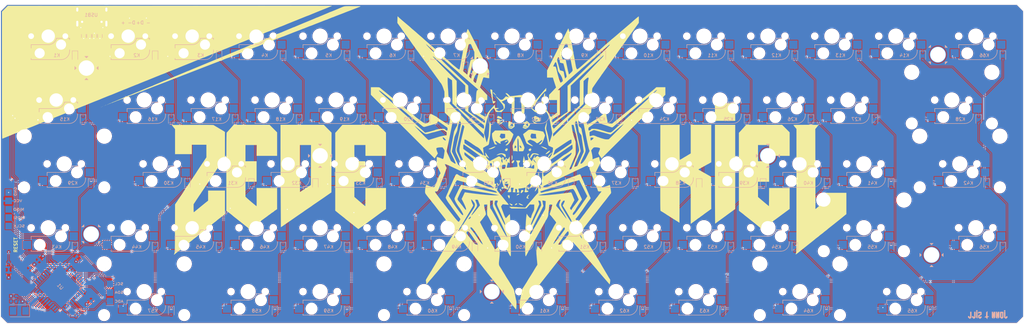
<source format=kicad_pcb>
(kicad_pcb (version 20171130) (host pcbnew 5.1.6)
  (layers (0 F.Cu signal) (31 B.Cu signal) (34 B.Paste user) (35 F.Paste user) (36 B.SilkS user) (37 F.SilkS user hide) (38 B.Mask user) (39 F.Mask user) (44 Edge.Cuts user))
  (net 0 "")
  (net 1 "Net-(C1-Pad1)")
  (net 2 GND)
  (net 3 "Net-(C2-Pad1)")
  (net 4 "Net-(C3-Pad1)")
  (net 5 VCC)
  (net 6 /C1)
  (net 7 "Net-(D1-Pad1)")
  (net 8 /C2)
  (net 9 "Net-(D2-Pad1)")
  (net 10 /C3)
  (net 11 "Net-(D3-Pad1)")
  (net 12 /C4)
  (net 13 "Net-(D4-Pad1)")
  (net 14 /C5)
  (net 15 "Net-(D5-Pad1)")
  (net 16 /C6)
  (net 17 "Net-(D6-Pad1)")
  (net 18 /C7)
  (net 19 "Net-(D7-Pad1)")
  (net 20 /C8)
  (net 21 "Net-(D8-Pad1)")
  (net 22 /C9)
  (net 23 "Net-(D9-Pad1)")
  (net 24 /C10)
  (net 25 "Net-(D10-Pad1)")
  (net 26 /C11)
  (net 27 "Net-(D11-Pad1)")
  (net 28 /C12)
  (net 29 "Net-(D12-Pad1)")
  (net 30 /C13)
  (net 31 "Net-(D13-Pad1)")
  (net 32 /C14)
  (net 33 "Net-(D14-Pad1)")
  (net 34 "Net-(D15-Pad1)")
  (net 35 "Net-(D16-Pad1)")
  (net 36 "Net-(D17-Pad1)")
  (net 37 "Net-(D18-Pad1)")
  (net 38 "Net-(D19-Pad1)")
  (net 39 "Net-(D20-Pad1)")
  (net 40 "Net-(D21-Pad1)")
  (net 41 "Net-(D22-Pad1)")
  (net 42 "Net-(D23-Pad1)")
  (net 43 "Net-(D24-Pad1)")
  (net 44 "Net-(D25-Pad1)")
  (net 45 "Net-(D26-Pad1)")
  (net 46 "Net-(D27-Pad1)")
  (net 47 "Net-(D28-Pad1)")
  (net 48 "Net-(D29-Pad1)")
  (net 49 "Net-(D30-Pad1)")
  (net 50 "Net-(D31-Pad1)")
  (net 51 "Net-(D32-Pad1)")
  (net 52 "Net-(D33-Pad1)")
  (net 53 "Net-(D34-Pad1)")
  (net 54 "Net-(D35-Pad1)")
  (net 55 "Net-(D36-Pad1)")
  (net 56 "Net-(D37-Pad1)")
  (net 57 "Net-(D38-Pad1)")
  (net 58 "Net-(D39-Pad1)")
  (net 59 "Net-(D40-Pad1)")
  (net 60 "Net-(D41-Pad1)")
  (net 61 "Net-(D42-Pad1)")
  (net 62 "Net-(D43-Pad1)")
  (net 63 "Net-(D44-Pad1)")
  (net 64 "Net-(D45-Pad1)")
  (net 65 "Net-(D46-Pad1)")
  (net 66 "Net-(D47-Pad1)")
  (net 67 "Net-(D48-Pad1)")
  (net 68 "Net-(D49-Pad1)")
  (net 69 "Net-(D50-Pad1)")
  (net 70 "Net-(D51-Pad1)")
  (net 71 "Net-(D52-Pad1)")
  (net 72 "Net-(D53-Pad1)")
  (net 73 "Net-(D54-Pad1)")
  (net 74 "Net-(D55-Pad1)")
  (net 75 "Net-(D56-Pad1)")
  (net 76 "Net-(D57-Pad1)")
  (net 77 "Net-(D58-Pad1)")
  (net 78 "Net-(D59-Pad1)")
  (net 79 "Net-(D60-Pad1)")
  (net 80 "Net-(D61-Pad1)")
  (net 81 "Net-(D62-Pad1)")
  (net 82 "Net-(D63-Pad1)")
  (net 83 "Net-(D64-Pad1)")
  (net 84 "Net-(D65-Pad1)")
  (net 85 "Net-(D66-Pad1)")
  (net 86 /R1)
  (net 87 /R2)
  (net 88 /R3)
  (net 89 /R4)
  (net 90 /R5)
  (net 91 "Net-(R1-Pad2)")
  (net 92 "Net-(R6-Pad1)")
  (net 93 "Net-(U1-Pad44)")
  (net 94 "Net-(U1-Pad43)")
  (net 95 "Net-(U1-Pad42)")
  (net 96 "Net-(U1-Pad35)")
  (net 97 "Net-(U1-Pad34)")
  (net 98 ADC11)
  (net 99 "Net-(U1-Pad23)")
  (net 100 SDA)
  (net 101 SCL)
  (net 102 MISO)
  (net 103 MOSI)
  (net 104 SCLK)
  (net 105 "Net-(R2-Pad1)")
  (net 106 "Net-(R3-Pad1)")
  (net 107 "Net-(R4-Pad2)")
  (net 108 "Net-(R5-Pad2)")
  (net 109 "Net-(USB1-Pad3)")
  (net 110 "Net-(USB1-Pad9)")
  (net 111 /D+)
  (net 112 /D-)
  (module custom:Kailh_socket_MX_1.50U (layer F.Cu) (at 310.15 29.9)
    (fp_text reference K66 (at 2.54 5.715 180) (layer B.SilkS) (effects (justify mirror)))
    (fp_text value KEYSW)
    (pad 1 smd rect (at -6.29 5.08 180) (size 2.55 2.5) (layers B.Cu B.Paste B.Mask) (net 90 /R5))
    (pad "" np_thru_hole circle (at -2.54 5.08 180) (size 3 3) (drill 3) (layers *.Cu *.Mask))
    (pad "" np_thru_hole circle (at 3.81 2.54 180) (size 3 3) (drill 3) (layers *.Cu *.Mask))
    (pad "" np_thru_hole circle (at 0 0 180) (size 3.9878 3.9878) (drill 3.9878) (layers *.Cu *.Mask))
    (pad "" np_thru_hole circle (at -5.08 0 180) (size 1.7018 1.7018) (drill 1.7018) (layers *.Cu *.Mask))
    (pad "" np_thru_hole circle (at 5.08 0 180) (size 1.7018 1.7018) (drill 1.7018) (layers *.Cu *.Mask))
    (pad 2 smd rect (at 7.56 2.54 180) (size 2.55 2.5) (layers B.Cu B.Paste B.Mask) (net 85 "Net-(D66-Pad1)"))
  )
  (module custom:Kailh_socket_MX_1.50U (layer F.Cu) (at 310.15 86.9)
    (fp_text reference K56 (at 2.54 5.715 180) (layer B.SilkS) (effects (justify mirror)))
    (fp_text value KEYSW)
    (pad 1 smd rect (at -6.29 5.08 180) (size 2.55 2.5) (layers B.Cu B.Paste B.Mask) (net 89 /R4))
    (pad "" np_thru_hole circle (at -2.54 5.08 180) (size 3 3) (drill 3) (layers *.Cu *.Mask))
    (pad "" np_thru_hole circle (at 3.81 2.54 180) (size 3 3) (drill 3) (layers *.Cu *.Mask))
    (pad "" np_thru_hole circle (at 0 0 180) (size 3.9878 3.9878) (drill 3.9878) (layers *.Cu *.Mask))
    (pad "" np_thru_hole circle (at -5.08 0 180) (size 1.7018 1.7018) (drill 1.7018) (layers *.Cu *.Mask))
    (pad "" np_thru_hole circle (at 5.08 0 180) (size 1.7018 1.7018) (drill 1.7018) (layers *.Cu *.Mask))
    (pad 2 smd rect (at 7.56 2.54 180) (size 2.55 2.5) (layers B.Cu B.Paste B.Mask) (net 75 "Net-(D56-Pad1)"))
  )
  (module custom:Kailh_socket_MX_1.50U (layer F.Cu) (at 34.65 86.92)
    (fp_text reference K43 (at 2.54 5.715 180) (layer B.SilkS) (effects (justify mirror)))
    (fp_text value KEYSW)
    (pad 1 smd rect (at -6.29 5.08 180) (size 2.55 2.5) (layers B.Cu B.Paste B.Mask) (net 89 /R4))
    (pad "" np_thru_hole circle (at -2.54 5.08 180) (size 3 3) (drill 3) (layers *.Cu *.Mask))
    (pad "" np_thru_hole circle (at 3.81 2.54 180) (size 3 3) (drill 3) (layers *.Cu *.Mask))
    (pad "" np_thru_hole circle (at 0 0 180) (size 3.9878 3.9878) (drill 3.9878) (layers *.Cu *.Mask))
    (pad "" np_thru_hole circle (at -5.08 0 180) (size 1.7018 1.7018) (drill 1.7018) (layers *.Cu *.Mask))
    (pad "" np_thru_hole circle (at 5.08 0 180) (size 1.7018 1.7018) (drill 1.7018) (layers *.Cu *.Mask))
    (pad 2 smd rect (at 7.56 2.54 180) (size 2.55 2.5) (layers B.Cu B.Paste B.Mask) (net 62 "Net-(D43-Pad1)"))
  )
  (module custom:Kailh_socket_MX_1.50U (layer F.Cu) (at 34.65 29.9)
    (fp_text reference K1 (at 2.54 5.715 180) (layer B.SilkS) (effects (justify mirror)))
    (fp_text value KEYSW)
    (pad 1 smd rect (at -6.29 5.08 180) (size 2.55 2.5) (layers B.Cu B.Paste B.Mask) (net 86 /R1))
    (pad "" np_thru_hole circle (at -2.54 5.08 180) (size 3 3) (drill 3) (layers *.Cu *.Mask))
    (pad "" np_thru_hole circle (at 3.81 2.54 180) (size 3 3) (drill 3) (layers *.Cu *.Mask))
    (pad "" np_thru_hole circle (at 0 0 180) (size 3.9878 3.9878) (drill 3.9878) (layers *.Cu *.Mask))
    (pad "" np_thru_hole circle (at -5.08 0 180) (size 1.7018 1.7018) (drill 1.7018) (layers *.Cu *.Mask))
    (pad "" np_thru_hole circle (at 5.08 0 180) (size 1.7018 1.7018) (drill 1.7018) (layers *.Cu *.Mask))
    (pad 2 smd rect (at 7.56 2.54 180) (size 2.55 2.5) (layers B.Cu B.Paste B.Mask) (net 7 "Net-(D1-Pad1)"))
  )
  (module custom:Kailh_socket_MX_2.25U (layer F.Cu) (at 146.275 105.9)
    (fp_text reference K60 (at 2.54 5.715 180) (layer B.SilkS) (effects (justify mirror)))
    (fp_text value KEYSW)
    (pad 1 smd rect (at -6.29 5.08 180) (size 2.55 2.5) (layers B.Cu B.Paste B.Mask) (net 90 /R5))
    (pad "" np_thru_hole circle (at -2.54 5.08 180) (size 3 3) (drill 3) (layers *.Cu *.Mask))
    (pad "" np_thru_hole circle (at 3.81 2.54 180) (size 3 3) (drill 3) (layers *.Cu *.Mask))
    (pad "" np_thru_hole circle (at 0 0 180) (size 3.9878 3.9878) (drill 3.9878) (layers *.Cu *.Mask))
    (pad "" np_thru_hole circle (at -5.08 0 180) (size 1.7018 1.7018) (drill 1.7018) (layers *.Cu *.Mask))
    (pad "" np_thru_hole circle (at 5.08 0 180) (size 1.7018 1.7018) (drill 1.7018) (layers *.Cu *.Mask))
    (pad 2 smd rect (at 7.56 2.54 180) (size 2.55 2.5) (layers B.Cu B.Paste B.Mask) (net 79 "Net-(D60-Pad1)"))
  )
  (module custom:Kailh_socket_MX_2.25U (layer F.Cu) (at 303.025 48.9)
    (fp_text reference K28 (at 2.54 5.715 180) (layer B.SilkS) (effects (justify mirror)))
    (fp_text value KEYSW)
    (pad 1 smd rect (at -6.29 5.08 180) (size 2.55 2.5) (layers B.Cu B.Paste B.Mask) (net 87 /R2))
    (pad "" np_thru_hole circle (at -2.54 5.08 180) (size 3 3) (drill 3) (layers *.Cu *.Mask))
    (pad "" np_thru_hole circle (at 3.81 2.54 180) (size 3 3) (drill 3) (layers *.Cu *.Mask))
    (pad "" np_thru_hole circle (at 0 0 180) (size 3.9878 3.9878) (drill 3.9878) (layers *.Cu *.Mask))
    (pad "" np_thru_hole circle (at -5.08 0 180) (size 1.7018 1.7018) (drill 1.7018) (layers *.Cu *.Mask))
    (pad "" np_thru_hole circle (at 5.08 0 180) (size 1.7018 1.7018) (drill 1.7018) (layers *.Cu *.Mask))
    (pad 2 smd rect (at 7.56 2.54 180) (size 2.55 2.5) (layers B.Cu B.Paste B.Mask) (net 47 "Net-(D28-Pad1)"))
  )
  (module custom:Kailh_socket_MX_1.25U (layer F.Cu) (at 94.025 105.9)
    (fp_text reference K58 (at 2.54 5.715 180) (layer B.SilkS) (effects (justify mirror)))
    (fp_text value KEYSW)
    (pad 2 smd rect (at 7.56 2.54 180) (size 2.55 2.5) (layers B.Cu B.Paste B.Mask) (net 77 "Net-(D58-Pad1)"))
    (pad "" np_thru_hole circle (at 5.08 0 180) (size 1.7018 1.7018) (drill 1.7018) (layers *.Cu *.Mask))
    (pad "" np_thru_hole circle (at -5.08 0 180) (size 1.7018 1.7018) (drill 1.7018) (layers *.Cu *.Mask))
    (pad "" np_thru_hole circle (at 0 0 180) (size 3.9878 3.9878) (drill 3.9878) (layers *.Cu *.Mask))
    (pad "" np_thru_hole circle (at 3.81 2.54 180) (size 3 3) (drill 3) (layers *.Cu *.Mask))
    (pad "" np_thru_hole circle (at -2.54 5.08 180) (size 3 3) (drill 3) (layers *.Cu *.Mask))
    (pad 1 smd rect (at -6.29 5.08 180) (size 2.55 2.5) (layers B.Cu B.Paste B.Mask) (net 90 /R5))
  )
  (module custom:Kailh_socket_MX_1.25U (layer F.Cu) (at 288.775 105.9)
    (fp_text reference K65 (at 2.54 5.715 180) (layer B.SilkS) (effects (justify mirror)))
    (fp_text value KEYSW)
    (pad 2 smd rect (at 7.56 2.54 180) (size 2.55 2.5) (layers B.Cu B.Paste B.Mask) (net 84 "Net-(D65-Pad1)"))
    (pad "" np_thru_hole circle (at 5.08 0 180) (size 1.7018 1.7018) (drill 1.7018) (layers *.Cu *.Mask))
    (pad "" np_thru_hole circle (at -5.08 0 180) (size 1.7018 1.7018) (drill 1.7018) (layers *.Cu *.Mask))
    (pad "" np_thru_hole circle (at 0 0 180) (size 3.9878 3.9878) (drill 3.9878) (layers *.Cu *.Mask))
    (pad "" np_thru_hole circle (at 3.81 2.54 180) (size 3 3) (drill 3) (layers *.Cu *.Mask))
    (pad "" np_thru_hole circle (at -2.54 5.08 180) (size 3 3) (drill 3) (layers *.Cu *.Mask))
    (pad 1 smd rect (at -6.29 5.08 180) (size 2.55 2.5) (layers B.Cu B.Paste B.Mask) (net 90 /R5))
  )
  (module custom:Kailh_socket_MX_1.25U (layer F.Cu) (at 227.025 105.9)
    (fp_text reference K63 (at 2.54 5.715 180) (layer B.SilkS) (effects (justify mirror)))
    (fp_text value KEYSW)
    (pad 2 smd rect (at 7.56 2.54 180) (size 2.55 2.5) (layers B.Cu B.Paste B.Mask) (net 82 "Net-(D63-Pad1)"))
    (pad "" np_thru_hole circle (at 5.08 0 180) (size 1.7018 1.7018) (drill 1.7018) (layers *.Cu *.Mask))
    (pad "" np_thru_hole circle (at -5.08 0 180) (size 1.7018 1.7018) (drill 1.7018) (layers *.Cu *.Mask))
    (pad "" np_thru_hole circle (at 0 0 180) (size 3.9878 3.9878) (drill 3.9878) (layers *.Cu *.Mask))
    (pad "" np_thru_hole circle (at 3.81 2.54 180) (size 3 3) (drill 3) (layers *.Cu *.Mask))
    (pad "" np_thru_hole circle (at -2.54 5.08 180) (size 3 3) (drill 3) (layers *.Cu *.Mask))
    (pad 1 smd rect (at -6.29 5.08 180) (size 2.55 2.5) (layers B.Cu B.Paste B.Mask) (net 90 /R5))
  )
  (module custom:Kailh_socket_MX_1.25U (layer F.Cu) (at 203.275 105.9)
    (fp_text reference K62 (at 2.54 5.715 180) (layer B.SilkS) (effects (justify mirror)))
    (fp_text value KEYSW)
    (pad 2 smd rect (at 7.56 2.54 180) (size 2.55 2.5) (layers B.Cu B.Paste B.Mask) (net 81 "Net-(D62-Pad1)"))
    (pad "" np_thru_hole circle (at 5.08 0 180) (size 1.7018 1.7018) (drill 1.7018) (layers *.Cu *.Mask))
    (pad "" np_thru_hole circle (at -5.08 0 180) (size 1.7018 1.7018) (drill 1.7018) (layers *.Cu *.Mask))
    (pad "" np_thru_hole circle (at 0 0 180) (size 3.9878 3.9878) (drill 3.9878) (layers *.Cu *.Mask))
    (pad "" np_thru_hole circle (at 3.81 2.54 180) (size 3 3) (drill 3) (layers *.Cu *.Mask))
    (pad "" np_thru_hole circle (at -2.54 5.08 180) (size 3 3) (drill 3) (layers *.Cu *.Mask))
    (pad 1 smd rect (at -6.29 5.08 180) (size 2.55 2.5) (layers B.Cu B.Paste B.Mask) (net 90 /R5))
  )
  (module custom:Kailh_socket_MX_1.25U (layer F.Cu) (at 179.525 105.9)
    (fp_text reference K61 (at 2.54 5.715 180) (layer B.SilkS) (effects (justify mirror)))
    (fp_text value KEYSW)
    (pad 2 smd rect (at 7.56 2.54 180) (size 2.55 2.5) (layers B.Cu B.Paste B.Mask) (net 80 "Net-(D61-Pad1)"))
    (pad "" np_thru_hole circle (at 5.08 0 180) (size 1.7018 1.7018) (drill 1.7018) (layers *.Cu *.Mask))
    (pad "" np_thru_hole circle (at -5.08 0 180) (size 1.7018 1.7018) (drill 1.7018) (layers *.Cu *.Mask))
    (pad "" np_thru_hole circle (at 0 0 180) (size 3.9878 3.9878) (drill 3.9878) (layers *.Cu *.Mask))
    (pad "" np_thru_hole circle (at 3.81 2.54 180) (size 3 3) (drill 3) (layers *.Cu *.Mask))
    (pad "" np_thru_hole circle (at -2.54 5.08 180) (size 3 3) (drill 3) (layers *.Cu *.Mask))
    (pad 1 smd rect (at -6.29 5.08 180) (size 2.55 2.5) (layers B.Cu B.Paste B.Mask) (net 90 /R5))
  )
  (module custom:Kailh_socket_MX_2.00U (layer F.Cu) (at 257.9 105.9)
    (fp_text reference K64 (at 2.54 5.715 180) (layer B.SilkS) (effects (justify mirror)))
    (fp_text value KEYSW)
    (pad 1 smd rect (at -6.29 5.08 180) (size 2.55 2.5) (layers B.Cu B.Paste B.Mask) (net 90 /R5))
    (pad "" np_thru_hole circle (at -2.54 5.08 180) (size 3 3) (drill 3) (layers *.Cu *.Mask))
    (pad "" np_thru_hole circle (at 3.81 2.54 180) (size 3 3) (drill 3) (layers *.Cu *.Mask))
    (pad "" np_thru_hole circle (at 0 0 180) (size 3.9878 3.9878) (drill 3.9878) (layers *.Cu *.Mask))
    (pad "" np_thru_hole circle (at -5.08 0 180) (size 1.7018 1.7018) (drill 1.7018) (layers *.Cu *.Mask))
    (pad "" np_thru_hole circle (at 5.08 0 180) (size 1.7018 1.7018) (drill 1.7018) (layers *.Cu *.Mask))
    (pad 2 smd rect (at 7.56 2.54 180) (size 2.55 2.5) (layers B.Cu B.Paste B.Mask) (net 83 "Net-(D64-Pad1)"))
  )
  (module custom:Kailh_socket_MX_2.00U (layer F.Cu) (at 63.15 105.9)
    (fp_text reference K57 (at 2.54 5.715 180) (layer B.SilkS) (effects (justify mirror)))
    (fp_text value KEYSW)
    (pad 1 smd rect (at -6.29 5.08 180) (size 2.55 2.5) (layers B.Cu B.Paste B.Mask) (net 90 /R5))
    (pad "" np_thru_hole circle (at -2.54 5.08 180) (size 3 3) (drill 3) (layers *.Cu *.Mask))
    (pad "" np_thru_hole circle (at 3.81 2.54 180) (size 3 3) (drill 3) (layers *.Cu *.Mask))
    (pad "" np_thru_hole circle (at 0 0 180) (size 3.9878 3.9878) (drill 3.9878) (layers *.Cu *.Mask))
    (pad "" np_thru_hole circle (at -5.08 0 180) (size 1.7018 1.7018) (drill 1.7018) (layers *.Cu *.Mask))
    (pad "" np_thru_hole circle (at 5.08 0 180) (size 1.7018 1.7018) (drill 1.7018) (layers *.Cu *.Mask))
    (pad 2 smd rect (at 7.56 2.54 180) (size 2.55 2.5) (layers B.Cu B.Paste B.Mask) (net 76 "Net-(D57-Pad1)"))
  )
  (module custom:Kailh_socket_MX_2.00U (layer F.Cu) (at 276.9 86.9)
    (fp_text reference K55 (at 2.54 5.715 180) (layer B.SilkS) (effects (justify mirror)))
    (fp_text value KEYSW)
    (pad 1 smd rect (at -6.29 5.08 180) (size 2.55 2.5) (layers B.Cu B.Paste B.Mask) (net 89 /R4))
    (pad "" np_thru_hole circle (at -2.54 5.08 180) (size 3 3) (drill 3) (layers *.Cu *.Mask))
    (pad "" np_thru_hole circle (at 3.81 2.54 180) (size 3 3) (drill 3) (layers *.Cu *.Mask))
    (pad "" np_thru_hole circle (at 0 0 180) (size 3.9878 3.9878) (drill 3.9878) (layers *.Cu *.Mask))
    (pad "" np_thru_hole circle (at -5.08 0 180) (size 1.7018 1.7018) (drill 1.7018) (layers *.Cu *.Mask))
    (pad "" np_thru_hole circle (at 5.08 0 180) (size 1.7018 1.7018) (drill 1.7018) (layers *.Cu *.Mask))
    (pad 2 smd rect (at 7.56 2.54 180) (size 2.55 2.5) (layers B.Cu B.Paste B.Mask) (net 74 "Net-(D55-Pad1)"))
  )
  (module custom:Kailh_socket_MX_2.00U (layer F.Cu) (at 305.4 67.9)
    (fp_text reference K42 (at 2.54 5.715 180) (layer B.SilkS) (effects (justify mirror)))
    (fp_text value KEYSW)
    (pad 1 smd rect (at -6.29 5.08 180) (size 2.55 2.5) (layers B.Cu B.Paste B.Mask) (net 88 /R3))
    (pad "" np_thru_hole circle (at -2.54 5.08 180) (size 3 3) (drill 3) (layers *.Cu *.Mask))
    (pad "" np_thru_hole circle (at 3.81 2.54 180) (size 3 3) (drill 3) (layers *.Cu *.Mask))
    (pad "" np_thru_hole circle (at 0 0 180) (size 3.9878 3.9878) (drill 3.9878) (layers *.Cu *.Mask))
    (pad "" np_thru_hole circle (at -5.08 0 180) (size 1.7018 1.7018) (drill 1.7018) (layers *.Cu *.Mask))
    (pad "" np_thru_hole circle (at 5.08 0 180) (size 1.7018 1.7018) (drill 1.7018) (layers *.Cu *.Mask))
    (pad 2 smd rect (at 7.56 2.54 180) (size 2.55 2.5) (layers B.Cu B.Paste B.Mask) (net 61 "Net-(D42-Pad1)"))
  )
  (module custom:Kailh_socket_MX_2.00U (layer F.Cu) (at 39.4 67.9)
    (fp_text reference K29 (at 2.54 5.715 180) (layer B.SilkS) (effects (justify mirror)))
    (fp_text value KEYSW)
    (pad 1 smd rect (at -6.29 5.08 180) (size 2.55 2.5) (layers B.Cu B.Paste B.Mask) (net 88 /R3))
    (pad "" np_thru_hole circle (at -2.54 5.08 180) (size 3 3) (drill 3) (layers *.Cu *.Mask))
    (pad "" np_thru_hole circle (at 3.81 2.54 180) (size 3 3) (drill 3) (layers *.Cu *.Mask))
    (pad "" np_thru_hole circle (at 0 0 180) (size 3.9878 3.9878) (drill 3.9878) (layers *.Cu *.Mask))
    (pad "" np_thru_hole circle (at -5.08 0 180) (size 1.7018 1.7018) (drill 1.7018) (layers *.Cu *.Mask))
    (pad "" np_thru_hole circle (at 5.08 0 180) (size 1.7018 1.7018) (drill 1.7018) (layers *.Cu *.Mask))
    (pad 2 smd rect (at 7.56 2.54 180) (size 2.55 2.5) (layers B.Cu B.Paste B.Mask) (net 48 "Net-(D29-Pad1)"))
  )
  (module custom:Kailh_socket_MX_1.75U (layer F.Cu) (at 37.025 48.9)
    (fp_text reference K15 (at 2.54 5.715 180) (layer B.SilkS) (effects (justify mirror)))
    (fp_text value KEYSW)
    (pad 1 smd rect (at -6.29 5.08 180) (size 2.55 2.5) (layers B.Cu B.Paste B.Mask) (net 87 /R2))
    (pad "" np_thru_hole circle (at -2.54 5.08 180) (size 3 3) (drill 3) (layers *.Cu *.Mask))
    (pad "" np_thru_hole circle (at 3.81 2.54 180) (size 3 3) (drill 3) (layers *.Cu *.Mask))
    (pad "" np_thru_hole circle (at 0 0 180) (size 3.9878 3.9878) (drill 3.9878) (layers *.Cu *.Mask))
    (pad "" np_thru_hole circle (at -5.08 0 180) (size 1.7018 1.7018) (drill 1.7018) (layers *.Cu *.Mask))
    (pad "" np_thru_hole circle (at 5.08 0 180) (size 1.7018 1.7018) (drill 1.7018) (layers *.Cu *.Mask))
    (pad 2 smd rect (at 7.56 2.54 180) (size 2.55 2.5) (layers B.Cu B.Paste B.Mask) (net 34 "Net-(D15-Pad1)"))
  )
  (module custom:Kailh_socket_MX_1.00U (layer F.Cu) (at 257.9 67.9)
    (fp_text reference K40 (at 2.54 5.715 180) (layer B.SilkS) (effects (justify mirror)))
    (fp_text value KEYSW)
    (pad 2 smd rect (at 7.56 2.54 180) (size 2.55 2.5) (layers B.Cu B.Paste B.Mask) (net 59 "Net-(D40-Pad1)"))
    (pad "" np_thru_hole circle (at 5.08 0 180) (size 1.7018 1.7018) (drill 1.7018) (layers *.Cu *.Mask))
    (pad "" np_thru_hole circle (at -5.08 0 180) (size 1.7018 1.7018) (drill 1.7018) (layers *.Cu *.Mask))
    (pad "" np_thru_hole circle (at 0 0 180) (size 3.9878 3.9878) (drill 3.9878) (layers *.Cu *.Mask))
    (pad "" np_thru_hole circle (at 3.81 2.54 180) (size 3 3) (drill 3) (layers *.Cu *.Mask))
    (pad "" np_thru_hole circle (at -2.54 5.08 180) (size 3 3) (drill 3) (layers *.Cu *.Mask))
    (pad 1 smd rect (at -6.29 5.08 180) (size 2.55 2.5) (layers B.Cu B.Paste B.Mask) (net 88 /R3))
  )
  (module custom:Kailh_socket_MX_1.00U (layer F.Cu) (at 115.4 86.9)
    (fp_text reference K47 (at 2.54 5.715 180) (layer B.SilkS) (effects (justify mirror)))
    (fp_text value KEYSW)
    (pad 2 smd rect (at 7.56 2.54 180) (size 2.55 2.5) (layers B.Cu B.Paste B.Mask) (net 66 "Net-(D47-Pad1)"))
    (pad "" np_thru_hole circle (at 5.08 0 180) (size 1.7018 1.7018) (drill 1.7018) (layers *.Cu *.Mask))
    (pad "" np_thru_hole circle (at -5.08 0 180) (size 1.7018 1.7018) (drill 1.7018) (layers *.Cu *.Mask))
    (pad "" np_thru_hole circle (at 0 0 180) (size 3.9878 3.9878) (drill 3.9878) (layers *.Cu *.Mask))
    (pad "" np_thru_hole circle (at 3.81 2.54 180) (size 3 3) (drill 3) (layers *.Cu *.Mask))
    (pad "" np_thru_hole circle (at -2.54 5.08 180) (size 3 3) (drill 3) (layers *.Cu *.Mask))
    (pad 1 smd rect (at -6.29 5.08 180) (size 2.55 2.5) (layers B.Cu B.Paste B.Mask) (net 89 /R4))
  )
  (module custom:Kailh_socket_MX_1.00U (layer F.Cu) (at 200.9 67.9)
    (fp_text reference K37 (at 2.54 5.715 180) (layer B.SilkS) (effects (justify mirror)))
    (fp_text value KEYSW)
    (pad 2 smd rect (at 7.56 2.54 180) (size 2.55 2.5) (layers B.Cu B.Paste B.Mask) (net 56 "Net-(D37-Pad1)"))
    (pad "" np_thru_hole circle (at 5.08 0 180) (size 1.7018 1.7018) (drill 1.7018) (layers *.Cu *.Mask))
    (pad "" np_thru_hole circle (at -5.08 0 180) (size 1.7018 1.7018) (drill 1.7018) (layers *.Cu *.Mask))
    (pad "" np_thru_hole circle (at 0 0 180) (size 3.9878 3.9878) (drill 3.9878) (layers *.Cu *.Mask))
    (pad "" np_thru_hole circle (at 3.81 2.54 180) (size 3 3) (drill 3) (layers *.Cu *.Mask))
    (pad "" np_thru_hole circle (at -2.54 5.08 180) (size 3 3) (drill 3) (layers *.Cu *.Mask))
    (pad 1 smd rect (at -6.29 5.08 180) (size 2.55 2.5) (layers B.Cu B.Paste B.Mask) (net 88 /R3))
  )
  (module custom:Kailh_socket_MX_1.00U (layer F.Cu) (at 143.9 67.9)
    (fp_text reference K34 (at 2.54 5.715 180) (layer B.SilkS) (effects (justify mirror)))
    (fp_text value KEYSW)
    (pad 2 smd rect (at 7.56 2.54 180) (size 2.55 2.5) (layers B.Cu B.Paste B.Mask) (net 53 "Net-(D34-Pad1)"))
    (pad "" np_thru_hole circle (at 5.08 0 180) (size 1.7018 1.7018) (drill 1.7018) (layers *.Cu *.Mask))
    (pad "" np_thru_hole circle (at -5.08 0 180) (size 1.7018 1.7018) (drill 1.7018) (layers *.Cu *.Mask))
    (pad "" np_thru_hole circle (at 0 0 180) (size 3.9878 3.9878) (drill 3.9878) (layers *.Cu *.Mask))
    (pad "" np_thru_hole circle (at 3.81 2.54 180) (size 3 3) (drill 3) (layers *.Cu *.Mask))
    (pad "" np_thru_hole circle (at -2.54 5.08 180) (size 3 3) (drill 3) (layers *.Cu *.Mask))
    (pad 1 smd rect (at -6.29 5.08 180) (size 2.55 2.5) (layers B.Cu B.Paste B.Mask) (net 88 /R3))
  )
  (module custom:Kailh_socket_MX_1.00U (layer F.Cu) (at 105.9 67.9)
    (fp_text reference K32 (at 2.54 5.715 180) (layer B.SilkS) (effects (justify mirror)))
    (fp_text value KEYSW)
    (pad 2 smd rect (at 7.56 2.54 180) (size 2.55 2.5) (layers B.Cu B.Paste B.Mask) (net 51 "Net-(D32-Pad1)"))
    (pad "" np_thru_hole circle (at 5.08 0 180) (size 1.7018 1.7018) (drill 1.7018) (layers *.Cu *.Mask))
    (pad "" np_thru_hole circle (at -5.08 0 180) (size 1.7018 1.7018) (drill 1.7018) (layers *.Cu *.Mask))
    (pad "" np_thru_hole circle (at 0 0 180) (size 3.9878 3.9878) (drill 3.9878) (layers *.Cu *.Mask))
    (pad "" np_thru_hole circle (at 3.81 2.54 180) (size 3 3) (drill 3) (layers *.Cu *.Mask))
    (pad "" np_thru_hole circle (at -2.54 5.08 180) (size 3 3) (drill 3) (layers *.Cu *.Mask))
    (pad 1 smd rect (at -6.29 5.08 180) (size 2.55 2.5) (layers B.Cu B.Paste B.Mask) (net 88 /R3))
  )
  (module custom:Kailh_socket_MX_1.00U (layer F.Cu) (at 86.9 67.9)
    (fp_text reference K31 (at 2.54 5.715 180) (layer B.SilkS) (effects (justify mirror)))
    (fp_text value KEYSW)
    (pad 2 smd rect (at 7.56 2.54 180) (size 2.55 2.5) (layers B.Cu B.Paste B.Mask) (net 50 "Net-(D31-Pad1)"))
    (pad "" np_thru_hole circle (at 5.08 0 180) (size 1.7018 1.7018) (drill 1.7018) (layers *.Cu *.Mask))
    (pad "" np_thru_hole circle (at -5.08 0 180) (size 1.7018 1.7018) (drill 1.7018) (layers *.Cu *.Mask))
    (pad "" np_thru_hole circle (at 0 0 180) (size 3.9878 3.9878) (drill 3.9878) (layers *.Cu *.Mask))
    (pad "" np_thru_hole circle (at 3.81 2.54 180) (size 3 3) (drill 3) (layers *.Cu *.Mask))
    (pad "" np_thru_hole circle (at -2.54 5.08 180) (size 3 3) (drill 3) (layers *.Cu *.Mask))
    (pad 1 smd rect (at -6.29 5.08 180) (size 2.55 2.5) (layers B.Cu B.Paste B.Mask) (net 88 /R3))
  )
  (module custom:Kailh_socket_MX_1.00U (layer F.Cu) (at 115.4 105.9)
    (fp_text reference K59 (at 2.54 5.715 180) (layer B.SilkS) (effects (justify mirror)))
    (fp_text value KEYSW)
    (pad 2 smd rect (at 7.56 2.54 180) (size 2.55 2.5) (layers B.Cu B.Paste B.Mask) (net 78 "Net-(D59-Pad1)"))
    (pad "" np_thru_hole circle (at 5.08 0 180) (size 1.7018 1.7018) (drill 1.7018) (layers *.Cu *.Mask))
    (pad "" np_thru_hole circle (at -5.08 0 180) (size 1.7018 1.7018) (drill 1.7018) (layers *.Cu *.Mask))
    (pad "" np_thru_hole circle (at 0 0 180) (size 3.9878 3.9878) (drill 3.9878) (layers *.Cu *.Mask))
    (pad "" np_thru_hole circle (at 3.81 2.54 180) (size 3 3) (drill 3) (layers *.Cu *.Mask))
    (pad "" np_thru_hole circle (at -2.54 5.08 180) (size 3 3) (drill 3) (layers *.Cu *.Mask))
    (pad 1 smd rect (at -6.29 5.08 180) (size 2.55 2.5) (layers B.Cu B.Paste B.Mask) (net 90 /R5))
  )
  (module custom:Kailh_socket_MX_1.00U (layer F.Cu) (at 248.4 86.9)
    (fp_text reference K54 (at 2.54 5.715 180) (layer B.SilkS) (effects (justify mirror)))
    (fp_text value KEYSW)
    (pad 2 smd rect (at 7.56 2.54 180) (size 2.55 2.5) (layers B.Cu B.Paste B.Mask) (net 73 "Net-(D54-Pad1)"))
    (pad "" np_thru_hole circle (at 5.08 0 180) (size 1.7018 1.7018) (drill 1.7018) (layers *.Cu *.Mask))
    (pad "" np_thru_hole circle (at -5.08 0 180) (size 1.7018 1.7018) (drill 1.7018) (layers *.Cu *.Mask))
    (pad "" np_thru_hole circle (at 0 0 180) (size 3.9878 3.9878) (drill 3.9878) (layers *.Cu *.Mask))
    (pad "" np_thru_hole circle (at 3.81 2.54 180) (size 3 3) (drill 3) (layers *.Cu *.Mask))
    (pad "" np_thru_hole circle (at -2.54 5.08 180) (size 3 3) (drill 3) (layers *.Cu *.Mask))
    (pad 1 smd rect (at -6.29 5.08 180) (size 2.55 2.5) (layers B.Cu B.Paste B.Mask) (net 89 /R4))
  )
  (module custom:Kailh_socket_MX_1.00U (layer F.Cu) (at 229.4 86.9)
    (fp_text reference K53 (at 2.54 5.715 180) (layer B.SilkS) (effects (justify mirror)))
    (fp_text value KEYSW)
    (pad 2 smd rect (at 7.56 2.54 180) (size 2.55 2.5) (layers B.Cu B.Paste B.Mask) (net 72 "Net-(D53-Pad1)"))
    (pad "" np_thru_hole circle (at 5.08 0 180) (size 1.7018 1.7018) (drill 1.7018) (layers *.Cu *.Mask))
    (pad "" np_thru_hole circle (at -5.08 0 180) (size 1.7018 1.7018) (drill 1.7018) (layers *.Cu *.Mask))
    (pad "" np_thru_hole circle (at 0 0 180) (size 3.9878 3.9878) (drill 3.9878) (layers *.Cu *.Mask))
    (pad "" np_thru_hole circle (at 3.81 2.54 180) (size 3 3) (drill 3) (layers *.Cu *.Mask))
    (pad "" np_thru_hole circle (at -2.54 5.08 180) (size 3 3) (drill 3) (layers *.Cu *.Mask))
    (pad 1 smd rect (at -6.29 5.08 180) (size 2.55 2.5) (layers B.Cu B.Paste B.Mask) (net 89 /R4))
  )
  (module custom:Kailh_socket_MX_1.00U (layer F.Cu) (at 210.4 86.9)
    (fp_text reference K52 (at 2.54 5.715 180) (layer B.SilkS) (effects (justify mirror)))
    (fp_text value KEYSW)
    (pad 2 smd rect (at 7.56 2.54 180) (size 2.55 2.5) (layers B.Cu B.Paste B.Mask) (net 71 "Net-(D52-Pad1)"))
    (pad "" np_thru_hole circle (at 5.08 0 180) (size 1.7018 1.7018) (drill 1.7018) (layers *.Cu *.Mask))
    (pad "" np_thru_hole circle (at -5.08 0 180) (size 1.7018 1.7018) (drill 1.7018) (layers *.Cu *.Mask))
    (pad "" np_thru_hole circle (at 0 0 180) (size 3.9878 3.9878) (drill 3.9878) (layers *.Cu *.Mask))
    (pad "" np_thru_hole circle (at 3.81 2.54 180) (size 3 3) (drill 3) (layers *.Cu *.Mask))
    (pad "" np_thru_hole circle (at -2.54 5.08 180) (size 3 3) (drill 3) (layers *.Cu *.Mask))
    (pad 1 smd rect (at -6.29 5.08 180) (size 2.55 2.5) (layers B.Cu B.Paste B.Mask) (net 89 /R4))
  )
  (module custom:Kailh_socket_MX_1.00U (layer F.Cu) (at 191.4 86.9)
    (fp_text reference K51 (at 2.54 5.715 180) (layer B.SilkS) (effects (justify mirror)))
    (fp_text value KEYSW)
    (pad 2 smd rect (at 7.56 2.54 180) (size 2.55 2.5) (layers B.Cu B.Paste B.Mask) (net 70 "Net-(D51-Pad1)"))
    (pad "" np_thru_hole circle (at 5.08 0 180) (size 1.7018 1.7018) (drill 1.7018) (layers *.Cu *.Mask))
    (pad "" np_thru_hole circle (at -5.08 0 180) (size 1.7018 1.7018) (drill 1.7018) (layers *.Cu *.Mask))
    (pad "" np_thru_hole circle (at 0 0 180) (size 3.9878 3.9878) (drill 3.9878) (layers *.Cu *.Mask))
    (pad "" np_thru_hole circle (at 3.81 2.54 180) (size 3 3) (drill 3) (layers *.Cu *.Mask))
    (pad "" np_thru_hole circle (at -2.54 5.08 180) (size 3 3) (drill 3) (layers *.Cu *.Mask))
    (pad 1 smd rect (at -6.29 5.08 180) (size 2.55 2.5) (layers B.Cu B.Paste B.Mask) (net 89 /R4))
  )
  (module custom:Kailh_socket_MX_1.00U (layer F.Cu) (at 172.4 86.9)
    (fp_text reference K50 (at 2.54 5.715 180) (layer B.SilkS) (effects (justify mirror)))
    (fp_text value KEYSW)
    (pad 2 smd rect (at 7.56 2.54 180) (size 2.55 2.5) (layers B.Cu B.Paste B.Mask) (net 69 "Net-(D50-Pad1)"))
    (pad "" np_thru_hole circle (at 5.08 0 180) (size 1.7018 1.7018) (drill 1.7018) (layers *.Cu *.Mask))
    (pad "" np_thru_hole circle (at -5.08 0 180) (size 1.7018 1.7018) (drill 1.7018) (layers *.Cu *.Mask))
    (pad "" np_thru_hole circle (at 0 0 180) (size 3.9878 3.9878) (drill 3.9878) (layers *.Cu *.Mask))
    (pad "" np_thru_hole circle (at 3.81 2.54 180) (size 3 3) (drill 3) (layers *.Cu *.Mask))
    (pad "" np_thru_hole circle (at -2.54 5.08 180) (size 3 3) (drill 3) (layers *.Cu *.Mask))
    (pad 1 smd rect (at -6.29 5.08 180) (size 2.55 2.5) (layers B.Cu B.Paste B.Mask) (net 89 /R4))
  )
  (module custom:Kailh_socket_MX_1.00U (layer F.Cu) (at 153.4 86.9)
    (fp_text reference K49 (at 2.54 5.715 180) (layer B.SilkS) (effects (justify mirror)))
    (fp_text value KEYSW)
    (pad 2 smd rect (at 7.56 2.54 180) (size 2.55 2.5) (layers B.Cu B.Paste B.Mask) (net 68 "Net-(D49-Pad1)"))
    (pad "" np_thru_hole circle (at 5.08 0 180) (size 1.7018 1.7018) (drill 1.7018) (layers *.Cu *.Mask))
    (pad "" np_thru_hole circle (at -5.08 0 180) (size 1.7018 1.7018) (drill 1.7018) (layers *.Cu *.Mask))
    (pad "" np_thru_hole circle (at 0 0 180) (size 3.9878 3.9878) (drill 3.9878) (layers *.Cu *.Mask))
    (pad "" np_thru_hole circle (at 3.81 2.54 180) (size 3 3) (drill 3) (layers *.Cu *.Mask))
    (pad "" np_thru_hole circle (at -2.54 5.08 180) (size 3 3) (drill 3) (layers *.Cu *.Mask))
    (pad 1 smd rect (at -6.29 5.08 180) (size 2.55 2.5) (layers B.Cu B.Paste B.Mask) (net 89 /R4))
  )
  (module custom:Kailh_socket_MX_1.00U (layer F.Cu) (at 134.4 86.9)
    (fp_text reference K48 (at 2.54 5.715 180) (layer B.SilkS) (effects (justify mirror)))
    (fp_text value KEYSW)
    (pad 2 smd rect (at 7.56 2.54 180) (size 2.55 2.5) (layers B.Cu B.Paste B.Mask) (net 67 "Net-(D48-Pad1)"))
    (pad "" np_thru_hole circle (at 5.08 0 180) (size 1.7018 1.7018) (drill 1.7018) (layers *.Cu *.Mask))
    (pad "" np_thru_hole circle (at -5.08 0 180) (size 1.7018 1.7018) (drill 1.7018) (layers *.Cu *.Mask))
    (pad "" np_thru_hole circle (at 0 0 180) (size 3.9878 3.9878) (drill 3.9878) (layers *.Cu *.Mask))
    (pad "" np_thru_hole circle (at 3.81 2.54 180) (size 3 3) (drill 3) (layers *.Cu *.Mask))
    (pad "" np_thru_hole circle (at -2.54 5.08 180) (size 3 3) (drill 3) (layers *.Cu *.Mask))
    (pad 1 smd rect (at -6.29 5.08 180) (size 2.55 2.5) (layers B.Cu B.Paste B.Mask) (net 89 /R4))
  )
  (module custom:Kailh_socket_MX_1.00U (layer F.Cu) (at 96.4 86.9)
    (fp_text reference K46 (at 2.54 5.715 180) (layer B.SilkS) (effects (justify mirror)))
    (fp_text value KEYSW)
    (pad 2 smd rect (at 7.56 2.54 180) (size 2.55 2.5) (layers B.Cu B.Paste B.Mask) (net 65 "Net-(D46-Pad1)"))
    (pad "" np_thru_hole circle (at 5.08 0 180) (size 1.7018 1.7018) (drill 1.7018) (layers *.Cu *.Mask))
    (pad "" np_thru_hole circle (at -5.08 0 180) (size 1.7018 1.7018) (drill 1.7018) (layers *.Cu *.Mask))
    (pad "" np_thru_hole circle (at 0 0 180) (size 3.9878 3.9878) (drill 3.9878) (layers *.Cu *.Mask))
    (pad "" np_thru_hole circle (at 3.81 2.54 180) (size 3 3) (drill 3) (layers *.Cu *.Mask))
    (pad "" np_thru_hole circle (at -2.54 5.08 180) (size 3 3) (drill 3) (layers *.Cu *.Mask))
    (pad 1 smd rect (at -6.29 5.08 180) (size 2.55 2.5) (layers B.Cu B.Paste B.Mask) (net 89 /R4))
  )
  (module custom:Kailh_socket_MX_1.00U (layer F.Cu) (at 77.4 86.9)
    (fp_text reference K45 (at 2.54 5.715 180) (layer B.SilkS) (effects (justify mirror)))
    (fp_text value KEYSW)
    (pad 2 smd rect (at 7.56 2.54 180) (size 2.55 2.5) (layers B.Cu B.Paste B.Mask) (net 64 "Net-(D45-Pad1)"))
    (pad "" np_thru_hole circle (at 5.08 0 180) (size 1.7018 1.7018) (drill 1.7018) (layers *.Cu *.Mask))
    (pad "" np_thru_hole circle (at -5.08 0 180) (size 1.7018 1.7018) (drill 1.7018) (layers *.Cu *.Mask))
    (pad "" np_thru_hole circle (at 0 0 180) (size 3.9878 3.9878) (drill 3.9878) (layers *.Cu *.Mask))
    (pad "" np_thru_hole circle (at 3.81 2.54 180) (size 3 3) (drill 3) (layers *.Cu *.Mask))
    (pad "" np_thru_hole circle (at -2.54 5.08 180) (size 3 3) (drill 3) (layers *.Cu *.Mask))
    (pad 1 smd rect (at -6.29 5.08 180) (size 2.55 2.5) (layers B.Cu B.Paste B.Mask) (net 89 /R4))
  )
  (module custom:Kailh_socket_MX_1.00U (layer F.Cu) (at 58.4 86.9)
    (fp_text reference K44 (at 2.54 5.715 180) (layer B.SilkS) (effects (justify mirror)))
    (fp_text value KEYSW)
    (pad 2 smd rect (at 7.56 2.54 180) (size 2.55 2.5) (layers B.Cu B.Paste B.Mask) (net 63 "Net-(D44-Pad1)"))
    (pad "" np_thru_hole circle (at 5.08 0 180) (size 1.7018 1.7018) (drill 1.7018) (layers *.Cu *.Mask))
    (pad "" np_thru_hole circle (at -5.08 0 180) (size 1.7018 1.7018) (drill 1.7018) (layers *.Cu *.Mask))
    (pad "" np_thru_hole circle (at 0 0 180) (size 3.9878 3.9878) (drill 3.9878) (layers *.Cu *.Mask))
    (pad "" np_thru_hole circle (at 3.81 2.54 180) (size 3 3) (drill 3) (layers *.Cu *.Mask))
    (pad "" np_thru_hole circle (at -2.54 5.08 180) (size 3 3) (drill 3) (layers *.Cu *.Mask))
    (pad 1 smd rect (at -6.29 5.08 180) (size 2.55 2.5) (layers B.Cu B.Paste B.Mask) (net 89 /R4))
  )
  (module custom:Kailh_socket_MX_1.00U (layer F.Cu) (at 276.9 67.9)
    (fp_text reference K41 (at 2.54 5.715 180) (layer B.SilkS) (effects (justify mirror)))
    (fp_text value KEYSW)
    (pad 2 smd rect (at 7.56 2.54 180) (size 2.55 2.5) (layers B.Cu B.Paste B.Mask) (net 60 "Net-(D41-Pad1)"))
    (pad "" np_thru_hole circle (at 5.08 0 180) (size 1.7018 1.7018) (drill 1.7018) (layers *.Cu *.Mask))
    (pad "" np_thru_hole circle (at -5.08 0 180) (size 1.7018 1.7018) (drill 1.7018) (layers *.Cu *.Mask))
    (pad "" np_thru_hole circle (at 0 0 180) (size 3.9878 3.9878) (drill 3.9878) (layers *.Cu *.Mask))
    (pad "" np_thru_hole circle (at 3.81 2.54 180) (size 3 3) (drill 3) (layers *.Cu *.Mask))
    (pad "" np_thru_hole circle (at -2.54 5.08 180) (size 3 3) (drill 3) (layers *.Cu *.Mask))
    (pad 1 smd rect (at -6.29 5.08 180) (size 2.55 2.5) (layers B.Cu B.Paste B.Mask) (net 88 /R3))
  )
  (module custom:Kailh_socket_MX_1.00U (layer F.Cu) (at 238.9 67.9)
    (fp_text reference K39 (at 2.54 5.715 180) (layer B.SilkS) (effects (justify mirror)))
    (fp_text value KEYSW)
    (pad 2 smd rect (at 7.56 2.54 180) (size 2.55 2.5) (layers B.Cu B.Paste B.Mask) (net 58 "Net-(D39-Pad1)"))
    (pad "" np_thru_hole circle (at 5.08 0 180) (size 1.7018 1.7018) (drill 1.7018) (layers *.Cu *.Mask))
    (pad "" np_thru_hole circle (at -5.08 0 180) (size 1.7018 1.7018) (drill 1.7018) (layers *.Cu *.Mask))
    (pad "" np_thru_hole circle (at 0 0 180) (size 3.9878 3.9878) (drill 3.9878) (layers *.Cu *.Mask))
    (pad "" np_thru_hole circle (at 3.81 2.54 180) (size 3 3) (drill 3) (layers *.Cu *.Mask))
    (pad "" np_thru_hole circle (at -2.54 5.08 180) (size 3 3) (drill 3) (layers *.Cu *.Mask))
    (pad 1 smd rect (at -6.29 5.08 180) (size 2.55 2.5) (layers B.Cu B.Paste B.Mask) (net 88 /R3))
  )
  (module custom:Kailh_socket_MX_1.00U (layer F.Cu) (at 219.9 67.9)
    (fp_text reference K38 (at 2.54 5.715 180) (layer B.SilkS) (effects (justify mirror)))
    (fp_text value KEYSW)
    (pad 2 smd rect (at 7.56 2.54 180) (size 2.55 2.5) (layers B.Cu B.Paste B.Mask) (net 57 "Net-(D38-Pad1)"))
    (pad "" np_thru_hole circle (at 5.08 0 180) (size 1.7018 1.7018) (drill 1.7018) (layers *.Cu *.Mask))
    (pad "" np_thru_hole circle (at -5.08 0 180) (size 1.7018 1.7018) (drill 1.7018) (layers *.Cu *.Mask))
    (pad "" np_thru_hole circle (at 0 0 180) (size 3.9878 3.9878) (drill 3.9878) (layers *.Cu *.Mask))
    (pad "" np_thru_hole circle (at 3.81 2.54 180) (size 3 3) (drill 3) (layers *.Cu *.Mask))
    (pad "" np_thru_hole circle (at -2.54 5.08 180) (size 3 3) (drill 3) (layers *.Cu *.Mask))
    (pad 1 smd rect (at -6.29 5.08 180) (size 2.55 2.5) (layers B.Cu B.Paste B.Mask) (net 88 /R3))
  )
  (module custom:Kailh_socket_MX_1.00U (layer F.Cu) (at 181.9 67.9)
    (fp_text reference K36 (at 2.54 5.715 180) (layer B.SilkS) (effects (justify mirror)))
    (fp_text value KEYSW)
    (pad 2 smd rect (at 7.56 2.54 180) (size 2.55 2.5) (layers B.Cu B.Paste B.Mask) (net 55 "Net-(D36-Pad1)"))
    (pad "" np_thru_hole circle (at 5.08 0 180) (size 1.7018 1.7018) (drill 1.7018) (layers *.Cu *.Mask))
    (pad "" np_thru_hole circle (at -5.08 0 180) (size 1.7018 1.7018) (drill 1.7018) (layers *.Cu *.Mask))
    (pad "" np_thru_hole circle (at 0 0 180) (size 3.9878 3.9878) (drill 3.9878) (layers *.Cu *.Mask))
    (pad "" np_thru_hole circle (at 3.81 2.54 180) (size 3 3) (drill 3) (layers *.Cu *.Mask))
    (pad "" np_thru_hole circle (at -2.54 5.08 180) (size 3 3) (drill 3) (layers *.Cu *.Mask))
    (pad 1 smd rect (at -6.29 5.08 180) (size 2.55 2.5) (layers B.Cu B.Paste B.Mask) (net 88 /R3))
  )
  (module custom:Kailh_socket_MX_1.00U (layer F.Cu) (at 162.9 67.9)
    (fp_text reference K35 (at 2.54 5.715 180) (layer B.SilkS) (effects (justify mirror)))
    (fp_text value KEYSW)
    (pad 2 smd rect (at 7.56 2.54 180) (size 2.55 2.5) (layers B.Cu B.Paste B.Mask) (net 54 "Net-(D35-Pad1)"))
    (pad "" np_thru_hole circle (at 5.08 0 180) (size 1.7018 1.7018) (drill 1.7018) (layers *.Cu *.Mask))
    (pad "" np_thru_hole circle (at -5.08 0 180) (size 1.7018 1.7018) (drill 1.7018) (layers *.Cu *.Mask))
    (pad "" np_thru_hole circle (at 0 0 180) (size 3.9878 3.9878) (drill 3.9878) (layers *.Cu *.Mask))
    (pad "" np_thru_hole circle (at 3.81 2.54 180) (size 3 3) (drill 3) (layers *.Cu *.Mask))
    (pad "" np_thru_hole circle (at -2.54 5.08 180) (size 3 3) (drill 3) (layers *.Cu *.Mask))
    (pad 1 smd rect (at -6.29 5.08 180) (size 2.55 2.5) (layers B.Cu B.Paste B.Mask) (net 88 /R3))
  )
  (module custom:Kailh_socket_MX_1.00U (layer F.Cu) (at 124.9 67.9)
    (fp_text reference K33 (at 2.54 5.715 180) (layer B.SilkS) (effects (justify mirror)))
    (fp_text value KEYSW)
    (pad 2 smd rect (at 7.56 2.54 180) (size 2.55 2.5) (layers B.Cu B.Paste B.Mask) (net 52 "Net-(D33-Pad1)"))
    (pad "" np_thru_hole circle (at 5.08 0 180) (size 1.7018 1.7018) (drill 1.7018) (layers *.Cu *.Mask))
    (pad "" np_thru_hole circle (at -5.08 0 180) (size 1.7018 1.7018) (drill 1.7018) (layers *.Cu *.Mask))
    (pad "" np_thru_hole circle (at 0 0 180) (size 3.9878 3.9878) (drill 3.9878) (layers *.Cu *.Mask))
    (pad "" np_thru_hole circle (at 3.81 2.54 180) (size 3 3) (drill 3) (layers *.Cu *.Mask))
    (pad "" np_thru_hole circle (at -2.54 5.08 180) (size 3 3) (drill 3) (layers *.Cu *.Mask))
    (pad 1 smd rect (at -6.29 5.08 180) (size 2.55 2.5) (layers B.Cu B.Paste B.Mask) (net 88 /R3))
  )
  (module custom:Kailh_socket_MX_1.00U (layer F.Cu) (at 67.9 67.9)
    (fp_text reference K30 (at 2.54 5.715 180) (layer B.SilkS) (effects (justify mirror)))
    (fp_text value KEYSW)
    (pad 2 smd rect (at 7.56 2.54 180) (size 2.55 2.5) (layers B.Cu B.Paste B.Mask) (net 49 "Net-(D30-Pad1)"))
    (pad "" np_thru_hole circle (at 5.08 0 180) (size 1.7018 1.7018) (drill 1.7018) (layers *.Cu *.Mask))
    (pad "" np_thru_hole circle (at -5.08 0 180) (size 1.7018 1.7018) (drill 1.7018) (layers *.Cu *.Mask))
    (pad "" np_thru_hole circle (at 0 0 180) (size 3.9878 3.9878) (drill 3.9878) (layers *.Cu *.Mask))
    (pad "" np_thru_hole circle (at 3.81 2.54 180) (size 3 3) (drill 3) (layers *.Cu *.Mask))
    (pad "" np_thru_hole circle (at -2.54 5.08 180) (size 3 3) (drill 3) (layers *.Cu *.Mask))
    (pad 1 smd rect (at -6.29 5.08 180) (size 2.55 2.5) (layers B.Cu B.Paste B.Mask) (net 88 /R3))
  )
  (module custom:Kailh_socket_MX_1.00U (layer F.Cu) (at 272.15 48.9)
    (fp_text reference K27 (at 2.54 5.715 180) (layer B.SilkS) (effects (justify mirror)))
    (fp_text value KEYSW)
    (pad 2 smd rect (at 7.56 2.54 180) (size 2.55 2.5) (layers B.Cu B.Paste B.Mask) (net 46 "Net-(D27-Pad1)"))
    (pad "" np_thru_hole circle (at 5.08 0 180) (size 1.7018 1.7018) (drill 1.7018) (layers *.Cu *.Mask))
    (pad "" np_thru_hole circle (at -5.08 0 180) (size 1.7018 1.7018) (drill 1.7018) (layers *.Cu *.Mask))
    (pad "" np_thru_hole circle (at 0 0 180) (size 3.9878 3.9878) (drill 3.9878) (layers *.Cu *.Mask))
    (pad "" np_thru_hole circle (at 3.81 2.54 180) (size 3 3) (drill 3) (layers *.Cu *.Mask))
    (pad "" np_thru_hole circle (at -2.54 5.08 180) (size 3 3) (drill 3) (layers *.Cu *.Mask))
    (pad 1 smd rect (at -6.29 5.08 180) (size 2.55 2.5) (layers B.Cu B.Paste B.Mask) (net 87 /R2))
  )
  (module custom:Kailh_socket_MX_1.00U (layer F.Cu) (at 253.15 48.9)
    (fp_text reference K26 (at 2.54 5.715 180) (layer B.SilkS) (effects (justify mirror)))
    (fp_text value KEYSW)
    (pad 2 smd rect (at 7.56 2.54 180) (size 2.55 2.5) (layers B.Cu B.Paste B.Mask) (net 45 "Net-(D26-Pad1)"))
    (pad "" np_thru_hole circle (at 5.08 0 180) (size 1.7018 1.7018) (drill 1.7018) (layers *.Cu *.Mask))
    (pad "" np_thru_hole circle (at -5.08 0 180) (size 1.7018 1.7018) (drill 1.7018) (layers *.Cu *.Mask))
    (pad "" np_thru_hole circle (at 0 0 180) (size 3.9878 3.9878) (drill 3.9878) (layers *.Cu *.Mask))
    (pad "" np_thru_hole circle (at 3.81 2.54 180) (size 3 3) (drill 3) (layers *.Cu *.Mask))
    (pad "" np_thru_hole circle (at -2.54 5.08 180) (size 3 3) (drill 3) (layers *.Cu *.Mask))
    (pad 1 smd rect (at -6.29 5.08 180) (size 2.55 2.5) (layers B.Cu B.Paste B.Mask) (net 87 /R2))
  )
  (module custom:Kailh_socket_MX_1.00U (layer F.Cu) (at 234.15 48.9)
    (fp_text reference K25 (at 2.54 5.715 180) (layer B.SilkS) (effects (justify mirror)))
    (fp_text value KEYSW)
    (pad 2 smd rect (at 7.56 2.54 180) (size 2.55 2.5) (layers B.Cu B.Paste B.Mask) (net 44 "Net-(D25-Pad1)"))
    (pad "" np_thru_hole circle (at 5.08 0 180) (size 1.7018 1.7018) (drill 1.7018) (layers *.Cu *.Mask))
    (pad "" np_thru_hole circle (at -5.08 0 180) (size 1.7018 1.7018) (drill 1.7018) (layers *.Cu *.Mask))
    (pad "" np_thru_hole circle (at 0 0 180) (size 3.9878 3.9878) (drill 3.9878) (layers *.Cu *.Mask))
    (pad "" np_thru_hole circle (at 3.81 2.54 180) (size 3 3) (drill 3) (layers *.Cu *.Mask))
    (pad "" np_thru_hole circle (at -2.54 5.08 180) (size 3 3) (drill 3) (layers *.Cu *.Mask))
    (pad 1 smd rect (at -6.29 5.08 180) (size 2.55 2.5) (layers B.Cu B.Paste B.Mask) (net 87 /R2))
  )
  (module custom:Kailh_socket_MX_1.00U (layer F.Cu) (at 215.15 48.9)
    (fp_text reference K24 (at 2.54 5.715 180) (layer B.SilkS) (effects (justify mirror)))
    (fp_text value KEYSW)
    (pad 2 smd rect (at 7.56 2.54 180) (size 2.55 2.5) (layers B.Cu B.Paste B.Mask) (net 43 "Net-(D24-Pad1)"))
    (pad "" np_thru_hole circle (at 5.08 0 180) (size 1.7018 1.7018) (drill 1.7018) (layers *.Cu *.Mask))
    (pad "" np_thru_hole circle (at -5.08 0 180) (size 1.7018 1.7018) (drill 1.7018) (layers *.Cu *.Mask))
    (pad "" np_thru_hole circle (at 0 0 180) (size 3.9878 3.9878) (drill 3.9878) (layers *.Cu *.Mask))
    (pad "" np_thru_hole circle (at 3.81 2.54 180) (size 3 3) (drill 3) (layers *.Cu *.Mask))
    (pad "" np_thru_hole circle (at -2.54 5.08 180) (size 3 3) (drill 3) (layers *.Cu *.Mask))
    (pad 1 smd rect (at -6.29 5.08 180) (size 2.55 2.5) (layers B.Cu B.Paste B.Mask) (net 87 /R2))
  )
  (module custom:Kailh_socket_MX_1.00U (layer F.Cu) (at 196.15 48.9)
    (fp_text reference K23 (at 2.54 5.715 180) (layer B.SilkS) (effects (justify mirror)))
    (fp_text value KEYSW)
    (pad 2 smd rect (at 7.56 2.54 180) (size 2.55 2.5) (layers B.Cu B.Paste B.Mask) (net 42 "Net-(D23-Pad1)"))
    (pad "" np_thru_hole circle (at 5.08 0 180) (size 1.7018 1.7018) (drill 1.7018) (layers *.Cu *.Mask))
    (pad "" np_thru_hole circle (at -5.08 0 180) (size 1.7018 1.7018) (drill 1.7018) (layers *.Cu *.Mask))
    (pad "" np_thru_hole circle (at 0 0 180) (size 3.9878 3.9878) (drill 3.9878) (layers *.Cu *.Mask))
    (pad "" np_thru_hole circle (at 3.81 2.54 180) (size 3 3) (drill 3) (layers *.Cu *.Mask))
    (pad "" np_thru_hole circle (at -2.54 5.08 180) (size 3 3) (drill 3) (layers *.Cu *.Mask))
    (pad 1 smd rect (at -6.29 5.08 180) (size 2.55 2.5) (layers B.Cu B.Paste B.Mask) (net 87 /R2))
  )
  (module custom:Kailh_socket_MX_1.00U (layer F.Cu) (at 177.15 48.9)
    (fp_text reference K22 (at 2.54 5.715 180) (layer B.SilkS) (effects (justify mirror)))
    (fp_text value KEYSW)
    (pad 2 smd rect (at 7.56 2.54 180) (size 2.55 2.5) (layers B.Cu B.Paste B.Mask) (net 41 "Net-(D22-Pad1)"))
    (pad "" np_thru_hole circle (at 5.08 0 180) (size 1.7018 1.7018) (drill 1.7018) (layers *.Cu *.Mask))
    (pad "" np_thru_hole circle (at -5.08 0 180) (size 1.7018 1.7018) (drill 1.7018) (layers *.Cu *.Mask))
    (pad "" np_thru_hole circle (at 0 0 180) (size 3.9878 3.9878) (drill 3.9878) (layers *.Cu *.Mask))
    (pad "" np_thru_hole circle (at 3.81 2.54 180) (size 3 3) (drill 3) (layers *.Cu *.Mask))
    (pad "" np_thru_hole circle (at -2.54 5.08 180) (size 3 3) (drill 3) (layers *.Cu *.Mask))
    (pad 1 smd rect (at -6.29 5.08 180) (size 2.55 2.5) (layers B.Cu B.Paste B.Mask) (net 87 /R2))
  )
  (module custom:Kailh_socket_MX_1.00U (layer F.Cu) (at 158.15 48.9)
    (fp_text reference K21 (at 2.54 5.715 180) (layer B.SilkS) (effects (justify mirror)))
    (fp_text value KEYSW)
    (pad 2 smd rect (at 7.56 2.54 180) (size 2.55 2.5) (layers B.Cu B.Paste B.Mask) (net 40 "Net-(D21-Pad1)"))
    (pad "" np_thru_hole circle (at 5.08 0 180) (size 1.7018 1.7018) (drill 1.7018) (layers *.Cu *.Mask))
    (pad "" np_thru_hole circle (at -5.08 0 180) (size 1.7018 1.7018) (drill 1.7018) (layers *.Cu *.Mask))
    (pad "" np_thru_hole circle (at 0 0 180) (size 3.9878 3.9878) (drill 3.9878) (layers *.Cu *.Mask))
    (pad "" np_thru_hole circle (at 3.81 2.54 180) (size 3 3) (drill 3) (layers *.Cu *.Mask))
    (pad "" np_thru_hole circle (at -2.54 5.08 180) (size 3 3) (drill 3) (layers *.Cu *.Mask))
    (pad 1 smd rect (at -6.29 5.08 180) (size 2.55 2.5) (layers B.Cu B.Paste B.Mask) (net 87 /R2))
  )
  (module custom:Kailh_socket_MX_1.00U (layer F.Cu) (at 139.15 48.9)
    (fp_text reference K20 (at 2.54 5.715 180) (layer B.SilkS) (effects (justify mirror)))
    (fp_text value KEYSW)
    (pad 2 smd rect (at 7.56 2.54 180) (size 2.55 2.5) (layers B.Cu B.Paste B.Mask) (net 39 "Net-(D20-Pad1)"))
    (pad "" np_thru_hole circle (at 5.08 0 180) (size 1.7018 1.7018) (drill 1.7018) (layers *.Cu *.Mask))
    (pad "" np_thru_hole circle (at -5.08 0 180) (size 1.7018 1.7018) (drill 1.7018) (layers *.Cu *.Mask))
    (pad "" np_thru_hole circle (at 0 0 180) (size 3.9878 3.9878) (drill 3.9878) (layers *.Cu *.Mask))
    (pad "" np_thru_hole circle (at 3.81 2.54 180) (size 3 3) (drill 3) (layers *.Cu *.Mask))
    (pad "" np_thru_hole circle (at -2.54 5.08 180) (size 3 3) (drill 3) (layers *.Cu *.Mask))
    (pad 1 smd rect (at -6.29 5.08 180) (size 2.55 2.5) (layers B.Cu B.Paste B.Mask) (net 87 /R2))
  )
  (module custom:Kailh_socket_MX_1.00U (layer F.Cu) (at 120.15 48.9)
    (fp_text reference K19 (at 2.54 5.715 180) (layer B.SilkS) (effects (justify mirror)))
    (fp_text value KEYSW)
    (pad 2 smd rect (at 7.56 2.54 180) (size 2.55 2.5) (layers B.Cu B.Paste B.Mask) (net 38 "Net-(D19-Pad1)"))
    (pad "" np_thru_hole circle (at 5.08 0 180) (size 1.7018 1.7018) (drill 1.7018) (layers *.Cu *.Mask))
    (pad "" np_thru_hole circle (at -5.08 0 180) (size 1.7018 1.7018) (drill 1.7018) (layers *.Cu *.Mask))
    (pad "" np_thru_hole circle (at 0 0 180) (size 3.9878 3.9878) (drill 3.9878) (layers *.Cu *.Mask))
    (pad "" np_thru_hole circle (at 3.81 2.54 180) (size 3 3) (drill 3) (layers *.Cu *.Mask))
    (pad "" np_thru_hole circle (at -2.54 5.08 180) (size 3 3) (drill 3) (layers *.Cu *.Mask))
    (pad 1 smd rect (at -6.29 5.08 180) (size 2.55 2.5) (layers B.Cu B.Paste B.Mask) (net 87 /R2))
  )
  (module custom:Kailh_socket_MX_1.00U (layer F.Cu) (at 101.15 48.9)
    (fp_text reference K18 (at 2.54 5.715 180) (layer B.SilkS) (effects (justify mirror)))
    (fp_text value KEYSW)
    (pad 2 smd rect (at 7.56 2.54 180) (size 2.55 2.5) (layers B.Cu B.Paste B.Mask) (net 37 "Net-(D18-Pad1)"))
    (pad "" np_thru_hole circle (at 5.08 0 180) (size 1.7018 1.7018) (drill 1.7018) (layers *.Cu *.Mask))
    (pad "" np_thru_hole circle (at -5.08 0 180) (size 1.7018 1.7018) (drill 1.7018) (layers *.Cu *.Mask))
    (pad "" np_thru_hole circle (at 0 0 180) (size 3.9878 3.9878) (drill 3.9878) (layers *.Cu *.Mask))
    (pad "" np_thru_hole circle (at 3.81 2.54 180) (size 3 3) (drill 3) (layers *.Cu *.Mask))
    (pad "" np_thru_hole circle (at -2.54 5.08 180) (size 3 3) (drill 3) (layers *.Cu *.Mask))
    (pad 1 smd rect (at -6.29 5.08 180) (size 2.55 2.5) (layers B.Cu B.Paste B.Mask) (net 87 /R2))
  )
  (module custom:Kailh_socket_MX_1.00U (layer F.Cu) (at 82.15 48.9)
    (fp_text reference K17 (at 2.54 5.715 180) (layer B.SilkS) (effects (justify mirror)))
    (fp_text value KEYSW)
    (pad 2 smd rect (at 7.56 2.54 180) (size 2.55 2.5) (layers B.Cu B.Paste B.Mask) (net 36 "Net-(D17-Pad1)"))
    (pad "" np_thru_hole circle (at 5.08 0 180) (size 1.7018 1.7018) (drill 1.7018) (layers *.Cu *.Mask))
    (pad "" np_thru_hole circle (at -5.08 0 180) (size 1.7018 1.7018) (drill 1.7018) (layers *.Cu *.Mask))
    (pad "" np_thru_hole circle (at 0 0 180) (size 3.9878 3.9878) (drill 3.9878) (layers *.Cu *.Mask))
    (pad "" np_thru_hole circle (at 3.81 2.54 180) (size 3 3) (drill 3) (layers *.Cu *.Mask))
    (pad "" np_thru_hole circle (at -2.54 5.08 180) (size 3 3) (drill 3) (layers *.Cu *.Mask))
    (pad 1 smd rect (at -6.29 5.08 180) (size 2.55 2.5) (layers B.Cu B.Paste B.Mask) (net 87 /R2))
  )
  (module custom:Kailh_socket_MX_1.00U (layer F.Cu) (at 63.15 48.9)
    (fp_text reference K16 (at 2.54 5.715 180) (layer B.SilkS) (effects (justify mirror)))
    (fp_text value KEYSW)
    (pad 2 smd rect (at 7.56 2.54 180) (size 2.55 2.5) (layers B.Cu B.Paste B.Mask) (net 35 "Net-(D16-Pad1)"))
    (pad "" np_thru_hole circle (at 5.08 0 180) (size 1.7018 1.7018) (drill 1.7018) (layers *.Cu *.Mask))
    (pad "" np_thru_hole circle (at -5.08 0 180) (size 1.7018 1.7018) (drill 1.7018) (layers *.Cu *.Mask))
    (pad "" np_thru_hole circle (at 0 0 180) (size 3.9878 3.9878) (drill 3.9878) (layers *.Cu *.Mask))
    (pad "" np_thru_hole circle (at 3.81 2.54 180) (size 3 3) (drill 3) (layers *.Cu *.Mask))
    (pad "" np_thru_hole circle (at -2.54 5.08 180) (size 3 3) (drill 3) (layers *.Cu *.Mask))
    (pad 1 smd rect (at -6.29 5.08 180) (size 2.55 2.5) (layers B.Cu B.Paste B.Mask) (net 87 /R2))
  )
  (module custom:Kailh_socket_MX_1.00U (layer F.Cu) (at 286.4 29.9)
    (fp_text reference K14 (at 2.54 5.715 180) (layer B.SilkS) (effects (justify mirror)))
    (fp_text value KEYSW)
    (pad 2 smd rect (at 7.56 2.54 180) (size 2.55 2.5) (layers B.Cu B.Paste B.Mask) (net 33 "Net-(D14-Pad1)"))
    (pad "" np_thru_hole circle (at 5.08 0 180) (size 1.7018 1.7018) (drill 1.7018) (layers *.Cu *.Mask))
    (pad "" np_thru_hole circle (at -5.08 0 180) (size 1.7018 1.7018) (drill 1.7018) (layers *.Cu *.Mask))
    (pad "" np_thru_hole circle (at 0 0 180) (size 3.9878 3.9878) (drill 3.9878) (layers *.Cu *.Mask))
    (pad "" np_thru_hole circle (at 3.81 2.54 180) (size 3 3) (drill 3) (layers *.Cu *.Mask))
    (pad "" np_thru_hole circle (at -2.54 5.08 180) (size 3 3) (drill 3) (layers *.Cu *.Mask))
    (pad 1 smd rect (at -6.29 5.08 180) (size 2.55 2.5) (layers B.Cu B.Paste B.Mask) (net 86 /R1))
  )
  (module custom:Kailh_socket_MX_1.00U (layer F.Cu) (at 267.4 29.9)
    (fp_text reference K13 (at 2.54 5.715 180) (layer B.SilkS) (effects (justify mirror)))
    (fp_text value KEYSW)
    (pad 2 smd rect (at 7.56 2.54 180) (size 2.55 2.5) (layers B.Cu B.Paste B.Mask) (net 31 "Net-(D13-Pad1)"))
    (pad "" np_thru_hole circle (at 5.08 0 180) (size 1.7018 1.7018) (drill 1.7018) (layers *.Cu *.Mask))
    (pad "" np_thru_hole circle (at -5.08 0 180) (size 1.7018 1.7018) (drill 1.7018) (layers *.Cu *.Mask))
    (pad "" np_thru_hole circle (at 0 0 180) (size 3.9878 3.9878) (drill 3.9878) (layers *.Cu *.Mask))
    (pad "" np_thru_hole circle (at 3.81 2.54 180) (size 3 3) (drill 3) (layers *.Cu *.Mask))
    (pad "" np_thru_hole circle (at -2.54 5.08 180) (size 3 3) (drill 3) (layers *.Cu *.Mask))
    (pad 1 smd rect (at -6.29 5.08 180) (size 2.55 2.5) (layers B.Cu B.Paste B.Mask) (net 86 /R1))
  )
  (module custom:Kailh_socket_MX_1.00U (layer F.Cu) (at 248.4 29.9)
    (fp_text reference K12 (at 2.54 5.715 180) (layer B.SilkS) (effects (justify mirror)))
    (fp_text value KEYSW)
    (pad 2 smd rect (at 7.56 2.54 180) (size 2.55 2.5) (layers B.Cu B.Paste B.Mask) (net 29 "Net-(D12-Pad1)"))
    (pad "" np_thru_hole circle (at 5.08 0 180) (size 1.7018 1.7018) (drill 1.7018) (layers *.Cu *.Mask))
    (pad "" np_thru_hole circle (at -5.08 0 180) (size 1.7018 1.7018) (drill 1.7018) (layers *.Cu *.Mask))
    (pad "" np_thru_hole circle (at 0 0 180) (size 3.9878 3.9878) (drill 3.9878) (layers *.Cu *.Mask))
    (pad "" np_thru_hole circle (at 3.81 2.54 180) (size 3 3) (drill 3) (layers *.Cu *.Mask))
    (pad "" np_thru_hole circle (at -2.54 5.08 180) (size 3 3) (drill 3) (layers *.Cu *.Mask))
    (pad 1 smd rect (at -6.29 5.08 180) (size 2.55 2.5) (layers B.Cu B.Paste B.Mask) (net 86 /R1))
  )
  (module custom:Kailh_socket_MX_1.00U (layer F.Cu) (at 229.4 29.9)
    (fp_text reference K11 (at 2.54 5.715 180) (layer B.SilkS) (effects (justify mirror)))
    (fp_text value KEYSW)
    (pad 2 smd rect (at 7.56 2.54 180) (size 2.55 2.5) (layers B.Cu B.Paste B.Mask) (net 27 "Net-(D11-Pad1)"))
    (pad "" np_thru_hole circle (at 5.08 0 180) (size 1.7018 1.7018) (drill 1.7018) (layers *.Cu *.Mask))
    (pad "" np_thru_hole circle (at -5.08 0 180) (size 1.7018 1.7018) (drill 1.7018) (layers *.Cu *.Mask))
    (pad "" np_thru_hole circle (at 0 0 180) (size 3.9878 3.9878) (drill 3.9878) (layers *.Cu *.Mask))
    (pad "" np_thru_hole circle (at 3.81 2.54 180) (size 3 3) (drill 3) (layers *.Cu *.Mask))
    (pad "" np_thru_hole circle (at -2.54 5.08 180) (size 3 3) (drill 3) (layers *.Cu *.Mask))
    (pad 1 smd rect (at -6.29 5.08 180) (size 2.55 2.5) (layers B.Cu B.Paste B.Mask) (net 86 /R1))
  )
  (module custom:Kailh_socket_MX_1.00U (layer F.Cu) (at 210.4 29.9)
    (fp_text reference K10 (at 2.54 5.715 180) (layer B.SilkS) (effects (justify mirror)))
    (fp_text value KEYSW)
    (pad 2 smd rect (at 7.56 2.54 180) (size 2.55 2.5) (layers B.Cu B.Paste B.Mask) (net 25 "Net-(D10-Pad1)"))
    (pad "" np_thru_hole circle (at 5.08 0 180) (size 1.7018 1.7018) (drill 1.7018) (layers *.Cu *.Mask))
    (pad "" np_thru_hole circle (at -5.08 0 180) (size 1.7018 1.7018) (drill 1.7018) (layers *.Cu *.Mask))
    (pad "" np_thru_hole circle (at 0 0 180) (size 3.9878 3.9878) (drill 3.9878) (layers *.Cu *.Mask))
    (pad "" np_thru_hole circle (at 3.81 2.54 180) (size 3 3) (drill 3) (layers *.Cu *.Mask))
    (pad "" np_thru_hole circle (at -2.54 5.08 180) (size 3 3) (drill 3) (layers *.Cu *.Mask))
    (pad 1 smd rect (at -6.29 5.08 180) (size 2.55 2.5) (layers B.Cu B.Paste B.Mask) (net 86 /R1))
  )
  (module custom:Kailh_socket_MX_1.00U (layer F.Cu) (at 191.4 29.9)
    (fp_text reference K9 (at 2.54 5.715 180) (layer B.SilkS) (effects (justify mirror)))
    (fp_text value KEYSW)
    (pad 2 smd rect (at 7.56 2.54 180) (size 2.55 2.5) (layers B.Cu B.Paste B.Mask) (net 23 "Net-(D9-Pad1)"))
    (pad "" np_thru_hole circle (at 5.08 0 180) (size 1.7018 1.7018) (drill 1.7018) (layers *.Cu *.Mask))
    (pad "" np_thru_hole circle (at -5.08 0 180) (size 1.7018 1.7018) (drill 1.7018) (layers *.Cu *.Mask))
    (pad "" np_thru_hole circle (at 0 0 180) (size 3.9878 3.9878) (drill 3.9878) (layers *.Cu *.Mask))
    (pad "" np_thru_hole circle (at 3.81 2.54 180) (size 3 3) (drill 3) (layers *.Cu *.Mask))
    (pad "" np_thru_hole circle (at -2.54 5.08 180) (size 3 3) (drill 3) (layers *.Cu *.Mask))
    (pad 1 smd rect (at -6.29 5.08 180) (size 2.55 2.5) (layers B.Cu B.Paste B.Mask) (net 86 /R1))
  )
  (module custom:Kailh_socket_MX_1.00U (layer F.Cu) (at 172.4 29.9)
    (fp_text reference K8 (at 2.54 5.715 180) (layer B.SilkS) (effects (justify mirror)))
    (fp_text value KEYSW)
    (pad 2 smd rect (at 7.56 2.54 180) (size 2.55 2.5) (layers B.Cu B.Paste B.Mask) (net 21 "Net-(D8-Pad1)"))
    (pad "" np_thru_hole circle (at 5.08 0 180) (size 1.7018 1.7018) (drill 1.7018) (layers *.Cu *.Mask))
    (pad "" np_thru_hole circle (at -5.08 0 180) (size 1.7018 1.7018) (drill 1.7018) (layers *.Cu *.Mask))
    (pad "" np_thru_hole circle (at 0 0 180) (size 3.9878 3.9878) (drill 3.9878) (layers *.Cu *.Mask))
    (pad "" np_thru_hole circle (at 3.81 2.54 180) (size 3 3) (drill 3) (layers *.Cu *.Mask))
    (pad "" np_thru_hole circle (at -2.54 5.08 180) (size 3 3) (drill 3) (layers *.Cu *.Mask))
    (pad 1 smd rect (at -6.29 5.08 180) (size 2.55 2.5) (layers B.Cu B.Paste B.Mask) (net 86 /R1))
  )
  (module custom:Kailh_socket_MX_1.00U (layer F.Cu) (at 153.4 29.9)
    (fp_text reference K7 (at 2.54 5.715 180) (layer B.SilkS) (effects (justify mirror)))
    (fp_text value KEYSW)
    (pad 2 smd rect (at 7.56 2.54 180) (size 2.55 2.5) (layers B.Cu B.Paste B.Mask) (net 19 "Net-(D7-Pad1)"))
    (pad "" np_thru_hole circle (at 5.08 0 180) (size 1.7018 1.7018) (drill 1.7018) (layers *.Cu *.Mask))
    (pad "" np_thru_hole circle (at -5.08 0 180) (size 1.7018 1.7018) (drill 1.7018) (layers *.Cu *.Mask))
    (pad "" np_thru_hole circle (at 0 0 180) (size 3.9878 3.9878) (drill 3.9878) (layers *.Cu *.Mask))
    (pad "" np_thru_hole circle (at 3.81 2.54 180) (size 3 3) (drill 3) (layers *.Cu *.Mask))
    (pad "" np_thru_hole circle (at -2.54 5.08 180) (size 3 3) (drill 3) (layers *.Cu *.Mask))
    (pad 1 smd rect (at -6.29 5.08 180) (size 2.55 2.5) (layers B.Cu B.Paste B.Mask) (net 86 /R1))
  )
  (module custom:Kailh_socket_MX_1.00U (layer F.Cu) (at 134.4 29.9)
    (fp_text reference K6 (at 2.54 5.715 180) (layer B.SilkS) (effects (justify mirror)))
    (fp_text value KEYSW)
    (pad 2 smd rect (at 7.56 2.54 180) (size 2.55 2.5) (layers B.Cu B.Paste B.Mask) (net 17 "Net-(D6-Pad1)"))
    (pad "" np_thru_hole circle (at 5.08 0 180) (size 1.7018 1.7018) (drill 1.7018) (layers *.Cu *.Mask))
    (pad "" np_thru_hole circle (at -5.08 0 180) (size 1.7018 1.7018) (drill 1.7018) (layers *.Cu *.Mask))
    (pad "" np_thru_hole circle (at 0 0 180) (size 3.9878 3.9878) (drill 3.9878) (layers *.Cu *.Mask))
    (pad "" np_thru_hole circle (at 3.81 2.54 180) (size 3 3) (drill 3) (layers *.Cu *.Mask))
    (pad "" np_thru_hole circle (at -2.54 5.08 180) (size 3 3) (drill 3) (layers *.Cu *.Mask))
    (pad 1 smd rect (at -6.29 5.08 180) (size 2.55 2.5) (layers B.Cu B.Paste B.Mask) (net 86 /R1))
  )
  (module custom:Kailh_socket_MX_1.00U (layer F.Cu) (at 115.4 29.9)
    (fp_text reference K5 (at 2.54 5.715 180) (layer B.SilkS) (effects (justify mirror)))
    (fp_text value KEYSW)
    (pad 2 smd rect (at 7.56 2.54 180) (size 2.55 2.5) (layers B.Cu B.Paste B.Mask) (net 15 "Net-(D5-Pad1)"))
    (pad "" np_thru_hole circle (at 5.08 0 180) (size 1.7018 1.7018) (drill 1.7018) (layers *.Cu *.Mask))
    (pad "" np_thru_hole circle (at -5.08 0 180) (size 1.7018 1.7018) (drill 1.7018) (layers *.Cu *.Mask))
    (pad "" np_thru_hole circle (at 0 0 180) (size 3.9878 3.9878) (drill 3.9878) (layers *.Cu *.Mask))
    (pad "" np_thru_hole circle (at 3.81 2.54 180) (size 3 3) (drill 3) (layers *.Cu *.Mask))
    (pad "" np_thru_hole circle (at -2.54 5.08 180) (size 3 3) (drill 3) (layers *.Cu *.Mask))
    (pad 1 smd rect (at -6.29 5.08 180) (size 2.55 2.5) (layers B.Cu B.Paste B.Mask) (net 86 /R1))
  )
  (module custom:Kailh_socket_MX_1.00U (layer F.Cu) (at 96.4 29.9)
    (fp_text reference K4 (at 2.54 5.715 180) (layer B.SilkS) (effects (justify mirror)))
    (fp_text value KEYSW)
    (pad 2 smd rect (at 7.56 2.54 180) (size 2.55 2.5) (layers B.Cu B.Paste B.Mask) (net 13 "Net-(D4-Pad1)"))
    (pad "" np_thru_hole circle (at 5.08 0 180) (size 1.7018 1.7018) (drill 1.7018) (layers *.Cu *.Mask))
    (pad "" np_thru_hole circle (at -5.08 0 180) (size 1.7018 1.7018) (drill 1.7018) (layers *.Cu *.Mask))
    (pad "" np_thru_hole circle (at 0 0 180) (size 3.9878 3.9878) (drill 3.9878) (layers *.Cu *.Mask))
    (pad "" np_thru_hole circle (at 3.81 2.54 180) (size 3 3) (drill 3) (layers *.Cu *.Mask))
    (pad "" np_thru_hole circle (at -2.54 5.08 180) (size 3 3) (drill 3) (layers *.Cu *.Mask))
    (pad 1 smd rect (at -6.29 5.08 180) (size 2.55 2.5) (layers B.Cu B.Paste B.Mask) (net 86 /R1))
  )
  (module custom:Kailh_socket_MX_1.00U (layer F.Cu) (at 77.4 29.9)
    (fp_text reference K3 (at 2.54 5.715 180) (layer B.SilkS) (effects (justify mirror)))
    (fp_text value KEYSW)
    (pad 2 smd rect (at 7.56 2.54 180) (size 2.55 2.5) (layers B.Cu B.Paste B.Mask) (net 11 "Net-(D3-Pad1)"))
    (pad "" np_thru_hole circle (at 5.08 0 180) (size 1.7018 1.7018) (drill 1.7018) (layers *.Cu *.Mask))
    (pad "" np_thru_hole circle (at -5.08 0 180) (size 1.7018 1.7018) (drill 1.7018) (layers *.Cu *.Mask))
    (pad "" np_thru_hole circle (at 0 0 180) (size 3.9878 3.9878) (drill 3.9878) (layers *.Cu *.Mask))
    (pad "" np_thru_hole circle (at 3.81 2.54 180) (size 3 3) (drill 3) (layers *.Cu *.Mask))
    (pad "" np_thru_hole circle (at -2.54 5.08 180) (size 3 3) (drill 3) (layers *.Cu *.Mask))
    (pad 1 smd rect (at -6.29 5.08 180) (size 2.55 2.5) (layers B.Cu B.Paste B.Mask) (net 86 /R1))
  )
  (module custom:Kailh_socket_MX_1.00U (layer F.Cu) (at 58.4 29.9)
    (fp_text reference K2 (at 2.54 5.715 180) (layer B.SilkS) (effects (justify mirror)))
    (fp_text value KEYSW)
    (pad 2 smd rect (at 7.56 2.54 180) (size 2.55 2.5) (layers B.Cu B.Paste B.Mask) (net 9 "Net-(D2-Pad1)"))
    (pad "" np_thru_hole circle (at 5.08 0 180) (size 1.7018 1.7018) (drill 1.7018) (layers *.Cu *.Mask))
    (pad "" np_thru_hole circle (at -5.08 0 180) (size 1.7018 1.7018) (drill 1.7018) (layers *.Cu *.Mask))
    (pad "" np_thru_hole circle (at 0 0 180) (size 3.9878 3.9878) (drill 3.9878) (layers *.Cu *.Mask))
    (pad "" np_thru_hole circle (at 3.81 2.54 180) (size 3 3) (drill 3) (layers *.Cu *.Mask))
    (pad "" np_thru_hole circle (at -2.54 5.08 180) (size 3 3) (drill 3) (layers *.Cu *.Mask))
    (pad 1 smd rect (at -6.29 5.08 180) (size 2.55 2.5) (layers B.Cu B.Paste B.Mask) (net 86 /R1))
  )
  (module Type-C:HRO-TYPE-C-31-M-12 (layer B.Cu) (at 47.6 19.4)
    (fp_text reference USB1 (at -0.2 4.2) (layer B.SilkS) (effects (justify mirror)))
    (fp_text value HRO-TYPE-C hide)
    (pad 12 smd rect (at 3.225 7.695) (size 0.6 1.45) (layers B.Cu B.Paste B.Mask) (net 2 GND))
    (pad 1 smd rect (at -3.225 7.695) (size 0.6 1.45) (layers B.Cu B.Paste B.Mask) (net 2 GND))
    (pad 11 smd rect (at 2.45 7.695) (size 0.6 1.45) (layers B.Cu B.Paste B.Mask) (net 5 VCC))
    (pad 2 smd rect (at -2.45 7.695) (size 0.6 1.45) (layers B.Cu B.Paste B.Mask) (net 5 VCC))
    (pad 3 smd rect (at -1.75 7.695) (size 0.3 1.45) (layers B.Cu B.Paste B.Mask) (net 109 "Net-(USB1-Pad3)"))
    (pad 10 smd rect (at 1.75 7.695) (size 0.3 1.45) (layers B.Cu B.Paste B.Mask) (net 106 "Net-(R3-Pad1)"))
    (pad 4 smd rect (at -1.25 7.695) (size 0.3 1.45) (layers B.Cu B.Paste B.Mask) (net 105 "Net-(R2-Pad1)"))
    (pad 9 smd rect (at 1.25 7.695) (size 0.3 1.45) (layers B.Cu B.Paste B.Mask) (net 110 "Net-(USB1-Pad9)"))
    (pad 5 smd rect (at -0.75 7.695) (size 0.3 1.45) (layers B.Cu B.Paste B.Mask) (net 108 "Net-(R5-Pad2)"))
    (pad 8 smd rect (at 0.75 7.695) (size 0.3 1.45) (layers B.Cu B.Paste B.Mask) (net 107 "Net-(R4-Pad2)"))
    (pad 7 smd rect (at 0.25 7.695) (size 0.3 1.45) (layers B.Cu B.Paste B.Mask) (net 108 "Net-(R5-Pad2)"))
    (pad 6 smd rect (at -0.25 7.695) (size 0.3 1.45) (layers B.Cu B.Paste B.Mask) (net 107 "Net-(R4-Pad2)"))
    (pad "" np_thru_hole circle (at 2.89 6.25) (size 0.65 0.65) (drill 0.65) (layers *.Cu *.Mask))
    (pad "" np_thru_hole circle (at -2.89 6.25) (size 0.65 0.65) (drill 0.65) (layers *.Cu *.Mask))
    (pad 13 thru_hole oval (at -4.32 6.78) (size 1 2.1) (drill oval 0.6 1.7) (layers *.Cu F.Mask) (net 2 GND))
    (pad 13 thru_hole oval (at 4.32 6.78) (size 1 2.1) (drill oval 0.6 1.7) (layers *.Cu F.Mask) (net 2 GND))
    (pad 13 thru_hole oval (at -4.32 2.6) (size 1 1.6) (drill oval 0.6 1.2) (layers *.Cu F.Mask) (net 2 GND))
    (pad 13 thru_hole oval (at 4.32 2.6) (size 1 1.6) (drill oval 0.6 1.2) (layers *.Cu F.Mask) (net 2 GND))
  )
  (module Crystals:Crystal_SMD_5032-2pin_5.0x3.2mm (layer B.Cu) (at 26.05 111.625 180)
    (fp_text reference X1 hide)
    (fp_text value 16MHz)
    (pad 2 smd rect (at 1.85 0 180) (size 2 2.4) (layers B.Cu B.Paste B.Mask) (net 4 "Net-(C3-Pad1)"))
    (pad 1 smd rect (at -1.85 0 180) (size 2 2.4) (layers B.Cu B.Paste B.Mask) (net 3 "Net-(C2-Pad1)"))
  )
  (module Capacitors_SMD:C_0603 (layer B.Cu) (at 24.35 107.2 180)
    (fp_text reference C1 hide)
    (fp_text value 1uF)
    (pad 1 smd rect (at -0.75 0 180) (size 0.8 0.75) (layers B.Cu B.Paste B.Mask) (net 1 "Net-(C1-Pad1)"))
    (pad 2 smd rect (at 0.75 0 180) (size 0.8 0.75) (layers B.Cu B.Paste B.Mask) (net 2 GND))
  )
  (module Capacitors_SMD:C_0603 (layer B.Cu) (at 22.9 100.95 270)
    (fp_text reference C8 hide)
    (fp_text value 4.7uF)
    (pad 1 smd rect (at -0.75 0 270) (size 0.8 0.75) (layers B.Cu B.Paste B.Mask) (net 5 VCC))
    (pad 2 smd rect (at 0.75 0 270) (size 0.8 0.75) (layers B.Cu B.Paste B.Mask) (net 2 GND))
  )
  (module Capacitors_SMD:C_0603 (layer B.Cu) (at 43.71967 95.96967 315)
    (fp_text reference C7 hide)
    (fp_text value 100nF)
    (pad 1 smd rect (at -0.75 0 315) (size 0.8 0.75) (layers B.Cu B.Paste B.Mask) (net 5 VCC))
    (pad 2 smd rect (at 0.75 0 315) (size 0.8 0.75) (layers B.Cu B.Paste B.Mask) (net 2 GND))
  )
  (module Capacitors_SMD:C_0603 (layer B.Cu) (at 32.56 95.85 45)
    (fp_text reference C6 hide)
    (fp_text value 100nF)
    (pad 1 smd rect (at -0.75 0 45) (size 0.8 0.75) (layers B.Cu B.Paste B.Mask) (net 5 VCC))
    (pad 2 smd rect (at 0.75 0 45) (size 0.8 0.75) (layers B.Cu B.Paste B.Mask) (net 2 GND))
  )
  (module Capacitors_SMD:C_0603 (layer B.Cu) (at 46.8 109.3 225)
    (fp_text reference C5 hide)
    (fp_text value 100nF)
    (pad 1 smd rect (at -0.75 0 225) (size 0.8 0.75) (layers B.Cu B.Paste B.Mask) (net 5 VCC))
    (pad 2 smd rect (at 0.75 0 225) (size 0.8 0.75) (layers B.Cu B.Paste B.Mask) (net 2 GND))
  )
  (module Capacitors_SMD:C_0603 (layer B.Cu) (at 29.96967 98.33033 45)
    (fp_text reference C4 hide)
    (fp_text value 100nF)
    (pad 1 smd rect (at -0.75 0 45) (size 0.8 0.75) (layers B.Cu B.Paste B.Mask) (net 5 VCC))
    (pad 2 smd rect (at 0.75 0 45) (size 0.8 0.75) (layers B.Cu B.Paste B.Mask) (net 2 GND))
  )
  (module Capacitors_SMD:C_0603 (layer B.Cu) (at 24.35 108.8 180)
    (fp_text reference C3 hide)
    (fp_text value 22pF)
    (pad 1 smd rect (at -0.75 0 180) (size 0.8 0.75) (layers B.Cu B.Paste B.Mask) (net 4 "Net-(C3-Pad1)"))
    (pad 2 smd rect (at 0.75 0 180) (size 0.8 0.75) (layers B.Cu B.Paste B.Mask) (net 2 GND))
  )
  (module Capacitors_SMD:C_0603 (layer B.Cu) (at 27.75 108.8 180)
    (fp_text reference C2 hide)
    (fp_text value 22pF)
    (pad 1 smd rect (at -0.75 0 180) (size 0.8 0.75) (layers B.Cu B.Paste B.Mask) (net 3 "Net-(C2-Pad1)"))
    (pad 2 smd rect (at 0.75 0 180) (size 0.8 0.75) (layers B.Cu B.Paste B.Mask) (net 2 GND))
  )
  (module Diodes_SMD:D_SOD-323 (layer B.Cu) (at 42.6 35.8 270)
    (fp_text reference D1 hide)
    (fp_text value 1N4148WS)
    (pad 2 smd rect (at 1.05 0 270) (size 0.6 0.45) (layers B.Cu B.Paste B.Mask) (net 6 /C1))
    (pad 1 smd rect (at -1.05 0 270) (size 0.6 0.45) (layers B.Cu B.Paste B.Mask) (net 7 "Net-(D1-Pad1)"))
  )
  (module Diodes_SMD:D_SOD-323 (layer B.Cu) (at 261.2 54.8 270)
    (fp_text reference D26 hide)
    (fp_text value 1N4148WS)
    (pad 2 smd rect (at 1.05 0 270) (size 0.6 0.45) (layers B.Cu B.Paste B.Mask) (net 28 /C12))
    (pad 1 smd rect (at -1.05 0 270) (size 0.6 0.45) (layers B.Cu B.Paste B.Mask) (net 45 "Net-(D26-Pad1)"))
  )
  (module Diodes_SMD:D_SOD-323 (layer B.Cu) (at 158.5 39.1 270)
    (fp_text reference D7 hide)
    (fp_text value 1N4148WS)
    (pad 2 smd rect (at 1.05 0 270) (size 0.6 0.45) (layers B.Cu B.Paste B.Mask) (net 18 /C7))
    (pad 1 smd rect (at -1.05 0 270) (size 0.6 0.45) (layers B.Cu B.Paste B.Mask) (net 19 "Net-(D7-Pad1)"))
  )
  (module Diodes_SMD:D_SOD-323 (layer B.Cu) (at 318.2 35.8 270)
    (fp_text reference D66 hide)
    (fp_text value 1N4148WS)
    (pad 2 smd rect (at 1.05 0 270) (size 0.6 0.45) (layers B.Cu B.Paste B.Mask) (net 32 /C14))
    (pad 1 smd rect (at -1.05 0 270) (size 0.6 0.45) (layers B.Cu B.Paste B.Mask) (net 85 "Net-(D66-Pad1)"))
  )
  (module Diodes_SMD:D_SOD-323 (layer B.Cu) (at 296.6 111.8 270)
    (fp_text reference D65 hide)
    (fp_text value 1N4148WS)
    (pad 2 smd rect (at 1.05 0 270) (size 0.6 0.45) (layers B.Cu B.Paste B.Mask) (net 30 /C13))
    (pad 1 smd rect (at -1.05 0 270) (size 0.6 0.45) (layers B.Cu B.Paste B.Mask) (net 84 "Net-(D65-Pad1)"))
  )
  (module Diodes_SMD:D_SOD-323 (layer B.Cu) (at 265.8 111.8 270)
    (fp_text reference D64 hide)
    (fp_text value 1N4148WS)
    (pad 2 smd rect (at 1.05 0 270) (size 0.6 0.45) (layers B.Cu B.Paste B.Mask) (net 28 /C12))
    (pad 1 smd rect (at -1.05 0 270) (size 0.6 0.45) (layers B.Cu B.Paste B.Mask) (net 83 "Net-(D64-Pad1)"))
  )
  (module Diodes_SMD:D_SOD-323 (layer B.Cu) (at 235 111.8 270)
    (fp_text reference D63 hide)
    (fp_text value 1N4148WS)
    (pad 2 smd rect (at 1.05 0 270) (size 0.6 0.45) (layers B.Cu B.Paste B.Mask) (net 26 /C11))
    (pad 1 smd rect (at -1.05 0 270) (size 0.6 0.45) (layers B.Cu B.Paste B.Mask) (net 82 "Net-(D63-Pad1)"))
  )
  (module Diodes_SMD:D_SOD-323 (layer B.Cu) (at 211.2 111.8 270)
    (fp_text reference D62 hide)
    (fp_text value 1N4148WS)
    (pad 2 smd rect (at 1.05 0 270) (size 0.6 0.45) (layers B.Cu B.Paste B.Mask) (net 24 /C10))
    (pad 1 smd rect (at -1.05 0 270) (size 0.6 0.45) (layers B.Cu B.Paste B.Mask) (net 81 "Net-(D62-Pad1)"))
  )
  (module Diodes_SMD:D_SOD-323 (layer B.Cu) (at 187.4 111.8 270)
    (fp_text reference D61 hide)
    (fp_text value 1N4148WS)
    (pad 2 smd rect (at 1.05 0 270) (size 0.6 0.45) (layers B.Cu B.Paste B.Mask) (net 20 /C8))
    (pad 1 smd rect (at -1.05 0 270) (size 0.6 0.45) (layers B.Cu B.Paste B.Mask) (net 80 "Net-(D61-Pad1)"))
  )
  (module Diodes_SMD:D_SOD-323 (layer B.Cu) (at 154.2 111.8 270)
    (fp_text reference D60 hide)
    (fp_text value 1N4148WS)
    (pad 2 smd rect (at 1.05 0 270) (size 0.6 0.45) (layers B.Cu B.Paste B.Mask) (net 18 /C7))
    (pad 1 smd rect (at -1.05 0 270) (size 0.6 0.45) (layers B.Cu B.Paste B.Mask) (net 79 "Net-(D60-Pad1)"))
  )
  (module Diodes_SMD:D_SOD-323 (layer B.Cu) (at 123.4 111.8 270)
    (fp_text reference D59 hide)
    (fp_text value 1N4148WS)
    (pad 2 smd rect (at 1.05 0 270) (size 0.6 0.45) (layers B.Cu B.Paste B.Mask) (net 14 /C5))
    (pad 1 smd rect (at -1.05 0 270) (size 0.6 0.45) (layers B.Cu B.Paste B.Mask) (net 78 "Net-(D59-Pad1)"))
  )
  (module Diodes_SMD:D_SOD-323 (layer B.Cu) (at 102 111.8 270)
    (fp_text reference D58 hide)
    (fp_text value 1N4148WS)
    (pad 2 smd rect (at 1.05 0 270) (size 0.6 0.45) (layers B.Cu B.Paste B.Mask) (net 12 /C4))
    (pad 1 smd rect (at -1.05 0 270) (size 0.6 0.45) (layers B.Cu B.Paste B.Mask) (net 77 "Net-(D58-Pad1)"))
  )
  (module Diodes_SMD:D_SOD-323 (layer B.Cu) (at 71.2 111.8 270)
    (fp_text reference D57 hide)
    (fp_text value 1N4148WS)
    (pad 2 smd rect (at 1.05 0 270) (size 0.6 0.45) (layers B.Cu B.Paste B.Mask) (net 8 /C2))
    (pad 1 smd rect (at -1.05 0 270) (size 0.6 0.45) (layers B.Cu B.Paste B.Mask) (net 76 "Net-(D57-Pad1)"))
  )
  (module Diodes_SMD:D_SOD-323 (layer B.Cu) (at 318.2 92.8 270)
    (fp_text reference D56 hide)
    (fp_text value 1N4148WS)
    (pad 2 smd rect (at 1.05 0 270) (size 0.6 0.45) (layers B.Cu B.Paste B.Mask) (net 32 /C14))
    (pad 1 smd rect (at -1.05 0 270) (size 0.6 0.45) (layers B.Cu B.Paste B.Mask) (net 75 "Net-(D56-Pad1)"))
  )
  (module Diodes_SMD:D_SOD-323 (layer B.Cu) (at 285 92.8 270)
    (fp_text reference D55 hide)
    (fp_text value 1N4148WS)
    (pad 2 smd rect (at 1.05 0 270) (size 0.6 0.45) (layers B.Cu B.Paste B.Mask) (net 30 /C13))
    (pad 1 smd rect (at -1.05 0 270) (size 0.6 0.45) (layers B.Cu B.Paste B.Mask) (net 74 "Net-(D55-Pad1)"))
  )
  (module Diodes_SMD:D_SOD-323 (layer B.Cu) (at 256.4 92.8 270)
    (fp_text reference D54 hide)
    (fp_text value 1N4148WS)
    (pad 2 smd rect (at 1.05 0 270) (size 0.6 0.45) (layers B.Cu B.Paste B.Mask) (net 28 /C12))
    (pad 1 smd rect (at -1.05 0 270) (size 0.6 0.45) (layers B.Cu B.Paste B.Mask) (net 73 "Net-(D54-Pad1)"))
  )
  (module Diodes_SMD:D_SOD-323 (layer B.Cu) (at 237.4 92.8 270)
    (fp_text reference D53 hide)
    (fp_text value 1N4148WS)
    (pad 2 smd rect (at 1.05 0 270) (size 0.6 0.45) (layers B.Cu B.Paste B.Mask) (net 26 /C11))
    (pad 1 smd rect (at -1.05 0 270) (size 0.6 0.45) (layers B.Cu B.Paste B.Mask) (net 72 "Net-(D53-Pad1)"))
  )
  (module Diodes_SMD:D_SOD-323 (layer B.Cu) (at 218.4 92.8 270)
    (fp_text reference D52 hide)
    (fp_text value 1N4148WS)
    (pad 2 smd rect (at 1.05 0 270) (size 0.6 0.45) (layers B.Cu B.Paste B.Mask) (net 24 /C10))
    (pad 1 smd rect (at -1.05 0 270) (size 0.6 0.45) (layers B.Cu B.Paste B.Mask) (net 71 "Net-(D52-Pad1)"))
  )
  (module Diodes_SMD:D_SOD-323 (layer B.Cu) (at 199.4 92.8 270)
    (fp_text reference D51 hide)
    (fp_text value 1N4148WS)
    (pad 2 smd rect (at 1.05 0 270) (size 0.6 0.45) (layers B.Cu B.Paste B.Mask) (net 22 /C9))
    (pad 1 smd rect (at -1.05 0 270) (size 0.6 0.45) (layers B.Cu B.Paste B.Mask) (net 70 "Net-(D51-Pad1)"))
  )
  (module Diodes_SMD:D_SOD-323 (layer B.Cu) (at 180.4 92.8 270)
    (fp_text reference D50 hide)
    (fp_text value 1N4148WS)
    (pad 2 smd rect (at 1.05 0 270) (size 0.6 0.45) (layers B.Cu B.Paste B.Mask) (net 20 /C8))
    (pad 1 smd rect (at -1.05 0 270) (size 0.6 0.45) (layers B.Cu B.Paste B.Mask) (net 69 "Net-(D50-Pad1)"))
  )
  (module Diodes_SMD:D_SOD-323 (layer B.Cu) (at 161.4 92.8 270)
    (fp_text reference D49 hide)
    (fp_text value 1N4148WS)
    (pad 2 smd rect (at 1.05 0 270) (size 0.6 0.45) (layers B.Cu B.Paste B.Mask) (net 18 /C7))
    (pad 1 smd rect (at -1.05 0 270) (size 0.6 0.45) (layers B.Cu B.Paste B.Mask) (net 68 "Net-(D49-Pad1)"))
  )
  (module Diodes_SMD:D_SOD-323 (layer B.Cu) (at 142.4 92.8 270)
    (fp_text reference D48 hide)
    (fp_text value 1N4148WS)
    (pad 2 smd rect (at 1.05 0 270) (size 0.6 0.45) (layers B.Cu B.Paste B.Mask) (net 16 /C6))
    (pad 1 smd rect (at -1.05 0 270) (size 0.6 0.45) (layers B.Cu B.Paste B.Mask) (net 67 "Net-(D48-Pad1)"))
  )
  (module Diodes_SMD:D_SOD-323 (layer B.Cu) (at 123.4 92.8 270)
    (fp_text reference D47 hide)
    (fp_text value 1N4148WS)
    (pad 2 smd rect (at 1.05 0 270) (size 0.6 0.45) (layers B.Cu B.Paste B.Mask) (net 14 /C5))
    (pad 1 smd rect (at -1.05 0 270) (size 0.6 0.45) (layers B.Cu B.Paste B.Mask) (net 66 "Net-(D47-Pad1)"))
  )
  (module Diodes_SMD:D_SOD-323 (layer B.Cu) (at 104.4 92.8 270)
    (fp_text reference D46 hide)
    (fp_text value 1N4148WS)
    (pad 2 smd rect (at 1.05 0 270) (size 0.6 0.45) (layers B.Cu B.Paste B.Mask) (net 12 /C4))
    (pad 1 smd rect (at -1.05 0 270) (size 0.6 0.45) (layers B.Cu B.Paste B.Mask) (net 65 "Net-(D46-Pad1)"))
  )
  (module Diodes_SMD:D_SOD-323 (layer B.Cu) (at 85.4 92.8 270)
    (fp_text reference D45 hide)
    (fp_text value 1N4148WS)
    (pad 2 smd rect (at 1.05 0 270) (size 0.6 0.45) (layers B.Cu B.Paste B.Mask) (net 10 /C3))
    (pad 1 smd rect (at -1.05 0 270) (size 0.6 0.45) (layers B.Cu B.Paste B.Mask) (net 64 "Net-(D45-Pad1)"))
  )
  (module Diodes_SMD:D_SOD-323 (layer B.Cu) (at 66.4 92.8 270)
    (fp_text reference D44 hide)
    (fp_text value 1N4148WS)
    (pad 2 smd rect (at 1.05 0 270) (size 0.6 0.45) (layers B.Cu B.Paste B.Mask) (net 8 /C2))
    (pad 1 smd rect (at -1.05 0 270) (size 0.6 0.45) (layers B.Cu B.Paste B.Mask) (net 63 "Net-(D44-Pad1)"))
  )
  (module Diodes_SMD:D_SOD-323 (layer B.Cu) (at 42.6 92.8 270)
    (fp_text reference D43 hide)
    (fp_text value 1N4148WS)
    (pad 2 smd rect (at 1.05 0 270) (size 0.6 0.45) (layers B.Cu B.Paste B.Mask) (net 6 /C1))
    (pad 1 smd rect (at -1.05 0 270) (size 0.6 0.45) (layers B.Cu B.Paste B.Mask) (net 62 "Net-(D43-Pad1)"))
  )
  (module Diodes_SMD:D_SOD-323 (layer B.Cu) (at 313.4 73.8 270)
    (fp_text reference D42 hide)
    (fp_text value 1N4148WS)
    (pad 2 smd rect (at 1.05 0 270) (size 0.6 0.45) (layers B.Cu B.Paste B.Mask) (net 32 /C14))
    (pad 1 smd rect (at -1.05 0 270) (size 0.6 0.45) (layers B.Cu B.Paste B.Mask) (net 61 "Net-(D42-Pad1)"))
  )
  (module Diodes_SMD:D_SOD-323 (layer B.Cu) (at 285 73.8 270)
    (fp_text reference D41 hide)
    (fp_text value 1N4148WS)
    (pad 2 smd rect (at 1.05 0 270) (size 0.6 0.45) (layers B.Cu B.Paste B.Mask) (net 30 /C13))
    (pad 1 smd rect (at -1.05 0 270) (size 0.6 0.45) (layers B.Cu B.Paste B.Mask) (net 60 "Net-(D41-Pad1)"))
  )
  (module Diodes_SMD:D_SOD-323 (layer B.Cu) (at 266 73.8 270)
    (fp_text reference D40 hide)
    (fp_text value 1N4148WS)
    (pad 2 smd rect (at 1.05 0 270) (size 0.6 0.45) (layers B.Cu B.Paste B.Mask) (net 28 /C12))
    (pad 1 smd rect (at -1.05 0 270) (size 0.6 0.45) (layers B.Cu B.Paste B.Mask) (net 59 "Net-(D40-Pad1)"))
  )
  (module Diodes_SMD:D_SOD-323 (layer B.Cu) (at 247 73.8 270)
    (fp_text reference D39 hide)
    (fp_text value 1N4148WS)
    (pad 2 smd rect (at 1.05 0 270) (size 0.6 0.45) (layers B.Cu B.Paste B.Mask) (net 26 /C11))
    (pad 1 smd rect (at -1.05 0 270) (size 0.6 0.45) (layers B.Cu B.Paste B.Mask) (net 58 "Net-(D39-Pad1)"))
  )
  (module Diodes_SMD:D_SOD-323 (layer B.Cu) (at 228 73.8 270)
    (fp_text reference D38 hide)
    (fp_text value 1N4148WS)
    (pad 2 smd rect (at 1.05 0 270) (size 0.6 0.45) (layers B.Cu B.Paste B.Mask) (net 24 /C10))
    (pad 1 smd rect (at -1.05 0 270) (size 0.6 0.45) (layers B.Cu B.Paste B.Mask) (net 57 "Net-(D38-Pad1)"))
  )
  (module Diodes_SMD:D_SOD-323 (layer B.Cu) (at 209 73.8 270)
    (fp_text reference D37 hide)
    (fp_text value 1N4148WS)
    (pad 2 smd rect (at 1.05 0 270) (size 0.6 0.45) (layers B.Cu B.Paste B.Mask) (net 22 /C9))
    (pad 1 smd rect (at -1.05 0 270) (size 0.6 0.45) (layers B.Cu B.Paste B.Mask) (net 56 "Net-(D37-Pad1)"))
  )
  (module Diodes_SMD:D_SOD-323 (layer B.Cu) (at 190 73.8 270)
    (fp_text reference D36 hide)
    (fp_text value 1N4148WS)
    (pad 2 smd rect (at 1.05 0 270) (size 0.6 0.45) (layers B.Cu B.Paste B.Mask) (net 20 /C8))
    (pad 1 smd rect (at -1.05 0 270) (size 0.6 0.45) (layers B.Cu B.Paste B.Mask) (net 55 "Net-(D36-Pad1)"))
  )
  (module Diodes_SMD:D_SOD-323 (layer B.Cu) (at 171 73.8 270)
    (fp_text reference D35 hide)
    (fp_text value 1N4148WS)
    (pad 2 smd rect (at 1.05 0 270) (size 0.6 0.45) (layers B.Cu B.Paste B.Mask) (net 18 /C7))
    (pad 1 smd rect (at -1.05 0 270) (size 0.6 0.45) (layers B.Cu B.Paste B.Mask) (net 54 "Net-(D35-Pad1)"))
  )
  (module Diodes_SMD:D_SOD-323 (layer B.Cu) (at 152 73.8 270)
    (fp_text reference D34 hide)
    (fp_text value 1N4148WS)
    (pad 2 smd rect (at 1.05 0 270) (size 0.6 0.45) (layers B.Cu B.Paste B.Mask) (net 16 /C6))
    (pad 1 smd rect (at -1.05 0 270) (size 0.6 0.45) (layers B.Cu B.Paste B.Mask) (net 53 "Net-(D34-Pad1)"))
  )
  (module Diodes_SMD:D_SOD-323 (layer B.Cu) (at 133 73.8 270)
    (fp_text reference D33 hide)
    (fp_text value 1N4148WS)
    (pad 2 smd rect (at 1.05 0 270) (size 0.6 0.45) (layers B.Cu B.Paste B.Mask) (net 14 /C5))
    (pad 1 smd rect (at -1.05 0 270) (size 0.6 0.45) (layers B.Cu B.Paste B.Mask) (net 52 "Net-(D33-Pad1)"))
  )
  (module Diodes_SMD:D_SOD-323 (layer B.Cu) (at 114 73.8 270)
    (fp_text reference D32 hide)
    (fp_text value 1N4148WS)
    (pad 2 smd rect (at 1.05 0 270) (size 0.6 0.45) (layers B.Cu B.Paste B.Mask) (net 12 /C4))
    (pad 1 smd rect (at -1.05 0 270) (size 0.6 0.45) (layers B.Cu B.Paste B.Mask) (net 51 "Net-(D32-Pad1)"))
  )
  (module Diodes_SMD:D_SOD-323 (layer B.Cu) (at 95 73.8 270)
    (fp_text reference D31 hide)
    (fp_text value 1N4148WS)
    (pad 2 smd rect (at 1.05 0 270) (size 0.6 0.45) (layers B.Cu B.Paste B.Mask) (net 10 /C3))
    (pad 1 smd rect (at -1.05 0 270) (size 0.6 0.45) (layers B.Cu B.Paste B.Mask) (net 50 "Net-(D31-Pad1)"))
  )
  (module Diodes_SMD:D_SOD-323 (layer B.Cu) (at 76 73.8 270)
    (fp_text reference D30 hide)
    (fp_text value 1N4148WS)
    (pad 2 smd rect (at 1.05 0 270) (size 0.6 0.45) (layers B.Cu B.Paste B.Mask) (net 8 /C2))
    (pad 1 smd rect (at -1.05 0 270) (size 0.6 0.45) (layers B.Cu B.Paste B.Mask) (net 49 "Net-(D30-Pad1)"))
  )
  (module Diodes_SMD:D_SOD-323 (layer B.Cu) (at 47.4 73.8 270)
    (fp_text reference D29 hide)
    (fp_text value 1N4148WS)
    (pad 2 smd rect (at 1.05 0 270) (size 0.6 0.45) (layers B.Cu B.Paste B.Mask) (net 6 /C1))
    (pad 1 smd rect (at -1.05 0 270) (size 0.6 0.45) (layers B.Cu B.Paste B.Mask) (net 48 "Net-(D29-Pad1)"))
  )
  (module Diodes_SMD:D_SOD-323 (layer B.Cu) (at 311 54.8 270)
    (fp_text reference D28 hide)
    (fp_text value 1N4148WS)
    (pad 2 smd rect (at 1.05 0 270) (size 0.6 0.45) (layers B.Cu B.Paste B.Mask) (net 32 /C14))
    (pad 1 smd rect (at -1.05 0 270) (size 0.6 0.45) (layers B.Cu B.Paste B.Mask) (net 47 "Net-(D28-Pad1)"))
  )
  (module Diodes_SMD:D_SOD-323 (layer B.Cu) (at 280.2 54.8 270)
    (fp_text reference D27 hide)
    (fp_text value 1N4148WS)
    (pad 2 smd rect (at 1.05 0 270) (size 0.6 0.45) (layers B.Cu B.Paste B.Mask) (net 30 /C13))
    (pad 1 smd rect (at -1.05 0 270) (size 0.6 0.45) (layers B.Cu B.Paste B.Mask) (net 46 "Net-(D27-Pad1)"))
  )
  (module Diodes_SMD:D_SOD-323 (layer B.Cu) (at 242.2 54.8 270)
    (fp_text reference D25 hide)
    (fp_text value 1N4148WS)
    (pad 2 smd rect (at 1.05 0 270) (size 0.6 0.45) (layers B.Cu B.Paste B.Mask) (net 26 /C11))
    (pad 1 smd rect (at -1.05 0 270) (size 0.6 0.45) (layers B.Cu B.Paste B.Mask) (net 44 "Net-(D25-Pad1)"))
  )
  (module Diodes_SMD:D_SOD-323 (layer B.Cu) (at 223.2 54.8 270)
    (fp_text reference D24 hide)
    (fp_text value 1N4148WS)
    (pad 2 smd rect (at 1.05 0 270) (size 0.6 0.45) (layers B.Cu B.Paste B.Mask) (net 24 /C10))
    (pad 1 smd rect (at -1.05 0 270) (size 0.6 0.45) (layers B.Cu B.Paste B.Mask) (net 43 "Net-(D24-Pad1)"))
  )
  (module Diodes_SMD:D_SOD-323 (layer B.Cu) (at 204.2 54.8 270)
    (fp_text reference D23 hide)
    (fp_text value 1N4148WS)
    (pad 2 smd rect (at 1.05 0 270) (size 0.6 0.45) (layers B.Cu B.Paste B.Mask) (net 22 /C9))
    (pad 1 smd rect (at -1.05 0 270) (size 0.6 0.45) (layers B.Cu B.Paste B.Mask) (net 42 "Net-(D23-Pad1)"))
  )
  (module Diodes_SMD:D_SOD-323 (layer B.Cu) (at 185.2 54.8 270)
    (fp_text reference D22 hide)
    (fp_text value 1N4148WS)
    (pad 2 smd rect (at 1.05 0 270) (size 0.6 0.45) (layers B.Cu B.Paste B.Mask) (net 20 /C8))
    (pad 1 smd rect (at -1.05 0 270) (size 0.6 0.45) (layers B.Cu B.Paste B.Mask) (net 41 "Net-(D22-Pad1)"))
  )
  (module Diodes_SMD:D_SOD-323 (layer B.Cu) (at 166.2 54.8 270)
    (fp_text reference D21 hide)
    (fp_text value 1N4148WS)
    (pad 2 smd rect (at 1.05 0 270) (size 0.6 0.45) (layers B.Cu B.Paste B.Mask) (net 18 /C7))
    (pad 1 smd rect (at -1.05 0 270) (size 0.6 0.45) (layers B.Cu B.Paste B.Mask) (net 40 "Net-(D21-Pad1)"))
  )
  (module Diodes_SMD:D_SOD-323 (layer B.Cu) (at 147.2 54.8 270)
    (fp_text reference D20 hide)
    (fp_text value 1N4148WS)
    (pad 2 smd rect (at 1.05 0 270) (size 0.6 0.45) (layers B.Cu B.Paste B.Mask) (net 16 /C6))
    (pad 1 smd rect (at -1.05 0 270) (size 0.6 0.45) (layers B.Cu B.Paste B.Mask) (net 39 "Net-(D20-Pad1)"))
  )
  (module Diodes_SMD:D_SOD-323 (layer B.Cu) (at 128.2 54.8 270)
    (fp_text reference D19 hide)
    (fp_text value 1N4148WS)
    (pad 2 smd rect (at 1.05 0 270) (size 0.6 0.45) (layers B.Cu B.Paste B.Mask) (net 14 /C5))
    (pad 1 smd rect (at -1.05 0 270) (size 0.6 0.45) (layers B.Cu B.Paste B.Mask) (net 38 "Net-(D19-Pad1)"))
  )
  (module Diodes_SMD:D_SOD-323 (layer B.Cu) (at 109.2 54.8 270)
    (fp_text reference D18 hide)
    (fp_text value 1N4148WS)
    (pad 2 smd rect (at 1.05 0 270) (size 0.6 0.45) (layers B.Cu B.Paste B.Mask) (net 12 /C4))
    (pad 1 smd rect (at -1.05 0 270) (size 0.6 0.45) (layers B.Cu B.Paste B.Mask) (net 37 "Net-(D18-Pad1)"))
  )
  (module Diodes_SMD:D_SOD-323 (layer B.Cu) (at 90.2 54.8 270)
    (fp_text reference D17 hide)
    (fp_text value 1N4148WS)
    (pad 2 smd rect (at 1.05 0 270) (size 0.6 0.45) (layers B.Cu B.Paste B.Mask) (net 10 /C3))
    (pad 1 smd rect (at -1.05 0 270) (size 0.6 0.45) (layers B.Cu B.Paste B.Mask) (net 36 "Net-(D17-Pad1)"))
  )
  (module Diodes_SMD:D_SOD-323 (layer B.Cu) (at 71.2 54.8 270)
    (fp_text reference D16 hide)
    (fp_text value 1N4148WS)
    (pad 2 smd rect (at 1.05 0 270) (size 0.6 0.45) (layers B.Cu B.Paste B.Mask) (net 8 /C2))
    (pad 1 smd rect (at -1.05 0 270) (size 0.6 0.45) (layers B.Cu B.Paste B.Mask) (net 35 "Net-(D16-Pad1)"))
  )
  (module Diodes_SMD:D_SOD-323 (layer B.Cu) (at 45 54.8 270)
    (fp_text reference D15 hide)
    (fp_text value 1N4148WS)
    (pad 2 smd rect (at 1.05 0 270) (size 0.6 0.45) (layers B.Cu B.Paste B.Mask) (net 6 /C1))
    (pad 1 smd rect (at -1.05 0 270) (size 0.6 0.45) (layers B.Cu B.Paste B.Mask) (net 34 "Net-(D15-Pad1)"))
  )
  (module Diodes_SMD:D_SOD-323 (layer B.Cu) (at 294.4 35.8 270)
    (fp_text reference D14 hide)
    (fp_text value 1N4148WS)
    (pad 2 smd rect (at 1.05 0 270) (size 0.6 0.45) (layers B.Cu B.Paste B.Mask) (net 32 /C14))
    (pad 1 smd rect (at -1.05 0 270) (size 0.6 0.45) (layers B.Cu B.Paste B.Mask) (net 33 "Net-(D14-Pad1)"))
  )
  (module Diodes_SMD:D_SOD-323 (layer B.Cu) (at 275.4 35.8 270)
    (fp_text reference D13 hide)
    (fp_text value 1N4148WS)
    (pad 2 smd rect (at 1.05 0 270) (size 0.6 0.45) (layers B.Cu B.Paste B.Mask) (net 30 /C13))
    (pad 1 smd rect (at -1.05 0 270) (size 0.6 0.45) (layers B.Cu B.Paste B.Mask) (net 31 "Net-(D13-Pad1)"))
  )
  (module Diodes_SMD:D_SOD-323 (layer B.Cu) (at 256.4 35.8 270)
    (fp_text reference D12 hide)
    (fp_text value 1N4148WS)
    (pad 2 smd rect (at 1.05 0 270) (size 0.6 0.45) (layers B.Cu B.Paste B.Mask) (net 28 /C12))
    (pad 1 smd rect (at -1.05 0 270) (size 0.6 0.45) (layers B.Cu B.Paste B.Mask) (net 29 "Net-(D12-Pad1)"))
  )
  (module Diodes_SMD:D_SOD-323 (layer B.Cu) (at 237.4 35.8 270)
    (fp_text reference D11 hide)
    (fp_text value 1N4148WS)
    (pad 2 smd rect (at 1.05 0 270) (size 0.6 0.45) (layers B.Cu B.Paste B.Mask) (net 26 /C11))
    (pad 1 smd rect (at -1.05 0 270) (size 0.6 0.45) (layers B.Cu B.Paste B.Mask) (net 27 "Net-(D11-Pad1)"))
  )
  (module Diodes_SMD:D_SOD-323 (layer B.Cu) (at 218.4 35.8 270)
    (fp_text reference D10 hide)
    (fp_text value 1N4148WS)
    (pad 2 smd rect (at 1.05 0 270) (size 0.6 0.45) (layers B.Cu B.Paste B.Mask) (net 24 /C10))
    (pad 1 smd rect (at -1.05 0 270) (size 0.6 0.45) (layers B.Cu B.Paste B.Mask) (net 25 "Net-(D10-Pad1)"))
  )
  (module Diodes_SMD:D_SOD-323 (layer B.Cu) (at 199.4 35.8 270)
    (fp_text reference D9 hide)
    (fp_text value 1N4148WS)
    (pad 2 smd rect (at 1.05 0 270) (size 0.6 0.45) (layers B.Cu B.Paste B.Mask) (net 22 /C9))
    (pad 1 smd rect (at -1.05 0 270) (size 0.6 0.45) (layers B.Cu B.Paste B.Mask) (net 23 "Net-(D9-Pad1)"))
  )
  (module Diodes_SMD:D_SOD-323 (layer B.Cu) (at 180.4 35.8 270)
    (fp_text reference D8 hide)
    (fp_text value 1N4148WS)
    (pad 2 smd rect (at 1.05 0 270) (size 0.6 0.45) (layers B.Cu B.Paste B.Mask) (net 20 /C8))
    (pad 1 smd rect (at -1.05 0 270) (size 0.6 0.45) (layers B.Cu B.Paste B.Mask) (net 21 "Net-(D8-Pad1)"))
  )
  (module Diodes_SMD:D_SOD-323 (layer B.Cu) (at 142.4 35.8 270)
    (fp_text reference D6 hide)
    (fp_text value 1N4148WS)
    (pad 2 smd rect (at 1.05 0 270) (size 0.6 0.45) (layers B.Cu B.Paste B.Mask) (net 16 /C6))
    (pad 1 smd rect (at -1.05 0 270) (size 0.6 0.45) (layers B.Cu B.Paste B.Mask) (net 17 "Net-(D6-Pad1)"))
  )
  (module Diodes_SMD:D_SOD-323 (layer B.Cu) (at 123.4 35.8 270)
    (fp_text reference D5 hide)
    (fp_text value 1N4148WS)
    (pad 2 smd rect (at 1.05 0 270) (size 0.6 0.45) (layers B.Cu B.Paste B.Mask) (net 14 /C5))
    (pad 1 smd rect (at -1.05 0 270) (size 0.6 0.45) (layers B.Cu B.Paste B.Mask) (net 15 "Net-(D5-Pad1)"))
  )
  (module Diodes_SMD:D_SOD-323 (layer B.Cu) (at 104.4 35.8 270)
    (fp_text reference D4 hide)
    (fp_text value 1N4148WS)
    (pad 2 smd rect (at 1.05 0 270) (size 0.6 0.45) (layers B.Cu B.Paste B.Mask) (net 12 /C4))
    (pad 1 smd rect (at -1.05 0 270) (size 0.6 0.45) (layers B.Cu B.Paste B.Mask) (net 13 "Net-(D4-Pad1)"))
  )
  (module Diodes_SMD:D_SOD-323 (layer B.Cu) (at 85.4 35.8 270)
    (fp_text reference D3 hide)
    (fp_text value 1N4148WS)
    (pad 2 smd rect (at 1.05 0 270) (size 0.6 0.45) (layers B.Cu B.Paste B.Mask) (net 10 /C3))
    (pad 1 smd rect (at -1.05 0 270) (size 0.6 0.45) (layers B.Cu B.Paste B.Mask) (net 11 "Net-(D3-Pad1)"))
  )
  (module Diodes_SMD:D_SOD-323 (layer B.Cu) (at 66.4 35.8 270)
    (fp_text reference D2 hide)
    (fp_text value 1N4148WS)
    (pad 2 smd rect (at 1.05 0 270) (size 0.6 0.45) (layers B.Cu B.Paste B.Mask) (net 8 /C2))
    (pad 1 smd rect (at -1.05 0 270) (size 0.6 0.45) (layers B.Cu B.Paste B.Mask) (net 9 "Net-(D2-Pad1)"))
  )
  (module Resistors_SMD:R_0603 (layer B.Cu) (at 45.2 29.85 270)
    (fp_text reference R2 hide)
    (fp_text value 5.1K)
    (pad 2 smd rect (at 0.75 0 270) (size 0.5 0.9) (layers B.Cu B.Paste B.Mask) (net 2 GND))
    (pad 1 smd rect (at -0.75 0 270) (size 0.5 0.9) (layers B.Cu B.Paste B.Mask) (net 105 "Net-(R2-Pad1)"))
  )
  (module Resistors_SMD:R_0603 (layer B.Cu) (at 43.3 112.8 45)
    (fp_text reference R6 hide)
    (fp_text value 10K)
    (pad 2 smd rect (at 0.75 0 45) (size 0.5 0.9) (layers B.Cu B.Paste B.Mask) (net 2 GND))
    (pad 1 smd rect (at -0.75 0 45) (size 0.5 0.9) (layers B.Cu B.Paste B.Mask) (net 92 "Net-(R6-Pad1)"))
  )
  (module Resistors_SMD:R_0603 (layer B.Cu) (at 46.8 29.85 90)
    (fp_text reference R5 hide)
    (fp_text value 22)
    (pad 2 smd rect (at 0.75 0 90) (size 0.5 0.9) (layers B.Cu B.Paste B.Mask) (net 108 "Net-(R5-Pad2)"))
    (pad 1 smd rect (at -0.75 0 90) (size 0.5 0.9) (layers B.Cu B.Paste B.Mask) (net 112 /D-))
  )
  (module Resistors_SMD:R_0603 (layer B.Cu) (at 48.4 29.85 90)
    (fp_text reference R4 hide)
    (fp_text value 22)
    (pad 2 smd rect (at 0.75 0 90) (size 0.5 0.9) (layers B.Cu B.Paste B.Mask) (net 107 "Net-(R4-Pad2)"))
    (pad 1 smd rect (at -0.75 0 90) (size 0.5 0.9) (layers B.Cu B.Paste B.Mask) (net 111 /D+))
  )
  (module Resistors_SMD:R_0603 (layer B.Cu) (at 50 29.85 270)
    (fp_text reference R3 hide)
    (fp_text value 5.1K)
    (pad 2 smd rect (at 0.75 0 270) (size 0.5 0.9) (layers B.Cu B.Paste B.Mask) (net 2 GND))
    (pad 1 smd rect (at -0.75 0 270) (size 0.5 0.9) (layers B.Cu B.Paste B.Mask) (net 106 "Net-(R3-Pad1)"))
  )
  (module Resistors_SMD:R_0603 (layer B.Cu) (at 22.9 97.9 90)
    (fp_text reference R1 hide)
    (fp_text value 10K)
    (pad 2 smd rect (at 0.75 0 90) (size 0.5 0.9) (layers B.Cu B.Paste B.Mask) (net 91 "Net-(R1-Pad2)"))
    (pad 1 smd rect (at -0.75 0 90) (size 0.5 0.9) (layers B.Cu B.Paste B.Mask) (net 5 VCC))
  )
  (module Housings_QFP:TQFP-44_10x10mm_Pitch0.8mm (layer B.Cu) (at 38.2 104.4 315)
    (fp_text reference U1 (at 0 0 315) (layer B.SilkS) (effects (justify mirror)))
    (fp_text value "ATmega16U4-AU_(modified)")
    (pad 44 smd rect (at -4 5.7 225) (size 1.5 0.55) (layers B.Cu B.Paste B.Mask) (net 93 "Net-(U1-Pad44)"))
    (pad 43 smd rect (at -3.2 5.7 225) (size 1.5 0.55) (layers B.Cu B.Paste B.Mask) (net 94 "Net-(U1-Pad43)"))
    (pad 42 smd rect (at -2.4 5.7 225) (size 1.5 0.55) (layers B.Cu B.Paste B.Mask) (net 95 "Net-(U1-Pad42)"))
    (pad 41 smd rect (at -1.6 5.7 225) (size 1.5 0.55) (layers B.Cu B.Paste B.Mask) (net 86 /R1))
    (pad 40 smd rect (at -0.8 5.7 225) (size 1.5 0.55) (layers B.Cu B.Paste B.Mask) (net 87 /R2))
    (pad 39 smd rect (at 0 5.7 225) (size 1.5 0.55) (layers B.Cu B.Paste B.Mask) (net 88 /R3))
    (pad 38 smd rect (at 0.8 5.7 225) (size 1.5 0.55) (layers B.Cu B.Paste B.Mask) (net 89 /R4))
    (pad 37 smd rect (at 1.6 5.7 225) (size 1.5 0.55) (layers B.Cu B.Paste B.Mask) (net 90 /R5))
    (pad 36 smd rect (at 2.4 5.7 225) (size 1.5 0.55) (layers B.Cu B.Paste B.Mask) (net 6 /C1))
    (pad 35 smd rect (at 3.2 5.7 225) (size 1.5 0.55) (layers B.Cu B.Paste B.Mask) (net 96 "Net-(U1-Pad35)"))
    (pad 34 smd rect (at 4 5.7 225) (size 1.5 0.55) (layers B.Cu B.Paste B.Mask) (net 97 "Net-(U1-Pad34)"))
    (pad 33 smd rect (at 5.7 4 315) (size 1.5 0.55) (layers B.Cu B.Paste B.Mask) (net 92 "Net-(R6-Pad1)"))
    (pad 32 smd rect (at 5.7 3.2 315) (size 1.5 0.55) (layers B.Cu B.Paste B.Mask) (net 10 /C3))
    (pad 31 smd rect (at 5.7 2.4 315) (size 1.5 0.55) (layers B.Cu B.Paste B.Mask) (net 12 /C4))
    (pad 30 smd rect (at 5.7 1.6 315) (size 1.5 0.55) (layers B.Cu B.Paste B.Mask) (net 28 /C12))
    (pad 29 smd rect (at 5.7 0.8 315) (size 1.5 0.55) (layers B.Cu B.Paste B.Mask) (net 30 /C13))
    (pad 28 smd rect (at 5.7 0 315) (size 1.5 0.55) (layers B.Cu B.Paste B.Mask) (net 98 ADC11))
    (pad 27 smd rect (at 5.7 -0.8 315) (size 1.5 0.55) (layers B.Cu B.Paste B.Mask) (net 14 /C5))
    (pad 26 smd rect (at 5.7 -1.6 315) (size 1.5 0.55) (layers B.Cu B.Paste B.Mask) (net 16 /C6))
    (pad 25 smd rect (at 5.7 -2.4 315) (size 1.5 0.55) (layers B.Cu B.Paste B.Mask) (net 20 /C8))
    (pad 24 smd rect (at 5.7 -3.2 315) (size 1.5 0.55) (layers B.Cu B.Paste B.Mask) (net 5 VCC))
    (pad 23 smd rect (at 5.7 -4 315) (size 1.5 0.55) (layers B.Cu B.Paste B.Mask) (net 99 "Net-(U1-Pad23)"))
    (pad 22 smd rect (at 4 -5.7 225) (size 1.5 0.55) (layers B.Cu B.Paste B.Mask) (net 18 /C7))
    (pad 21 smd rect (at 3.2 -5.7 225) (size 1.5 0.55) (layers B.Cu B.Paste B.Mask) (net 22 /C9))
    (pad 20 smd rect (at 2.4 -5.7 225) (size 1.5 0.55) (layers B.Cu B.Paste B.Mask) (net 24 /C10))
    (pad 19 smd rect (at 1.6 -5.7 225) (size 1.5 0.55) (layers B.Cu B.Paste B.Mask) (net 100 SDA))
    (pad 18 smd rect (at 0.8 -5.7 225) (size 1.5 0.55) (layers B.Cu B.Paste B.Mask) (net 101 SCL))
    (pad 17 smd rect (at 0 -5.7 225) (size 1.5 0.55) (layers B.Cu B.Paste B.Mask) (net 3 "Net-(C2-Pad1)"))
    (pad 16 smd rect (at -0.8 -5.7 225) (size 1.5 0.55) (layers B.Cu B.Paste B.Mask) (net 4 "Net-(C3-Pad1)"))
    (pad 15 smd rect (at -1.6 -5.7 225) (size 1.5 0.55) (layers B.Cu B.Paste B.Mask) (net 2 GND))
    (pad 14 smd rect (at -2.4 -5.7 225) (size 1.5 0.55) (layers B.Cu B.Paste B.Mask) (net 5 VCC))
    (pad 13 smd rect (at -3.2 -5.7 225) (size 1.5 0.55) (layers B.Cu B.Paste B.Mask) (net 91 "Net-(R1-Pad2)"))
    (pad 12 smd rect (at -4 -5.7 225) (size 1.5 0.55) (layers B.Cu B.Paste B.Mask) (net 26 /C11))
    (pad 11 smd rect (at -5.7 -4 315) (size 1.5 0.55) (layers B.Cu B.Paste B.Mask) (net 102 MISO))
    (pad 10 smd rect (at -5.7 -3.2 315) (size 1.5 0.55) (layers B.Cu B.Paste B.Mask) (net 103 MOSI))
    (pad 9 smd rect (at -5.7 -2.4 315) (size 1.5 0.55) (layers B.Cu B.Paste B.Mask) (net 104 SCLK))
    (pad 8 smd rect (at -5.7 -1.6 315) (size 1.5 0.55) (layers B.Cu B.Paste B.Mask) (net 32 /C14))
    (pad 7 smd rect (at -5.7 -0.8 315) (size 1.5 0.55) (layers B.Cu B.Paste B.Mask) (net 5 VCC))
    (pad 6 smd rect (at -5.7 0 315) (size 1.5 0.55) (layers B.Cu B.Paste B.Mask) (net 1 "Net-(C1-Pad1)"))
    (pad 5 smd rect (at -5.7 0.8 315) (size 1.5 0.55) (layers B.Cu B.Paste B.Mask) (net 2 GND))
    (pad 4 smd rect (at -5.7 1.6 315) (size 1.5 0.55) (layers B.Cu B.Paste B.Mask) (net 111 /D+))
    (pad 3 smd rect (at -5.7 2.4 315) (size 1.5 0.55) (layers B.Cu B.Paste B.Mask) (net 112 /D-))
    (pad 2 smd rect (at -5.7 3.2 315) (size 1.5 0.55) (layers B.Cu B.Paste B.Mask) (net 5 VCC))
    (pad 1 smd rect (at -5.7 4 315) (size 1.5 0.55) (layers B.Cu B.Paste B.Mask) (net 8 /C2))
  )
  (module custom:Stabilizer_MX_2u (layer F.Cu) (at 39.4 67.9 180)
    (fp_text reference REF** hide)
    (fp_text value Stabilizer_MX_2u hide)
    (pad "" np_thru_hole circle (at -11.9 -6.985 180) (size 3.048 3.048) (drill 3.048) (layers *.Cu *.Mask))
    (pad "" np_thru_hole circle (at 11.9 -6.985 180) (size 3.048 3.048) (drill 3.048) (layers *.Cu *.Mask))
    (pad "" np_thru_hole circle (at -11.9 8.255 180) (size 3.9878 3.9878) (drill 3.9878) (layers *.Cu *.Mask))
    (pad "" np_thru_hole circle (at 11.9 8.255 180) (size 3.9878 3.9878) (drill 3.9878) (layers *.Cu *.Mask))
  )
  (module custom:Stabilizer_MX_2u (layer F.Cu) (at 303.025 48.9 180)
    (fp_text reference REF** hide)
    (fp_text value Stabilizer_MX_2u hide)
    (pad "" np_thru_hole circle (at -11.9 -6.985 180) (size 3.048 3.048) (drill 3.048) (layers *.Cu *.Mask))
    (pad "" np_thru_hole circle (at 11.9 -6.985 180) (size 3.048 3.048) (drill 3.048) (layers *.Cu *.Mask))
    (pad "" np_thru_hole circle (at -11.9 8.255 180) (size 3.9878 3.9878) (drill 3.9878) (layers *.Cu *.Mask))
    (pad "" np_thru_hole circle (at 11.9 8.255 180) (size 3.9878 3.9878) (drill 3.9878) (layers *.Cu *.Mask))
  )
  (module custom:Stabilizer_MX_2u (layer F.Cu) (at 305.4 67.9 180)
    (fp_text reference REF** hide)
    (fp_text value Stabilizer_MX_2u hide)
    (pad "" np_thru_hole circle (at -11.9 -6.985 180) (size 3.048 3.048) (drill 3.048) (layers *.Cu *.Mask))
    (pad "" np_thru_hole circle (at 11.9 -6.985 180) (size 3.048 3.048) (drill 3.048) (layers *.Cu *.Mask))
    (pad "" np_thru_hole circle (at -11.9 8.255 180) (size 3.9878 3.9878) (drill 3.9878) (layers *.Cu *.Mask))
    (pad "" np_thru_hole circle (at 11.9 8.255 180) (size 3.9878 3.9878) (drill 3.9878) (layers *.Cu *.Mask))
  )
  (module custom:Stabilizer_MX_2u (layer F.Cu) (at 276.9 86.9 180)
    (fp_text reference REF** hide)
    (fp_text value Stabilizer_MX_2u hide)
    (pad "" np_thru_hole circle (at -11.9 -6.985 180) (size 3.048 3.048) (drill 3.048) (layers *.Cu *.Mask))
    (pad "" np_thru_hole circle (at 11.9 -6.985 180) (size 3.048 3.048) (drill 3.048) (layers *.Cu *.Mask))
    (pad "" np_thru_hole circle (at -11.9 8.255 180) (size 3.9878 3.9878) (drill 3.9878) (layers *.Cu *.Mask))
    (pad "" np_thru_hole circle (at 11.9 8.255 180) (size 3.9878 3.9878) (drill 3.9878) (layers *.Cu *.Mask))
  )
  (module custom:Stabilizer_MX_2u (layer F.Cu) (at 257.9 105.9 180)
    (fp_text reference REF** hide)
    (fp_text value Stabilizer_MX_2u hide)
    (pad "" np_thru_hole circle (at -11.9 -6.985 180) (size 3.048 3.048) (drill 3.048) (layers *.Cu *.Mask))
    (pad "" np_thru_hole circle (at 11.9 -6.985 180) (size 3.048 3.048) (drill 3.048) (layers *.Cu *.Mask))
    (pad "" np_thru_hole circle (at -11.9 8.255 180) (size 3.9878 3.9878) (drill 3.9878) (layers *.Cu *.Mask))
    (pad "" np_thru_hole circle (at 11.9 8.255 180) (size 3.9878 3.9878) (drill 3.9878) (layers *.Cu *.Mask))
  )
  (module custom:Stabilizer_MX_2u (layer F.Cu) (at 146.275 105.9 180)
    (fp_text reference REF** hide)
    (fp_text value Stabilizer_MX_2u hide)
    (pad "" np_thru_hole circle (at -11.9 -6.985 180) (size 3.048 3.048) (drill 3.048) (layers *.Cu *.Mask))
    (pad "" np_thru_hole circle (at 11.9 -6.985 180) (size 3.048 3.048) (drill 3.048) (layers *.Cu *.Mask))
    (pad "" np_thru_hole circle (at -11.9 8.255 180) (size 3.9878 3.9878) (drill 3.9878) (layers *.Cu *.Mask))
    (pad "" np_thru_hole circle (at 11.9 8.255 180) (size 3.9878 3.9878) (drill 3.9878) (layers *.Cu *.Mask))
  )
  (module custom:Stabilizer_MX_2u (layer F.Cu) (at 63.15 105.9 180)
    (fp_text reference REF** hide)
    (fp_text value Stabilizer_MX_2u hide)
    (pad "" np_thru_hole circle (at -11.9 -6.985 180) (size 3.048 3.048) (drill 3.048) (layers *.Cu *.Mask))
    (pad "" np_thru_hole circle (at 11.9 -6.985 180) (size 3.048 3.048) (drill 3.048) (layers *.Cu *.Mask))
    (pad "" np_thru_hole circle (at -11.9 8.255 180) (size 3.9878 3.9878) (drill 3.9878) (layers *.Cu *.Mask))
    (pad "" np_thru_hole circle (at 11.9 8.255 180) (size 3.9878 3.9878) (drill 3.9878) (layers *.Cu *.Mask))
  )
  (module custom:signature (layer B.Cu) (at 313.4 112.9 180)
    (fp_text reference G*** hide)
    (fp_text value LOGO hide)
  )
  (module custom:silkscreen-art (layer F.Cu) (at 172.9 68.3)
    (fp_text reference G*** hide)
    (fp_text value LOGO hide)
  )
  (module custom:single-pad (layer B.Cu) (at 22.875 76.4)
    (fp_text reference TP6 hide)
    (fp_text value TestPoint hide)
    (pad 1 smd rect (at 0 0) (size 2 2) (layers B.Cu B.Paste B.Mask) (net 2 GND))
  )
  (module custom:single-pad (layer B.Cu) (at 22.875 78.9)
    (fp_text reference TP6 hide)
    (fp_text value TestPoint hide)
    (pad 1 smd rect (at 0 0) (size 2 2) (layers B.Cu B.Paste B.Mask) (net 5 VCC))
  )
  (module custom:single-pad (layer B.Cu) (at 22.9 86.4)
    (fp_text reference TP10 hide)
    (fp_text value TestPoint hide)
    (pad 1 smd rect (at 0 0) (size 2 2) (layers B.Cu B.Paste B.Mask) (net 104 SCLK))
  )
  (module custom:single-pad (layer B.Cu) (at 22.9 83.9)
    (fp_text reference TP9 hide)
    (fp_text value TestPoint hide)
    (pad 1 smd rect (at 0 0) (size 2 2) (layers B.Cu B.Paste B.Mask) (net 103 MOSI))
  )
  (module custom:single-pad (layer B.Cu) (at 22.9 81.4)
    (fp_text reference TP8 hide)
    (fp_text value TestPoint hide)
    (pad 1 smd rect (at 0 0) (size 2 2) (layers B.Cu B.Paste B.Mask) (net 102 MISO))
  )
  (module custom:single-pad (layer B.Cu) (at 53 108.75)
    (fp_text reference TP7 hide)
    (fp_text value TestPoint hide)
    (pad 1 smd rect (at 0 0) (size 2 2) (layers B.Cu B.Paste B.Mask) (net 98 ADC11))
  )
  (module custom:single-pad (layer B.Cu) (at 53 103.6)
    (fp_text reference TP6 hide)
    (fp_text value TestPoint hide)
    (pad 1 smd rect (at 0 0) (size 2 2) (layers B.Cu B.Paste B.Mask) (net 101 SCL))
  )
  (module custom:single-pad (layer B.Cu) (at 53 106.18)
    (fp_text reference TP5 hide)
    (fp_text value TestPoint hide)
    (pad 1 smd rect (at 0 0) (size 2 2) (layers B.Cu B.Paste B.Mask) (net 100 SDA))
  )
  (module custom:single-pad (layer B.Cu) (at 64.4 23.9)
    (fp_text reference TP4 hide)
    (fp_text value TestPoint hide)
    (pad 1 smd rect (at 0 0) (size 2 2) (layers B.Cu B.Paste B.Mask) (net 2 GND))
  )
  (module custom:single-pad (layer B.Cu) (at 61.9 23.9)
    (fp_text reference TP3 hide)
    (fp_text value TestPoint hide)
    (pad 1 smd rect (at 0 0) (size 2 2) (layers B.Cu B.Paste B.Mask) (net 108 "Net-(R5-Pad2)"))
  )
  (module custom:single-pad (layer B.Cu) (at 59.4 23.9)
    (fp_text reference TP2 hide)
    (fp_text value TestPoint hide)
    (pad 1 smd rect (at 0 0) (size 2 2) (layers B.Cu B.Paste B.Mask) (net 107 "Net-(R4-Pad2)"))
  )
  (module custom:single-pad (layer B.Cu) (at 56.9 23.9)
    (fp_text reference TP1 hide)
    (fp_text value TestPoint hide)
    (pad 1 smd rect (at 0 0) (size 2 2) (layers B.Cu B.Paste B.Mask) (net 5 VCC))
  )
  (module custom:hole-indicator (layer F.Cu) (at 297 95)
    (fp_text reference REF** hide)
    (fp_text value hole-indicator hide)
  )
  (module custom:hole-indicator (layer F.Cu) (at 166.4 105.9)
    (fp_text reference REF** hide)
    (fp_text value hole-indicator hide)
  )
  (module custom:hole-indicator (layer F.Cu) (at 47.4 88.8 45)
    (fp_text reference REF** hide)
    (fp_text value hole-indicator hide)
  )
  (module custom:hole-indicator (layer F.Cu) (at 248.4 65.5)
    (fp_text reference REF** hide)
    (fp_text value hole-indicator hide)
  )
  (module custom:hole-indicator (layer F.Cu) (at 115.4 65.5)
    (fp_text reference REF** hide)
    (fp_text value hole-indicator hide)
  )
  (module custom:hole-indicator (layer F.Cu) (at 46 39.4)
    (fp_text reference REF** hide)
    (fp_text value hole-indicator hide)
  )
  (module custom:hole-indicator (layer F.Cu) (at 298.9 35.4 45)
    (fp_text reference REF** hide)
    (fp_text value hole-indicator hide)
  )
  (module custom:hole-indicator (layer F.Cu) (at 162.9 38.8 45)
    (fp_text reference REF** hide)
    (fp_text value hole-indicator hide)
  )
  (module custom:pad-button (layer F.Cu) (at 22.9 92 270)
    (fp_text reference SW1 hide)
    (fp_text value SW_PUSH hide)
    (pad 1 smd rect (at -1.5 0 270) (size 2 2) (layers F.Cu F.Paste F.Mask) (net 2 GND))
    (pad 2 smd rect (at 1.5 0 270) (size 2 2) (layers F.Cu F.Paste F.Mask) (net 91 "Net-(R1-Pad2)"))
  )
  (gr_text ADC (at 54.3 108.8) (layer B.SilkS) (effects (font (size 0.7 0.9)) (justify right mirror)))
  (gr_text SDA (at 55.69 106.14) (layer B.SilkS) (effects (font (size 0.7 0.9)) (justify mirror)))
  (gr_text SCL (at 55.7 103.6) (layer B.SilkS) (effects (font (size 0.7 0.9)) (justify mirror)))
  (gr_text SCLK (at 26 86.4) (layer B.SilkS) (effects (font (size 0.7 0.9)) (justify mirror)))
  (gr_text MOSI (at 25.9 83.94) (layer B.SilkS) (effects (font (size 0.7 0.9)) (justify mirror)))
  (gr_text MISO (at 25.9 81.44) (layer B.SilkS) (effects (font (size 0.7 0.9)) (justify mirror)))
  (gr_text VCC (at 25.6 78.9) (layer B.SilkS) (effects (font (size 0.7 0.9)) (justify mirror)))
  (gr_text GND (at 24.9 76.1 90) (layer B.SilkS) (effects (font (size 0.7 0.9)) (justify mirror)))
  (gr_line (start 20.4 113.4) (end 20.4 22.4) (layer Edge.Cuts) (width 0.05))
  (gr_line (start 22.4 115.4) (end 20.4 113.4) (layer Edge.Cuts) (width 0.05))
  (gr_line (start 322.4 115.4) (end 22.4 115.4) (layer Edge.Cuts) (width 0.05))
  (gr_line (start 324.4 113.4) (end 322.4 115.4) (layer Edge.Cuts) (width 0.05))
  (gr_line (start 324.4 22.4) (end 324.4 113.4) (layer Edge.Cuts) (width 0.05))
  (gr_line (start 322.4 20.4) (end 324.4 22.4) (layer Edge.Cuts) (width 0.05))
  (gr_line (start 22.4 20.4) (end 322.4 20.4) (layer Edge.Cuts) (width 0.05))
  (gr_line (start 20.4 22.4) (end 22.4 20.4) (layer Edge.Cuts) (width 0.05))
  (gr_text - (at 64.4 25.9) (layer B.SilkS) (effects (font (size 1 1)) (justify mirror)))
  (gr_text D+ (at 61.9 25.9) (layer B.SilkS) (effects (font (size 1 1)) (justify mirror)))
  (gr_text D- (at 59.4 25.9) (layer B.SilkS) (effects (font (size 1 1)) (justify mirror)))
  (gr_text + (at 56.9 25.9) (layer B.SilkS) (effects (font (size 1 1)) (justify mirror)))
  (gr_text RESET (at 25 92 90) (layer F.SilkS) (effects (font (size 1 1) (thickness 0.2))))
  (segment (start 34.6556 101.406507) (end 34.6556 100.8556) (width 0.254) (layer B.Cu) (net 1))
  (segment (start 34.6556 100.8556) (end 34.169491 100.369491) (width 0.254) (layer B.Cu) (net 1))
  (segment (start 28.462107 107.6) (end 34.6556 101.406507) (width 0.254) (layer B.Cu) (net 1))
  (segment (start 25.9 107.6) (end 28.462107 107.6) (width 0.254) (layer B.Cu) (net 1))
  (segment (start 25.5 107.2) (end 25.9 107.6) (width 0.254) (layer B.Cu) (net 1))
  (segment (start 25.1 107.2) (end 25.5 107.2) (width 0.254) (layer B.Cu) (net 1))
  (via (at 44.33 27.36) (size 0.61) (drill 0.305) (layers F.Cu B.Cu) (net 2))
  (via (at 45.19 30.6) (size 0.61) (drill 0.305) (layers F.Cu B.Cu) (net 2))
  (via (at 50 30.6) (size 0.61) (drill 0.305) (layers F.Cu B.Cu) (net 2))
  (via (at 50.87 27.36) (size 0.61) (drill 0.305) (layers F.Cu B.Cu) (net 2))
  (via (at 63.8 24.53) (size 0.61) (drill 0.305) (layers F.Cu B.Cu) (net 2))
  (via (at 22.88 76.41) (size 0.61) (drill 0.305) (layers F.Cu B.Cu) (net 2))
  (via (at 22.91 101.7) (size 0.61) (drill 0.305) (layers F.Cu B.Cu) (net 2))
  (via (at 33.28 100.6) (size 0.61) (drill 0.305) (layers F.Cu B.Cu) (net 2))
  (via (at 33.09 95.33) (size 0.61) (drill 0.305) (layers F.Cu B.Cu) (net 2))
  (via (at 43.58 112.13) (size 0.61) (drill 0.305) (layers F.Cu B.Cu) (net 2))
  (via (at 46 39.4) (size 5) (drill 4.6) (layers F.Cu B.Cu) (net 2))
  (via (at 162.9 38.8) (size 5) (drill 4.6) (layers F.Cu B.Cu) (net 2))
  (via (at 298.9 35.4) (size 5) (drill 4.6) (layers F.Cu B.Cu) (net 2))
  (via (at 115.4 65.5) (size 5) (drill 4.6) (layers F.Cu B.Cu) (net 2))
  (via (at 248.4 65.5) (size 5) (drill 4.6) (layers F.Cu B.Cu) (net 2))
  (via (at 47.4 88.8) (size 5) (drill 4.6) (layers F.Cu B.Cu) (net 2))
  (via (at 166.4 105.9) (size 5) (drill 4.6) (layers F.Cu B.Cu) (net 2))
  (via (at 297 95) (size 5) (drill 4.6) (layers F.Cu B.Cu) (net 2))
  (segment (start 33.603806 100.903806) (end 33.603806 100.935177) (width 0.254) (layer B.Cu) (net 2))
  (via (at 41.01 99.33) (size 0.61) (drill 0.305) (layers F.Cu B.Cu) (net 2))
  (via (at 46.01 109.56) (size 0.61) (drill 0.305) (layers F.Cu B.Cu) (net 2))
  (segment (start 23.6 108.8) (end 23.6 107.2) (width 0.254) (layer B.Cu) (net 2))
  (segment (start 23.6 107.2) (end 23.6 107.2) (width 0.254) (layer B.Cu) (net 2))
  (via (at 23.6 107.2) (size 0.61) (drill 0.305) (layers F.Cu B.Cu) (net 2))
  (via (at 27.02 108.8) (size 0.61) (drill 0.305) (layers F.Cu B.Cu) (net 2))
  (via (at 42.9 96.9) (size 0.61) (drill 0.305) (layers F.Cu B.Cu) (net 2))
  (via (at 30.51 97.8) (size 0.61) (drill 0.305) (layers F.Cu B.Cu) (net 2))
  (segment (start 43.8 96.9) (end 42.9 96.9) (width 0.254) (layer B.Cu) (net 2))
  (segment (start 44.2 96.5) (end 43.8 96.9) (width 0.254) (layer B.Cu) (net 2))
  (segment (start 44.25 96.5) (end 44.2 96.5) (width 0.254) (layer B.Cu) (net 2))
  (segment (start 27.1 111.725) (end 27.7 111.125) (width 0.254) (layer B.Cu) (net 3))
  (segment (start 28.5 111.025) (end 27.9 111.625) (width 0.254) (layer B.Cu) (net 3))
  (segment (start 28.5 108.8) (end 28.5 111.025) (width 0.254) (layer B.Cu) (net 3))
  (segment (start 30.574055 107.285945) (end 30.815075 107.285945) (width 0.254) (layer B.Cu) (net 3))
  (segment (start 29.06 108.8) (end 30.574055 107.285945) (width 0.254) (layer B.Cu) (net 3))
  (segment (start 28.5 108.8) (end 29.06 108.8) (width 0.254) (layer B.Cu) (net 3))
  (via (at 30.815075 107.285945) (size 0.61) (drill 0.305) (layers F.Cu B.Cu) (net 3))
  (via (at 42.17 100.44) (size 0.61) (drill 0.305) (layers F.Cu B.Cu) (net 3))
  (segment (start 35.5 107.11) (end 42.17 100.44) (width 0.254) (layer F.Cu) (net 3))
  (segment (start 30.99102 107.11) (end 35.5 107.11) (width 0.254) (layer F.Cu) (net 3))
  (segment (start 30.815075 107.285945) (end 30.99102 107.11) (width 0.254) (layer F.Cu) (net 3))
  (segment (start 23.6 111.025) (end 24.2 111.625) (width 0.254) (layer B.Cu) (net 4))
  (segment (start 25.1 110.725) (end 24.2 111.625) (width 0.254) (layer B.Cu) (net 4))
  (segment (start 25.1 108.8) (end 25.1 110.725) (width 0.254) (layer B.Cu) (net 4))
  (via (at 30.257953 106.697953) (size 0.61) (drill 0.305) (layers F.Cu B.Cu) (net 4))
  (via (at 41.335468 100.126841) (size 0.61) (drill 0.305) (layers F.Cu B.Cu) (net 4))
  (segment (start 35.3 106.65) (end 41.335468 100.614532) (width 0.254) (layer F.Cu) (net 4))
  (segment (start 41.335468 100.614532) (end 41.335468 100.126841) (width 0.254) (layer F.Cu) (net 4))
  (segment (start 30.305906 106.65) (end 35.3 106.65) (width 0.254) (layer F.Cu) (net 4))
  (segment (start 30.257953 106.697953) (end 30.305906 106.65) (width 0.254) (layer F.Cu) (net 4))
  (segment (start 30.257953 106.942047) (end 30.257953 106.697953) (width 0.254) (layer B.Cu) (net 4))
  (segment (start 29.102001 108.097999) (end 30.257953 106.942047) (width 0.254) (layer B.Cu) (net 4))
  (segment (start 27.838399 108.097999) (end 29.102001 108.097999) (width 0.254) (layer B.Cu) (net 4))
  (segment (start 27.663602 108.1) (end 27.836398 108.1) (width 0.254) (layer B.Cu) (net 4))
  (segment (start 27.661601 108.097999) (end 27.663602 108.1) (width 0.254) (layer B.Cu) (net 4))
  (segment (start 27.836398 108.1) (end 27.838399 108.097999) (width 0.254) (layer B.Cu) (net 4))
  (segment (start 26.338399 108.097999) (end 27.661601 108.097999) (width 0.254) (layer B.Cu) (net 4))
  (segment (start 26.336398 108.1) (end 26.338399 108.097999) (width 0.254) (layer B.Cu) (net 4))
  (segment (start 25.8 108.1) (end 26.336398 108.1) (width 0.254) (layer B.Cu) (net 4))
  (segment (start 25.1 108.8) (end 25.8 108.1) (width 0.254) (layer B.Cu) (net 4))
  (segment (start 44.689087 106.167767) (end 44.49325 106.167767) (width 0.254) (layer B.Cu) (net 5))
  (segment (start 40.533452 98.666548) (end 40.533452 98.672435) (width 0.254) (layer B.Cu) (net 5))
  (segment (start 43.18934 95.43934) (end 43.075 95.55368) (width 0.254) (layer B.Cu) (net 5))
  (segment (start 43.525241 105.199759) (end 43.525241 105.199757) (width 0.3) (layer B.Cu) (net 5))
  (segment (start 40.533452 98.672435) (end 40.533452 98.691548) (width 0.254) (layer B.Cu) (net 5))
  (segment (start 44.49325 106.16825) (end 44.49325 106.167767) (width 0.3) (layer B.Cu) (net 5))
  (segment (start 47.33033 108.76967) (end 47.09467 108.76967) (width 0.3) (layer B.Cu) (net 5))
  (segment (start 44.49325 106.167767) (end 44.49325 106.153653) (width 0.5) (layer B.Cu) (net 5))
  (via (at 26.84 96.34) (size 0.61) (drill 0.305) (layers F.Cu B.Cu) (net 6))
  (via (at 33.81 94.58) (size 0.61) (drill 0.305) (layers F.Cu B.Cu) (net 6))
  (segment (start 46.287001 54.562999) (end 45 55.85) (width 0.254) (layer B.Cu) (net 6))
  (segment (start 48.662001 56.937999) (end 46.287001 54.562999) (width 0.254) (layer B.Cu) (net 6))
  (segment (start 48.662001 73.587999) (end 48.662001 56.937999) (width 0.254) (layer B.Cu) (net 6))
  (segment (start 47.4 74.85) (end 48.662001 73.587999) (width 0.254) (layer B.Cu) (net 6))
  (segment (start 42.6 93.85) (end 42.6 93.85) (width 0.254) (layer B.Cu) (net 6))
  (segment (start 35.866548 110.127565) (end 35.866548 110.133452) (width 0.254) (layer B.Cu) (net 6))
  (segment (start 43.912001 92.457999) (end 43.912001 77.858999) (width 0.254) (layer B.Cu) (net 6))
  (segment (start 42.7 93.72) (end 42.7 93.67) (width 0.254) (layer B.Cu) (net 6))
  (segment (start 46.921 74.85) (end 47.4 74.85) (width 0.254) (layer B.Cu) (net 6))
  (segment (start 42.7 93.67) (end 43.912001 92.457999) (width 0.254) (layer B.Cu) (net 6))
  (segment (start 43.912001 77.858999) (end 46.921 74.85) (width 0.254) (layer B.Cu) (net 6))
  (via (at 36.06 94.57) (size 0.61) (drill 0.305) (layers F.Cu B.Cu) (net 6))
  (segment (start 28.55 94.42) (end 26.84 96.13) (width 0.254) (layer B.Cu) (net 6))
  (segment (start 28.55 94.4) (end 28.55 94.42) (width 0.254) (layer B.Cu) (net 6))
  (segment (start 26.84 96.13) (end 26.84 96.34) (width 0.254) (layer B.Cu) (net 6))
  (segment (start 33.8 94.4) (end 28.55 94.4) (width 0.254) (layer B.Cu) (net 6))
  (segment (start 33.8 94.58) (end 33.8 94.4) (width 0.254) (layer B.Cu) (net 6))
  (via (at 33.55 111.35) (size 0.61) (drill 0.305) (layers F.Cu B.Cu) (net 6))
  (segment (start 33.55 111.064638) (end 33.55 111.35) (width 0.254) (layer F.Cu) (net 6))
  (segment (start 26.66 104.174638) (end 33.55 111.064638) (width 0.254) (layer F.Cu) (net 6))
  (segment (start 33.55 111.35) (end 33.65 111.35) (width 0.254) (layer F.Cu) (net 6))
  (segment (start 26.66 96.35) (end 26.66 104.174638) (width 0.254) (layer F.Cu) (net 6))
  (segment (start 42.6 43.325) (end 46.287001 47.012001) (width 0.254) (layer B.Cu) (net 6))
  (segment (start 46.287001 47.012001) (end 46.287001 54.562999) (width 0.254) (layer B.Cu) (net 6))
  (segment (start 42.6 36.85) (end 42.6 43.325) (width 0.254) (layer B.Cu) (net 6))
  (segment (start 35.89 94.4) (end 36.06 94.57) (width 0.254) (layer F.Cu) (net 6))
  (segment (start 33.81 94.4) (end 35.89 94.4) (width 0.254) (layer F.Cu) (net 6))
  (segment (start 33.8 94.41) (end 33.81 94.4) (width 0.254) (layer F.Cu) (net 6))
  (segment (start 41.78 94.57) (end 36.06 94.57) (width 0.254) (layer B.Cu) (net 6))
  (segment (start 42.55 93.8) (end 41.78 94.57) (width 0.254) (layer B.Cu) (net 6))
  (segment (start 35.866548 110.127565) (end 34.644113 111.35) (width 0.254) (layer B.Cu) (net 6))
  (segment (start 34.644113 111.35) (end 33.65 111.35) (width 0.254) (layer B.Cu) (net 6))
  (segment (start 42.6 32.83) (end 42.6 34.75) (width 0.25) (layer B.Cu) (net 7))
  (segment (start 42.21 32.44) (end 42.6 32.83) (width 0.25) (layer B.Cu) (net 7))
  (segment (start 67.662001 92.587999) (end 67.662001 83.137999) (width 0.254) (layer B.Cu) (net 8))
  (segment (start 66.4 93.85) (end 67.662001 92.587999) (width 0.254) (layer B.Cu) (net 8))
  (segment (start 75.95 74.85) (end 76 74.85) (width 0.254) (layer B.Cu) (net 8))
  (segment (start 67.662001 83.137999) (end 70.1 80.7) (width 0.254) (layer B.Cu) (net 8))
  (segment (start 77.162001 73.687999) (end 76 74.85) (width 0.254) (layer B.Cu) (net 8))
  (segment (start 77.162001 59.312001) (end 77.162001 73.687999) (width 0.254) (layer B.Cu) (net 8))
  (segment (start 72.45 54.6) (end 77.162001 59.312001) (width 0.254) (layer B.Cu) (net 8))
  (segment (start 72.45 42.95) (end 72.45 54.6) (width 0.254) (layer B.Cu) (net 8))
  (segment (start 66.4 36.9) (end 72.45 42.95) (width 0.254) (layer B.Cu) (net 8))
  (segment (start 66.4 36.85) (end 66.4 36.9) (width 0.254) (layer B.Cu) (net 8))
  (segment (start 72.45 54.6) (end 71.2 55.85) (width 0.254) (layer B.Cu) (net 8))
  (segment (start 65.032999 109.43648) (end 68.446519 112.85) (width 0.254) (layer B.Cu) (net 8))
  (segment (start 68.446519 112.85) (end 71.2 112.85) (width 0.254) (layer B.Cu) (net 8))
  (segment (start 65.032999 107.515039) (end 65.032999 109.43648) (width 0.254) (layer B.Cu) (net 8))
  (segment (start 66.4 106.148038) (end 65.032999 107.515039) (width 0.254) (layer B.Cu) (net 8))
  (segment (start 66.4 93.85) (end 66.4 106.148038) (width 0.254) (layer B.Cu) (net 8))
  (segment (start 70.1 80.7) (end 75.95 74.85) (width 0.254) (layer B.Cu) (net 8))
  (via (at 70.1 80.7) (size 0.61) (drill 0.305) (layers F.Cu B.Cu) (net 8))
  (via (at 29.98 101.8) (size 0.61) (drill 0.305) (layers F.Cu B.Cu) (net 8))
  (segment (start 29.939999 101.796853) (end 31.341064 103.197918) (width 0.254) (layer B.Cu) (net 8))
  (segment (start 29.939999 101.740001) (end 29.939999 101.796853) (width 0.254) (layer B.Cu) (net 8))
  (segment (start 69.27 81.53) (end 70.1 80.7) (width 0.254) (layer F.Cu) (net 8))
  (segment (start 51.134078 89.965922) (end 51.134078 85.865922) (width 0.254) (layer F.Cu) (net 8))
  (segment (start 30.279999 101.740001) (end 34.22 97.8) (width 0.254) (layer F.Cu) (net 8))
  (segment (start 55.47 81.53) (end 69.27 81.53) (width 0.254) (layer F.Cu) (net 8))
  (segment (start 29.939999 101.740001) (end 30.279999 101.740001) (width 0.254) (layer F.Cu) (net 8))
  (segment (start 43.3 97.8) (end 51.134078 89.965922) (width 0.254) (layer F.Cu) (net 8))
  (segment (start 34.22 97.8) (end 43.3 97.8) (width 0.254) (layer F.Cu) (net 8))
  (segment (start 51.134078 85.865922) (end 55.47 81.53) (width 0.254) (layer F.Cu) (net 8))
  (segment (start 66.4 32.88) (end 66.4 34.75) (width 0.25) (layer B.Cu) (net 9))
  (segment (start 65.96 32.44) (end 66.4 32.88) (width 0.25) (layer B.Cu) (net 9))
  (via (at 40.31 111.03) (size 0.61) (drill 0.305) (layers F.Cu B.Cu) (net 10))
  (segment (start 39.967767 110.867767) (end 39.967767 110.69325) (width 0.254) (layer B.Cu) (net 10))
  (segment (start 91.4 53.043602) (end 91.4 54.65) (width 0.254) (layer B.Cu) (net 10))
  (segment (start 91.412001 49.848399) (end 91.412001 53.031601) (width 0.254) (layer B.Cu) (net 10))
  (segment (start 91.4 49.836398) (end 91.412001 49.848399) (width 0.254) (layer B.Cu) (net 10))
  (segment (start 91.4 42.9) (end 91.4 49.836398) (width 0.254) (layer B.Cu) (net 10))
  (segment (start 91.4 54.65) (end 90.2 55.85) (width 0.254) (layer B.Cu) (net 10))
  (segment (start 85.4 36.9) (end 91.4 42.9) (width 0.254) (layer B.Cu) (net 10))
  (segment (start 91.412001 53.031601) (end 91.4 53.043602) (width 0.254) (layer B.Cu) (net 10))
  (segment (start 85.4 36.85) (end 85.4 36.9) (width 0.254) (layer B.Cu) (net 10))
  (segment (start 96.162001 59.412001) (end 91.4 54.65) (width 0.254) (layer B.Cu) (net 10))
  (segment (start 96.162001 73.687999) (end 96.162001 59.412001) (width 0.254) (layer B.Cu) (net 10))
  (segment (start 95 74.85) (end 96.162001 73.687999) (width 0.254) (layer B.Cu) (net 10))
  (segment (start 86.662001 83.187999) (end 88.725 81.125) (width 0.254) (layer B.Cu) (net 10))
  (segment (start 86.662001 92.587999) (end 86.662001 83.187999) (width 0.254) (layer B.Cu) (net 10))
  (segment (start 85.4 93.85) (end 86.662001 92.587999) (width 0.254) (layer B.Cu) (net 10))
  (segment (start 88.725 81.125) (end 95 74.85) (width 0.254) (layer B.Cu) (net 10))
  (via (at 88.725 81.125) (size 0.61) (drill 0.305) (layers F.Cu B.Cu) (net 10))
  (segment (start 43.27 105.19) (end 40.27 108.19) (width 0.254) (layer F.Cu) (net 10))
  (segment (start 55.66966 82) (end 51.588088 86.081572) (width 0.254) (layer F.Cu) (net 10))
  (segment (start 40.27 110.99) (end 40.31 111.03) (width 0.254) (layer F.Cu) (net 10))
  (segment (start 43.27 98.51) (end 43.27 105.19) (width 0.254) (layer F.Cu) (net 10))
  (segment (start 88.725 81.125) (end 87.85 82) (width 0.254) (layer F.Cu) (net 10))
  (segment (start 87.85 82) (end 55.66966 82) (width 0.254) (layer F.Cu) (net 10))
  (segment (start 51.588088 86.081572) (end 51.588088 90.191912) (width 0.254) (layer F.Cu) (net 10))
  (segment (start 51.588088 90.191912) (end 43.27 98.51) (width 0.254) (layer F.Cu) (net 10))
  (segment (start 40.27 108.19) (end 40.27 110.99) (width 0.254) (layer F.Cu) (net 10))
  (segment (start 85.4 32.88) (end 85.4 34.75) (width 0.25) (layer B.Cu) (net 11))
  (segment (start 84.96 32.44) (end 85.4 32.88) (width 0.25) (layer B.Cu) (net 11))
  (segment (start 111.65 74.85) (end 114 74.85) (width 0.254) (layer B.Cu) (net 12))
  (segment (start 111.05 74.85) (end 111.65 74.85) (width 0.254) (layer B.Cu) (net 12))
  (segment (start 103.287001 94.962999) (end 104.4 93.85) (width 0.254) (layer B.Cu) (net 12))
  (segment (start 103.287001 111.562999) (end 103.287001 94.962999) (width 0.254) (layer B.Cu) (net 12))
  (segment (start 102 112.85) (end 103.287001 111.562999) (width 0.254) (layer B.Cu) (net 12))
  (segment (start 105.662001 80.237999) (end 111.05 74.85) (width 0.254) (layer B.Cu) (net 12))
  (segment (start 105.662001 92.587999) (end 105.662001 81.437999) (width 0.254) (layer B.Cu) (net 12))
  (segment (start 104.4 93.85) (end 105.662001 92.587999) (width 0.254) (layer B.Cu) (net 12))
  (segment (start 110.412001 54.637999) (end 109.2 55.85) (width 0.254) (layer B.Cu) (net 12))
  (segment (start 110.412001 42.912001) (end 110.412001 54.637999) (width 0.254) (layer B.Cu) (net 12))
  (segment (start 104.4 36.9) (end 110.412001 42.912001) (width 0.254) (layer B.Cu) (net 12))
  (segment (start 104.4 36.85) (end 104.4 36.9) (width 0.254) (layer B.Cu) (net 12))
  (segment (start 107.675 71.475) (end 111.05 74.85) (width 0.254) (layer B.Cu) (net 12))
  (segment (start 107.675 69.666467) (end 107.675 71.475) (width 0.254) (layer B.Cu) (net 12))
  (segment (start 109.2 68.141467) (end 107.675 69.666467) (width 0.254) (layer B.Cu) (net 12))
  (segment (start 109.2 55.85) (end 109.2 68.141467) (width 0.254) (layer B.Cu) (net 12))
  (segment (start 105.662001 81.437999) (end 105.662001 80.237999) (width 0.254) (layer B.Cu) (net 12))
  (via (at 105.662001 81.437999) (size 0.61) (drill 0.305) (layers F.Cu B.Cu) (net 12))
  (via (at 40.90201 110.47) (size 0.61) (drill 0.305) (layers F.Cu B.Cu) (net 12))
  (segment (start 40.73 110.29799) (end 40.90201 110.47) (width 0.254) (layer F.Cu) (net 12))
  (segment (start 52.042099 86.269629) (end 52.042099 90.387901) (width 0.254) (layer F.Cu) (net 12))
  (segment (start 55.811728 82.5) (end 52.042099 86.269629) (width 0.254) (layer F.Cu) (net 12))
  (segment (start 104.6 82.5) (end 55.811728 82.5) (width 0.254) (layer F.Cu) (net 12))
  (segment (start 52.042099 90.387901) (end 43.724011 98.705989) (width 0.254) (layer F.Cu) (net 12))
  (segment (start 43.724011 98.705989) (end 43.724011 105.378057) (width 0.254) (layer F.Cu) (net 12))
  (segment (start 43.724011 105.378057) (end 40.73 108.372068) (width 0.254) (layer F.Cu) (net 12))
  (segment (start 40.73 108.372068) (end 40.73 110.29799) (width 0.254) (layer F.Cu) (net 12))
  (segment (start 105.662001 81.437999) (end 104.6 82.5) (width 0.254) (layer F.Cu) (net 12))
  (segment (start 104.4 32.88) (end 104.4 34.75) (width 0.25) (layer B.Cu) (net 13))
  (segment (start 103.96 32.44) (end 104.4 32.88) (width 0.25) (layer B.Cu) (net 13))
  (via (at 43.12 108.21) (size 0.61) (drill 0.305) (layers F.Cu B.Cu) (net 14))
  (segment (start 134.162001 73.687999) (end 133 74.85) (width 0.254) (layer B.Cu) (net 14))
  (segment (start 132.95 74.85) (end 133 74.85) (width 0.254) (layer B.Cu) (net 14))
  (segment (start 124.662001 83.137999) (end 125.425 82.375) (width 0.254) (layer B.Cu) (net 14))
  (segment (start 123.4 112.85) (end 124.662001 111.587999) (width 0.254) (layer B.Cu) (net 14))
  (segment (start 124.624002 93.85) (end 124.662001 93.812001) (width 0.254) (layer B.Cu) (net 14))
  (segment (start 123.4 93.85) (end 124.624002 93.85) (width 0.254) (layer B.Cu) (net 14))
  (segment (start 124.662001 93.812001) (end 124.662001 83.137999) (width 0.254) (layer B.Cu) (net 14))
  (segment (start 124.662001 111.587999) (end 124.662001 93.812001) (width 0.254) (layer B.Cu) (net 14))
  (segment (start 129.412001 54.637999) (end 128.2 55.85) (width 0.254) (layer B.Cu) (net 14))
  (segment (start 129.412001 42.912001) (end 129.412001 54.637999) (width 0.254) (layer B.Cu) (net 14))
  (segment (start 123.4 36.9) (end 129.412001 42.912001) (width 0.254) (layer B.Cu) (net 14))
  (segment (start 123.4 36.85) (end 123.4 36.9) (width 0.254) (layer B.Cu) (net 14))
  (segment (start 134.162001 59.387999) (end 129.412001 54.637999) (width 0.254) (layer B.Cu) (net 14))
  (segment (start 134.162001 73.687999) (end 134.162001 59.387999) (width 0.254) (layer B.Cu) (net 14))
  (segment (start 125.425 82.375) (end 132.95 74.85) (width 0.254) (layer B.Cu) (net 14))
  (via (at 125.425 82.375) (size 0.61) (drill 0.305) (layers F.Cu B.Cu) (net 14))
  (segment (start 43.01 108.08) (end 43.01 106.734136) (width 0.254) (layer F.Cu) (net 14))
  (segment (start 43.01 106.734136) (end 44.178022 105.566114) (width 0.254) (layer F.Cu) (net 14))
  (segment (start 44.178022 105.566114) (end 44.178022 98.911978) (width 0.254) (layer F.Cu) (net 14))
  (segment (start 44.178022 98.911978) (end 54.617067 88.472933) (width 0.254) (layer F.Cu) (net 14))
  (segment (start 54.617067 88.472933) (end 54.617068 84.336728) (width 0.254) (layer F.Cu) (net 14))
  (segment (start 54.617068 84.336728) (end 55.953797 82.999999) (width 0.254) (layer F.Cu) (net 14))
  (segment (start 55.953797 82.999999) (end 124.800001 82.999999) (width 0.254) (layer F.Cu) (net 14))
  (segment (start 124.800001 82.999999) (end 125.425 82.375) (width 0.254) (layer F.Cu) (net 14))
  (segment (start 123.4 32.88) (end 123.4 34.75) (width 0.25) (layer B.Cu) (net 15))
  (segment (start 122.96 32.44) (end 123.4 32.88) (width 0.25) (layer B.Cu) (net 15))
  (segment (start 153.162001 73.687999) (end 152 74.85) (width 0.254) (layer B.Cu) (net 16))
  (segment (start 143.662001 92.587999) (end 142.4 93.85) (width 0.254) (layer B.Cu) (net 16))
  (segment (start 143.662001 83.137999) (end 143.662001 83.137999) (width 0.254) (layer B.Cu) (net 16))
  (segment (start 151.95 74.85) (end 143.662001 83.137999) (width 0.254) (layer B.Cu) (net 16))
  (segment (start 152 74.85) (end 151.95 74.85) (width 0.254) (layer B.Cu) (net 16))
  (segment (start 148.425 54.625) (end 147.2 55.85) (width 0.254) (layer B.Cu) (net 16))
  (segment (start 148.425 42.925) (end 148.425 54.625) (width 0.254) (layer B.Cu) (net 16))
  (segment (start 142.4 36.9) (end 148.425 42.925) (width 0.254) (layer B.Cu) (net 16))
  (segment (start 142.4 36.85) (end 142.4 36.9) (width 0.254) (layer B.Cu) (net 16))
  (segment (start 153.162001 59.362001) (end 148.425 54.625) (width 0.254) (layer B.Cu) (net 16))
  (segment (start 153.162001 73.687999) (end 153.162001 59.362001) (width 0.254) (layer B.Cu) (net 16))
  (segment (start 143.662001 83.137999) (end 143.662001 92.587999) (width 0.254) (layer B.Cu) (net 16))
  (via (at 143.662001 83.137999) (size 0.61) (drill 0.305) (layers F.Cu B.Cu) (net 16))
  (segment (start 43.36188 107.299138) (end 43.36188 107.30188) (width 0.254) (layer B.Cu) (net 16))
  (via (at 43.697923 107.641869) (size 0.61) (drill 0.305) (layers F.Cu B.Cu) (net 16))
  (segment (start 143.662001 83.137999) (end 143.34599 83.45401) (width 0.254) (layer F.Cu) (net 16))
  (segment (start 55.071077 88.678923) (end 44.632033 99.117967) (width 0.254) (layer F.Cu) (net 16))
  (segment (start 143.34599 83.45401) (end 56.141854 83.45401) (width 0.254) (layer F.Cu) (net 16))
  (segment (start 56.141854 83.45401) (end 55.071078 84.524786) (width 0.254) (layer F.Cu) (net 16))
  (segment (start 55.071078 84.524786) (end 55.071077 88.678923) (width 0.254) (layer F.Cu) (net 16))
  (segment (start 44.632033 99.117967) (end 44.632033 105.755899) (width 0.254) (layer F.Cu) (net 16))
  (segment (start 43.667992 107.611938) (end 43.697923 107.641869) (width 0.254) (layer F.Cu) (net 16))
  (segment (start 44.632033 105.755899) (end 43.667992 106.71994) (width 0.254) (layer F.Cu) (net 16))
  (segment (start 43.667992 106.71994) (end 43.667992 107.611938) (width 0.254) (layer F.Cu) (net 16))
  (segment (start 142.4 32.88) (end 142.4 34.75) (width 0.25) (layer B.Cu) (net 17))
  (segment (start 141.96 32.44) (end 142.4 32.88) (width 0.25) (layer B.Cu) (net 17))
  (segment (start 166.2 55.85) (end 166.2 55.95) (width 0.254) (layer B.Cu) (net 18))
  (segment (start 161.4 105.65) (end 154.2 112.85) (width 0.254) (layer B.Cu) (net 18))
  (segment (start 161.4 93.85) (end 161.4 105.65) (width 0.254) (layer B.Cu) (net 18))
  (segment (start 172.162001 73.687999) (end 171 74.85) (width 0.254) (layer B.Cu) (net 18))
  (segment (start 162.662001 92.587999) (end 161.4 93.85) (width 0.254) (layer B.Cu) (net 18))
  (segment (start 162.662001 83.137999) (end 162.662001 92.587999) (width 0.254) (layer B.Cu) (net 18))
  (segment (start 170.95 74.85) (end 162.662001 83.137999) (width 0.254) (layer B.Cu) (net 18))
  (segment (start 171 74.85) (end 170.95 74.85) (width 0.254) (layer B.Cu) (net 18))
  (segment (start 167.412001 54.637999) (end 166.2 55.85) (width 0.254) (layer B.Cu) (net 18))
  (segment (start 167.412001 49.062001) (end 167.412001 54.637999) (width 0.254) (layer B.Cu) (net 18))
  (segment (start 158.5 40.15) (end 167.412001 49.062001) (width 0.254) (layer B.Cu) (net 18))
  (segment (start 167.412001 54.637999) (end 172.162001 59.387999) (width 0.254) (layer B.Cu) (net 18))
  (segment (start 172.162001 59.387999) (end 172.162001 73.687999) (width 0.254) (layer B.Cu) (net 18))
  (segment (start 162.662001 83.137999) (end 162.662001 83.137999) (width 0.254) (layer B.Cu) (net 18))
  (via (at 162.662001 83.137999) (size 0.61) (drill 0.305) (layers F.Cu B.Cu) (net 18))
  (via (at 45.29 102.98) (size 0.61) (drill 0.305) (layers F.Cu B.Cu) (net 18))
  (segment (start 45.48 102.79) (end 45.29 102.98) (width 0.254) (layer F.Cu) (net 18))
  (segment (start 55.525088 84.712844) (end 55.525088 88.86698) (width 0.254) (layer F.Cu) (net 18))
  (segment (start 56.329911 83.908021) (end 55.525088 84.712844) (width 0.254) (layer F.Cu) (net 18))
  (segment (start 55.525088 88.86698) (end 45.48 98.912068) (width 0.254) (layer F.Cu) (net 18))
  (segment (start 161.891979 83.908021) (end 56.329911 83.908021) (width 0.254) (layer F.Cu) (net 18))
  (segment (start 45.48 98.912068) (end 45.48 102.79) (width 0.254) (layer F.Cu) (net 18))
  (segment (start 162.662001 83.137999) (end 161.891979 83.908021) (width 0.254) (layer F.Cu) (net 18))
  (segment (start 158.5 34.9) (end 158.5 38.05) (width 0.254) (layer B.Cu) (net 19))
  (segment (start 160.96 32.44) (end 158.5 34.9) (width 0.254) (layer B.Cu) (net 19))
  (segment (start 191.162001 73.687999) (end 190 74.85) (width 0.254) (layer B.Cu) (net 20))
  (segment (start 187.4 112.85) (end 188.787001 111.462999) (width 0.254) (layer B.Cu) (net 20))
  (segment (start 180.4 93.85) (end 181.675 92.575) (width 0.254) (layer B.Cu) (net 20))
  (segment (start 188.787001 99.687001) (end 181.675 92.575) (width 0.254) (layer B.Cu) (net 20))
  (segment (start 188.787001 111.462999) (end 188.787001 99.687001) (width 0.254) (layer B.Cu) (net 20))
  (segment (start 181.662001 83.187999) (end 181.675 83.175) (width 0.254) (layer B.Cu) (net 20))
  (segment (start 181.662001 92.562001) (end 181.662001 84.437999) (width 0.254) (layer B.Cu) (net 20))
  (segment (start 181.675 92.575) (end 181.662001 92.562001) (width 0.254) (layer B.Cu) (net 20))
  (segment (start 186.412001 54.637999) (end 185.2 55.85) (width 0.254) (layer B.Cu) (net 20))
  (segment (start 186.412001 42.912001) (end 186.412001 54.637999) (width 0.254) (layer B.Cu) (net 20))
  (segment (start 180.4 36.9) (end 186.412001 42.912001) (width 0.254) (layer B.Cu) (net 20))
  (segment (start 180.4 36.85) (end 180.4 36.9) (width 0.254) (layer B.Cu) (net 20))
  (segment (start 186.412999 54.637999) (end 191.162001 59.387001) (width 0.254) (layer B.Cu) (net 20))
  (segment (start 186.412001 54.637999) (end 186.412999 54.637999) (width 0.254) (layer B.Cu) (net 20))
  (segment (start 191.162001 59.387001) (end 191.162001 73.687999) (width 0.254) (layer B.Cu) (net 20))
  (segment (start 181.675 83.175) (end 190 74.85) (width 0.254) (layer B.Cu) (net 20))
  (segment (start 181.662001 84.437999) (end 181.662001 83.187999) (width 0.254) (layer B.Cu) (net 20))
  (via (at 181.7 83.2) (size 0.61) (drill 0.305) (layers F.Cu B.Cu) (net 20))
  (segment (start 44.294106 107.099993) (end 44.299993 107.099993) (width 0.254) (layer B.Cu) (net 20))
  (segment (start 43.927565 106.733452) (end 44.294106 107.099993) (width 0.254) (layer B.Cu) (net 20))
  (via (at 44.299993 107.099993) (size 0.61) (drill 0.305) (layers F.Cu B.Cu) (net 20))
  (segment (start 181.7 83.2) (end 180.52 84.38) (width 0.254) (layer F.Cu) (net 20))
  (segment (start 180.52 84.38) (end 56.5 84.38) (width 0.254) (layer F.Cu) (net 20))
  (segment (start 45.94 105.09) (end 44.299993 106.730007) (width 0.254) (layer F.Cu) (net 20))
  (segment (start 56.5 84.38) (end 55.979099 84.900901) (width 0.254) (layer F.Cu) (net 20))
  (segment (start 55.979099 84.900901) (end 55.979099 89.072969) (width 0.254) (layer F.Cu) (net 20))
  (segment (start 55.979099 89.072969) (end 45.94 99.112068) (width 0.254) (layer F.Cu) (net 20))
  (segment (start 45.94 99.112068) (end 45.94 105.09) (width 0.254) (layer F.Cu) (net 20))
  (segment (start 44.299993 106.730007) (end 44.299993 107.099993) (width 0.254) (layer F.Cu) (net 20))
  (segment (start 180.4 32.88) (end 180.4 34.75) (width 0.25) (layer B.Cu) (net 21))
  (segment (start 179.96 32.44) (end 180.4 32.88) (width 0.25) (layer B.Cu) (net 21))
  (segment (start 210.162001 73.687999) (end 209 74.85) (width 0.254) (layer B.Cu) (net 22))
  (segment (start 205.412001 54.637999) (end 204.2 55.85) (width 0.254) (layer B.Cu) (net 22))
  (segment (start 205.412001 42.912001) (end 205.412001 54.637999) (width 0.254) (layer B.Cu) (net 22))
  (segment (start 199.4 36.9) (end 205.412001 42.912001) (width 0.254) (layer B.Cu) (net 22))
  (segment (start 199.4 36.85) (end 199.4 36.9) (width 0.254) (layer B.Cu) (net 22))
  (segment (start 205.412001 54.637999) (end 205.412999 54.637999) (width 0.254) (layer B.Cu) (net 22))
  (segment (start 210.162001 59.387001) (end 210.162001 73.687999) (width 0.254) (layer B.Cu) (net 22))
  (segment (start 205.412999 54.637999) (end 210.162001 59.387001) (width 0.254) (layer B.Cu) (net 22))
  (segment (start 199.4 93.85) (end 199.4 93.85) (width 0.254) (layer B.Cu) (net 22))
  (via (at 193.424998 99.825002) (size 0.61) (drill 0.305) (layers F.Cu B.Cu) (net 22))
  (segment (start 209 74.85) (end 200.662001 83.187999) (width 0.254) (layer B.Cu) (net 22))
  (segment (start 200.662001 83.187999) (end 200.662001 92.587999) (width 0.254) (layer B.Cu) (net 22))
  (segment (start 200.662001 92.587999) (end 193.424998 99.825002) (width 0.254) (layer B.Cu) (net 22))
  (via (at 46.9 102.2) (size 0.61) (drill 0.305) (layers F.Cu B.Cu) (net 22))
  (segment (start 44.49325 102.632233) (end 45.325483 101.8) (width 0.254) (layer B.Cu) (net 22))
  (segment (start 45.325483 101.8) (end 46.64 101.8) (width 0.254) (layer B.Cu) (net 22))
  (segment (start 46.64 101.8) (end 46.9 102.06) (width 0.254) (layer B.Cu) (net 22))
  (segment (start 46.9 102.06) (end 46.9 102.2) (width 0.254) (layer B.Cu) (net 22))
  (segment (start 48.531012 100.568988) (end 46.9 102.2) (width 0.254) (layer F.Cu) (net 22))
  (segment (start 192.681012 100.568988) (end 48.531012 100.568988) (width 0.254) (layer F.Cu) (net 22))
  (segment (start 193.424998 99.825002) (end 192.681012 100.568988) (width 0.254) (layer F.Cu) (net 22))
  (segment (start 199.4 32.88) (end 199.4 34.75) (width 0.25) (layer B.Cu) (net 23))
  (segment (start 198.96 32.44) (end 199.4 32.88) (width 0.25) (layer B.Cu) (net 23))
  (segment (start 229.162001 73.687999) (end 228 74.85) (width 0.254) (layer B.Cu) (net 24))
  (segment (start 219.662001 83.187999) (end 228 74.85) (width 0.254) (layer B.Cu) (net 24))
  (segment (start 219.662001 92.587999) (end 219.662001 83.187999) (width 0.254) (layer B.Cu) (net 24))
  (segment (start 218.4 93.85) (end 219.662001 92.587999) (width 0.254) (layer B.Cu) (net 24))
  (segment (start 224.412001 54.637999) (end 223.2 55.85) (width 0.254) (layer B.Cu) (net 24))
  (segment (start 224.412001 42.912001) (end 224.412001 54.637999) (width 0.254) (layer B.Cu) (net 24))
  (segment (start 218.4 36.9) (end 224.412001 42.912001) (width 0.254) (layer B.Cu) (net 24))
  (segment (start 218.4 36.85) (end 218.4 36.9) (width 0.254) (layer B.Cu) (net 24))
  (segment (start 224.412001 54.637999) (end 229.162001 59.387999) (width 0.254) (layer B.Cu) (net 24))
  (segment (start 229.162001 59.387999) (end 229.162001 73.687999) (width 0.254) (layer B.Cu) (net 24))
  (via (at 212.537001 99.7) (size 0.61) (drill 0.305) (layers F.Cu B.Cu) (net 24))
  (segment (start 211.2 112.85) (end 211.679 112.85) (width 0.254) (layer B.Cu) (net 24))
  (segment (start 211.679 112.85) (end 212.537001 111.991999) (width 0.254) (layer B.Cu) (net 24))
  (segment (start 212.537001 111.991999) (end 212.537001 99.7) (width 0.254) (layer B.Cu) (net 24))
  (segment (start 218.4 93.85) (end 212.55 99.7) (width 0.254) (layer B.Cu) (net 24))
  (segment (start 212.55 99.7) (end 212.537001 99.7) (width 0.254) (layer B.Cu) (net 24))
  (via (at 48.3 101.799996) (size 0.61) (drill 0.305) (layers F.Cu B.Cu) (net 24))
  (segment (start 43.927565 102.066548) (end 44.654113 101.34) (width 0.254) (layer B.Cu) (net 24))
  (segment (start 47.840004 101.34) (end 48.3 101.799996) (width 0.254) (layer B.Cu) (net 24))
  (segment (start 44.654113 101.34) (end 47.840004 101.34) (width 0.254) (layer B.Cu) (net 24))
  (segment (start 212.537001 99.7) (end 211.214003 101.022998) (width 0.254) (layer F.Cu) (net 24))
  (segment (start 211.214003 101.022998) (end 48.927002 101.022998) (width 0.254) (layer F.Cu) (net 24))
  (segment (start 48.3 101.65) (end 48.3 101.799996) (width 0.254) (layer F.Cu) (net 24))
  (segment (start 48.927002 101.022998) (end 48.3 101.65) (width 0.254) (layer F.Cu) (net 24))
  (segment (start 218.4 32.88) (end 218.4 34.75) (width 0.25) (layer B.Cu) (net 25))
  (segment (start 217.96 32.44) (end 218.4 32.88) (width 0.25) (layer B.Cu) (net 25))
  (segment (start 247 74.85) (end 244.268038 74.85) (width 0.254) (layer B.Cu) (net 26))
  (segment (start 238.662001 80.456037) (end 244.268038 74.85) (width 0.254) (layer B.Cu) (net 26))
  (segment (start 238.662001 91.031601) (end 238.662001 80.456037) (width 0.254) (layer B.Cu) (net 26))
  (segment (start 238.65 91.043602) (end 238.662001 91.031601) (width 0.254) (layer B.Cu) (net 26))
  (segment (start 238.65 92.6) (end 238.65 91.043602) (width 0.254) (layer B.Cu) (net 26))
  (segment (start 237.4 93.85) (end 238.65 92.6) (width 0.254) (layer B.Cu) (net 26))
  (segment (start 243.4 54.65) (end 242.2 55.85) (width 0.254) (layer B.Cu) (net 26))
  (segment (start 243.4 53.043602) (end 243.4 54.65) (width 0.254) (layer B.Cu) (net 26))
  (segment (start 243.412001 42.912001) (end 243.412001 53.031601) (width 0.254) (layer B.Cu) (net 26))
  (segment (start 243.412001 53.031601) (end 243.4 53.043602) (width 0.254) (layer B.Cu) (net 26))
  (segment (start 237.4 36.9) (end 243.412001 42.912001) (width 0.254) (layer B.Cu) (net 26))
  (segment (start 237.4 36.85) (end 237.4 36.9) (width 0.254) (layer B.Cu) (net 26))
  (segment (start 240.782999 71.364961) (end 244.268038 74.85) (width 0.254) (layer B.Cu) (net 26))
  (segment (start 240.782999 69.515039) (end 240.782999 71.364961) (width 0.254) (layer B.Cu) (net 26))
  (segment (start 242.2 68.098038) (end 240.782999 69.515039) (width 0.254) (layer B.Cu) (net 26))
  (segment (start 242.2 55.85) (end 242.2 68.098038) (width 0.254) (layer B.Cu) (net 26))
  (segment (start 236.287001 111.562999) (end 236.287001 100.737999) (width 0.254) (layer B.Cu) (net 26))
  (segment (start 235 112.85) (end 236.287001 111.562999) (width 0.254) (layer B.Cu) (net 26))
  (segment (start 236.287001 94.962999) (end 237.4 93.85) (width 0.254) (layer B.Cu) (net 26))
  (segment (start 236.287001 100.737999) (end 236.287001 94.962999) (width 0.254) (layer B.Cu) (net 26))
  (via (at 236.287001 100.737999) (size 0.61) (drill 0.305) (layers F.Cu B.Cu) (net 26))
  (segment (start 54.08 101.5) (end 53.920001 101.659999) (width 0.254) (layer F.Cu) (net 26))
  (segment (start 235.525 101.5) (end 54.08 101.5) (width 0.254) (layer F.Cu) (net 26))
  (segment (start 236.287001 100.737999) (end 235.525 101.5) (width 0.254) (layer F.Cu) (net 26))
  (via (at 53.920001 101.659999) (size 0.61) (drill 0.305) (layers F.Cu B.Cu) (net 26))
  (segment (start 51.789999 101.659999) (end 53.920001 101.659999) (width 0.254) (layer B.Cu) (net 26))
  (segment (start 44.694322 94.564322) (end 51.789999 101.659999) (width 0.254) (layer B.Cu) (net 26))
  (segment (start 42.465678 94.564322) (end 44.694322 94.564322) (width 0.254) (layer B.Cu) (net 26))
  (segment (start 39.488936 97.541064) (end 42.465678 94.564322) (width 0.254) (layer B.Cu) (net 26))
  (segment (start 39.402082 97.541064) (end 39.488936 97.541064) (width 0.254) (layer B.Cu) (net 26))
  (segment (start 237.4 32.88) (end 237.4 34.75) (width 0.25) (layer B.Cu) (net 27))
  (segment (start 236.96 32.44) (end 237.4 32.88) (width 0.25) (layer B.Cu) (net 27))
  (segment (start 267.162001 73.687999) (end 266 74.85) (width 0.254) (layer B.Cu) (net 28))
  (segment (start 257.662001 82.400065) (end 257.662001 92.587999) (width 0.254) (layer B.Cu) (net 28))
  (segment (start 265.212066 74.85) (end 257.662001 82.400065) (width 0.254) (layer B.Cu) (net 28))
  (segment (start 257.662001 92.587999) (end 256.4 93.85) (width 0.254) (layer B.Cu) (net 28))
  (segment (start 266 74.85) (end 265.212066 74.85) (width 0.254) (layer B.Cu) (net 28))
  (segment (start 267.162001 111.487999) (end 267.162001 102.087999) (width 0.254) (layer B.Cu) (net 28))
  (segment (start 267.162001 102.087999) (end 266.299501 101.225499) (width 0.254) (layer B.Cu) (net 28))
  (segment (start 265.8 112.85) (end 267.162001 111.487999) (width 0.254) (layer B.Cu) (net 28))
  (segment (start 262.412001 54.687999) (end 261.2 55.9) (width 0.254) (layer B.Cu) (net 28))
  (segment (start 262.412001 42.912001) (end 262.412001 54.687999) (width 0.254) (layer B.Cu) (net 28))
  (segment (start 256.4 36.9) (end 262.412001 42.912001) (width 0.254) (layer B.Cu) (net 28))
  (segment (start 256.4 36.85) (end 256.4 36.9) (width 0.254) (layer B.Cu) (net 28))
  (segment (start 262.412999 54.687999) (end 267.162001 59.437001) (width 0.254) (layer B.Cu) (net 28))
  (segment (start 262.412001 54.687999) (end 262.412999 54.687999) (width 0.254) (layer B.Cu) (net 28))
  (segment (start 267.162001 59.437001) (end 267.162001 73.687999) (width 0.254) (layer B.Cu) (net 28))
  (segment (start 266.299501 101.225499) (end 257.662001 92.587999) (width 0.254) (layer B.Cu) (net 28))
  (via (at 266.299501 101.225499) (size 0.61) (drill 0.305) (layers F.Cu B.Cu) (net 28))
  (via (at 42.97 111.46) (size 0.61) (drill 0.305) (layers F.Cu B.Cu) (net 28))
  (segment (start 41.34188 109.56188) (end 41.099138 109.56188) (width 0.254) (layer B.Cu) (net 28))
  (segment (start 43.02 111.24) (end 41.34188 109.56188) (width 0.254) (layer B.Cu) (net 28))
  (segment (start 43.02 111.47) (end 43.02 111.24) (width 0.254) (layer B.Cu) (net 28))
  (segment (start 43.13 111.32) (end 42.995 111.455) (width 0.254) (layer F.Cu) (net 28))
  (segment (start 45.29 111.32) (end 43.13 111.32) (width 0.254) (layer F.Cu) (net 28))
  (segment (start 54.635 101.975) (end 45.29 111.32) (width 0.254) (layer F.Cu) (net 28))
  (segment (start 265.55 101.975) (end 54.635 101.975) (width 0.254) (layer F.Cu) (net 28))
  (segment (start 266.299501 101.225499) (end 265.55 101.975) (width 0.254) (layer F.Cu) (net 28))
  (segment (start 256.4 32.88) (end 256.4 34.75) (width 0.25) (layer B.Cu) (net 29))
  (segment (start 255.96 32.44) (end 256.4 32.88) (width 0.25) (layer B.Cu) (net 29))
  (segment (start 280.2 55.85) (end 280.2 55.95) (width 0.254) (layer B.Cu) (net 30))
  (segment (start 298.037001 105.887001) (end 293.9375 101.7875) (width 0.254) (layer B.Cu) (net 30))
  (segment (start 298.037001 111.412999) (end 298.037001 105.887001) (width 0.254) (layer B.Cu) (net 30))
  (segment (start 296.6 112.85) (end 298.037001 111.412999) (width 0.254) (layer B.Cu) (net 30))
  (segment (start 286.15 74.85) (end 286.162001 74.837999) (width 0.254) (layer B.Cu) (net 30))
  (segment (start 285 74.85) (end 286.15 74.85) (width 0.254) (layer B.Cu) (net 30))
  (segment (start 286.162001 94) (end 285 94) (width 0.254) (layer B.Cu) (net 30))
  (segment (start 286.162001 94.012001) (end 286.162001 74.837999) (width 0.254) (layer B.Cu) (net 30))
  (segment (start 281.4 53.043602) (end 281.4 54.65) (width 0.254) (layer B.Cu) (net 30))
  (segment (start 281.4 54.65) (end 280.2 55.85) (width 0.254) (layer B.Cu) (net 30))
  (segment (start 281.412001 53.031601) (end 281.4 53.043602) (width 0.254) (layer B.Cu) (net 30))
  (segment (start 281.412001 42.912001) (end 281.412001 53.031601) (width 0.254) (layer B.Cu) (net 30))
  (segment (start 275.4 36.9) (end 281.412001 42.912001) (width 0.254) (layer B.Cu) (net 30))
  (segment (start 275.4 36.85) (end 275.4 36.9) (width 0.254) (layer B.Cu) (net 30))
  (segment (start 286.162001 59.562999) (end 286.162001 74.837999) (width 0.254) (layer B.Cu) (net 30))
  (segment (start 286.162001 59.412001) (end 286.162001 59.562999) (width 0.254) (layer B.Cu) (net 30))
  (segment (start 281.4 54.65) (end 286.162001 59.412001) (width 0.254) (layer B.Cu) (net 30))
  (segment (start 293.9375 101.7875) (end 286.162001 94.012001) (width 0.254) (layer B.Cu) (net 30))
  (via (at 293.9375 101.7875) (size 0.61) (drill 0.305) (layers F.Cu B.Cu) (net 30))
  (segment (start 45.6 112.032933) (end 45.6 112.032933) (width 0.254) (layer F.Cu) (net 30))
  (via (at 45.66 112.21) (size 0.61) (drill 0.305) (layers F.Cu B.Cu) (net 30))
  (segment (start 45.6 111.66) (end 45.6 112.032933) (width 0.254) (layer F.Cu) (net 30))
  (segment (start 54.812002 102.447998) (end 45.6 111.66) (width 0.254) (layer F.Cu) (net 30))
  (segment (start 293.277002 102.447998) (end 54.812002 102.447998) (width 0.254) (layer F.Cu) (net 30))
  (segment (start 293.9375 101.7875) (end 293.277002 102.447998) (width 0.254) (layer F.Cu) (net 30))
  (segment (start 45.7 112.15) (end 44.572068 112.15) (width 0.254) (layer B.Cu) (net 30))
  (segment (start 44.572068 112.15) (end 41.664823 109.242755) (width 0.254) (layer B.Cu) (net 30))
  (segment (start 41.664823 109.242755) (end 41.664823 108.996194) (width 0.254) (layer B.Cu) (net 30))
  (segment (start 275.4 32.88) (end 275.4 34.75) (width 0.25) (layer B.Cu) (net 31))
  (segment (start 274.96 32.44) (end 275.4 32.88) (width 0.25) (layer B.Cu) (net 31))
  (segment (start 313.425998 75) (end 314.65 75) (width 0.254) (layer B.Cu) (net 32))
  (segment (start 319.412001 92.637999) (end 318.2 93.85) (width 0.254) (layer B.Cu) (net 32))
  (segment (start 319.412001 79.812001) (end 319.412001 92.637999) (width 0.254) (layer B.Cu) (net 32))
  (segment (start 314.662001 75.062001) (end 319.412001 79.812001) (width 0.254) (layer B.Cu) (net 32))
  (segment (start 311 61.15) (end 314.662001 64.812001) (width 0.254) (layer B.Cu) (net 32))
  (segment (start 314.662001 64.812001) (end 314.662001 75.062001) (width 0.254) (layer B.Cu) (net 32))
  (segment (start 311 55.85) (end 311 61.15) (width 0.254) (layer B.Cu) (net 32))
  (segment (start 318.2 36.85) (end 318.2 42.25) (width 0.254) (layer B.Cu) (net 32))
  (segment (start 318.2 42.25) (end 313.75 46.7) (width 0.254) (layer B.Cu) (net 32))
  (segment (start 313.75 46.7) (end 312.3 48.15) (width 0.254) (layer B.Cu) (net 32))
  (segment (start 312.3 54.55) (end 311 55.85) (width 0.254) (layer B.Cu) (net 32))
  (segment (start 312.3 48.15) (end 312.3 54.55) (width 0.254) (layer B.Cu) (net 32))
  (via (at 296.65 102.925) (size 0.61) (drill 0.305) (layers F.Cu B.Cu) (net 32))
  (segment (start 309.125 102.925) (end 296.65 102.925) (width 0.254) (layer B.Cu) (net 32))
  (segment (start 318.2 93.85) (end 309.125 102.925) (width 0.254) (layer B.Cu) (net 32))
  (via (at 35.64 99.57201) (size 0.61) (drill 0.305) (layers F.Cu B.Cu) (net 32))
  (segment (start 303.2 39.05) (end 312.3 48.15) (width 0.254) (layer B.Cu) (net 32))
  (segment (start 296.59 39.05) (end 303.2 39.05) (width 0.254) (layer B.Cu) (net 32))
  (segment (start 294.4 36.86) (end 296.59 39.05) (width 0.254) (layer B.Cu) (net 32))
  (segment (start 294.4 36.85) (end 294.4 36.86) (width 0.254) (layer B.Cu) (net 32))
  (via (at 50.6 107.57) (size 0.61) (drill 0.305) (layers F.Cu B.Cu) (net 32))
  (via (at 40.45 100.47) (size 0.61) (drill 0.305) (layers F.Cu B.Cu) (net 32))
  (segment (start 54.985 102.925) (end 50.6 107.31) (width 0.254) (layer F.Cu) (net 32))
  (segment (start 50.6 107.31) (end 50.6 107.57) (width 0.254) (layer F.Cu) (net 32))
  (segment (start 296.65 102.925) (end 54.985 102.925) (width 0.254) (layer F.Cu) (net 32))
  (segment (start 44.4 104.42) (end 40.45 100.47) (width 0.254) (layer B.Cu) (net 32))
  (segment (start 47.44 104.42) (end 44.4 104.42) (width 0.254) (layer B.Cu) (net 32))
  (segment (start 50.59 107.57) (end 47.44 104.42) (width 0.254) (layer B.Cu) (net 32))
  (segment (start 50.6 107.57) (end 50.59 107.57) (width 0.254) (layer B.Cu) (net 32))
  (segment (start 35.64 99.57201) (end 36.53799 100.47) (width 0.254) (layer F.Cu) (net 32))
  (segment (start 36.53799 100.47) (end 40.45 100.47) (width 0.254) (layer F.Cu) (net 32))
  (segment (start 294.4 32.88) (end 294.4 34.75) (width 0.25) (layer B.Cu) (net 33))
  (segment (start 293.96 32.44) (end 294.4 32.88) (width 0.25) (layer B.Cu) (net 33))
  (segment (start 45 51.855) (end 45 53.75) (width 0.25) (layer B.Cu) (net 34))
  (segment (start 44.585 51.44) (end 45 51.855) (width 0.25) (layer B.Cu) (net 34))
  (segment (start 71.2 51.93) (end 71.2 53.75) (width 0.25) (layer B.Cu) (net 35))
  (segment (start 70.71 51.44) (end 71.2 51.93) (width 0.25) (layer B.Cu) (net 35))
  (segment (start 90.2 51.93) (end 90.2 53.75) (width 0.25) (layer B.Cu) (net 36))
  (segment (start 89.71 51.44) (end 90.2 51.93) (width 0.25) (layer B.Cu) (net 36))
  (segment (start 109.2 51.93) (end 109.2 53.75) (width 0.25) (layer B.Cu) (net 37))
  (segment (start 108.71 51.44) (end 109.2 51.93) (width 0.25) (layer B.Cu) (net 37))
  (segment (start 128.2 51.93) (end 128.2 53.75) (width 0.25) (layer B.Cu) (net 38))
  (segment (start 127.71 51.44) (end 128.2 51.93) (width 0.25) (layer B.Cu) (net 38))
  (segment (start 147.2 51.93) (end 147.2 53.75) (width 0.25) (layer B.Cu) (net 39))
  (segment (start 146.71 51.44) (end 147.2 51.93) (width 0.25) (layer B.Cu) (net 39))
  (segment (start 166.2 51.93) (end 166.2 53.75) (width 0.25) (layer B.Cu) (net 40))
  (segment (start 165.71 51.44) (end 166.2 51.93) (width 0.25) (layer B.Cu) (net 40))
  (segment (start 185.2 51.93) (end 185.2 53.75) (width 0.25) (layer B.Cu) (net 41))
  (segment (start 184.71 51.44) (end 185.2 51.93) (width 0.25) (layer B.Cu) (net 41))
  (segment (start 204.2 51.93) (end 204.2 53.75) (width 0.25) (layer B.Cu) (net 42))
  (segment (start 203.71 51.44) (end 204.2 51.93) (width 0.25) (layer B.Cu) (net 42))
  (segment (start 223.2 51.93) (end 223.2 53.75) (width 0.25) (layer B.Cu) (net 43))
  (segment (start 222.71 51.44) (end 223.2 51.93) (width 0.25) (layer B.Cu) (net 43))
  (segment (start 242.2 51.93) (end 242.2 53.75) (width 0.25) (layer B.Cu) (net 44))
  (segment (start 241.71 51.44) (end 242.2 51.93) (width 0.25) (layer B.Cu) (net 44))
  (segment (start 261.2 51.93) (end 261.2 53.75) (width 0.25) (layer B.Cu) (net 45))
  (segment (start 260.71 51.44) (end 261.2 51.93) (width 0.25) (layer B.Cu) (net 45))
  (segment (start 280.2 51.93) (end 280.2 53.75) (width 0.25) (layer B.Cu) (net 46))
  (segment (start 279.71 51.44) (end 280.2 51.93) (width 0.25) (layer B.Cu) (net 46))
  (segment (start 311 51.855) (end 311 53.75) (width 0.25) (layer B.Cu) (net 47))
  (segment (start 310.585 51.44) (end 311 51.855) (width 0.25) (layer B.Cu) (net 47))
  (segment (start 47.4 70.88) (end 47.4 72.75) (width 0.25) (layer B.Cu) (net 48))
  (segment (start 46.96 70.44) (end 47.4 70.88) (width 0.25) (layer B.Cu) (net 48))
  (segment (start 76 70.98) (end 76 72.75) (width 0.25) (layer B.Cu) (net 49))
  (segment (start 75.46 70.44) (end 76 70.98) (width 0.25) (layer B.Cu) (net 49))
  (segment (start 95 70.98) (end 95 72.75) (width 0.25) (layer B.Cu) (net 50))
  (segment (start 94.46 70.44) (end 95 70.98) (width 0.25) (layer B.Cu) (net 50))
  (segment (start 114 70.98) (end 114 72.75) (width 0.25) (layer B.Cu) (net 51))
  (segment (start 113.46 70.44) (end 114 70.98) (width 0.25) (layer B.Cu) (net 51))
  (segment (start 133 70.98) (end 133 72.75) (width 0.25) (layer B.Cu) (net 52))
  (segment (start 132.46 70.44) (end 133 70.98) (width 0.25) (layer B.Cu) (net 52))
  (segment (start 152 70.98) (end 152 72.75) (width 0.25) (layer B.Cu) (net 53))
  (segment (start 151.46 70.44) (end 152 70.98) (width 0.25) (layer B.Cu) (net 53))
  (segment (start 171 70.98) (end 171 72.75) (width 0.25) (layer B.Cu) (net 54))
  (segment (start 170.46 70.44) (end 171 70.98) (width 0.25) (layer B.Cu) (net 54))
  (segment (start 190 70.98) (end 190 72.75) (width 0.25) (layer B.Cu) (net 55))
  (segment (start 189.46 70.44) (end 190 70.98) (width 0.25) (layer B.Cu) (net 55))
  (segment (start 209 70.98) (end 209 72.75) (width 0.25) (layer B.Cu) (net 56))
  (segment (start 208.46 70.44) (end 209 70.98) (width 0.25) (layer B.Cu) (net 56))
  (segment (start 228 70.98) (end 228 72.75) (width 0.25) (layer B.Cu) (net 57))
  (segment (start 227.46 70.44) (end 228 70.98) (width 0.25) (layer B.Cu) (net 57))
  (segment (start 247 70.98) (end 247 72.75) (width 0.25) (layer B.Cu) (net 58))
  (segment (start 246.46 70.44) (end 247 70.98) (width 0.25) (layer B.Cu) (net 58))
  (segment (start 266 70.98) (end 266 72.75) (width 0.25) (layer B.Cu) (net 59))
  (segment (start 265.46 70.44) (end 266 70.98) (width 0.25) (layer B.Cu) (net 59))
  (segment (start 285 70.98) (end 285 72.75) (width 0.25) (layer B.Cu) (net 60))
  (segment (start 284.46 70.44) (end 285 70.98) (width 0.25) (layer B.Cu) (net 60))
  (segment (start 313.4 70.88) (end 313.4 72.75) (width 0.25) (layer B.Cu) (net 61))
  (segment (start 312.96 70.44) (end 313.4 70.88) (width 0.25) (layer B.Cu) (net 61))
  (segment (start 42.6 89.83) (end 42.6 91.75) (width 0.25) (layer B.Cu) (net 62))
  (segment (start 42.21 89.44) (end 42.6 89.83) (width 0.25) (layer B.Cu) (net 62))
  (segment (start 66.4 89.88) (end 66.4 91.75) (width 0.25) (layer B.Cu) (net 63))
  (segment (start 65.96 89.44) (end 66.4 89.88) (width 0.25) (layer B.Cu) (net 63))
  (segment (start 85.4 89.88) (end 85.4 91.75) (width 0.25) (layer B.Cu) (net 64))
  (segment (start 84.96 89.44) (end 85.4 89.88) (width 0.25) (layer B.Cu) (net 64))
  (segment (start 104.4 89.88) (end 104.4 91.75) (width 0.25) (layer B.Cu) (net 65))
  (segment (start 103.96 89.44) (end 104.4 89.88) (width 0.25) (layer B.Cu) (net 65))
  (segment (start 123.4 89.88) (end 123.4 91.75) (width 0.25) (layer B.Cu) (net 66))
  (segment (start 122.96 89.44) (end 123.4 89.88) (width 0.25) (layer B.Cu) (net 66))
  (segment (start 142.4 89.88) (end 142.4 91.75) (width 0.25) (layer B.Cu) (net 67))
  (segment (start 141.96 89.44) (end 142.4 89.88) (width 0.25) (layer B.Cu) (net 67))
  (segment (start 161.4 89.88) (end 161.4 91.75) (width 0.25) (layer B.Cu) (net 68))
  (segment (start 160.96 89.44) (end 161.4 89.88) (width 0.25) (layer B.Cu) (net 68))
  (segment (start 180.4 89.88) (end 180.4 91.75) (width 0.25) (layer B.Cu) (net 69))
  (segment (start 179.96 89.44) (end 180.4 89.88) (width 0.25) (layer B.Cu) (net 69))
  (segment (start 199.4 89.88) (end 199.4 91.75) (width 0.25) (layer B.Cu) (net 70))
  (segment (start 198.96 89.44) (end 199.4 89.88) (width 0.25) (layer B.Cu) (net 70))
  (segment (start 218.4 89.88) (end 218.4 91.75) (width 0.25) (layer B.Cu) (net 71))
  (segment (start 217.96 89.44) (end 218.4 89.88) (width 0.25) (layer B.Cu) (net 71))
  (segment (start 237.4 89.88) (end 237.4 91.75) (width 0.25) (layer B.Cu) (net 72))
  (segment (start 236.96 89.44) (end 237.4 89.88) (width 0.25) (layer B.Cu) (net 72))
  (segment (start 256.4 89.88) (end 256.4 91.75) (width 0.25) (layer B.Cu) (net 73))
  (segment (start 255.96 89.44) (end 256.4 89.88) (width 0.25) (layer B.Cu) (net 73))
  (segment (start 285 89.98) (end 285 91.75) (width 0.25) (layer B.Cu) (net 74))
  (segment (start 284.46 89.44) (end 285 89.98) (width 0.25) (layer B.Cu) (net 74))
  (segment (start 318.2 89.93) (end 318.2 91.75) (width 0.25) (layer B.Cu) (net 75))
  (segment (start 317.71 89.44) (end 318.2 89.93) (width 0.25) (layer B.Cu) (net 75))
  (segment (start 71.2 108.93) (end 71.2 110.75) (width 0.25) (layer B.Cu) (net 76))
  (segment (start 70.71 108.44) (end 71.2 108.93) (width 0.25) (layer B.Cu) (net 76))
  (segment (start 102 108.855) (end 102 110.75) (width 0.25) (layer B.Cu) (net 77))
  (segment (start 101.585 108.44) (end 102 108.855) (width 0.25) (layer B.Cu) (net 77))
  (segment (start 123.4 108.88) (end 123.4 110.75) (width 0.25) (layer B.Cu) (net 78))
  (segment (start 122.96 108.44) (end 123.4 108.88) (width 0.25) (layer B.Cu) (net 78))
  (segment (start 154.2 108.805) (end 154.2 110.75) (width 0.25) (layer B.Cu) (net 79))
  (segment (start 153.835 108.44) (end 154.2 108.805) (width 0.25) (layer B.Cu) (net 79))
  (segment (start 187.4 108.755) (end 187.4 110.75) (width 0.25) (layer B.Cu) (net 80))
  (segment (start 187.085 108.44) (end 187.4 108.755) (width 0.25) (layer B.Cu) (net 80))
  (segment (start 211.2 108.805) (end 211.2 110.75) (width 0.25) (layer B.Cu) (net 81))
  (segment (start 210.835 108.44) (end 211.2 108.805) (width 0.25) (layer B.Cu) (net 81))
  (segment (start 235 108.855) (end 235 110.75) (width 0.25) (layer B.Cu) (net 82))
  (segment (start 234.585 108.44) (end 235 108.855) (width 0.25) (layer B.Cu) (net 82))
  (segment (start 265.8 108.78) (end 265.8 110.75) (width 0.25) (layer B.Cu) (net 83))
  (segment (start 265.46 108.44) (end 265.8 108.78) (width 0.25) (layer B.Cu) (net 83))
  (segment (start 296.6 108.705) (end 296.6 110.75) (width 0.25) (layer B.Cu) (net 84))
  (segment (start 296.335 108.44) (end 296.6 108.705) (width 0.25) (layer B.Cu) (net 84))
  (segment (start 318.2 32.93) (end 318.2 34.75) (width 0.25) (layer B.Cu) (net 85))
  (segment (start 317.71 32.44) (end 318.2 32.93) (width 0.25) (layer B.Cu) (net 85))
  (via (at 70.15 35.9) (size 0.61) (drill 0.305) (layers F.Cu B.Cu) (net 86))
  (via (at 89.15 35.9) (size 0.61) (drill 0.305) (layers F.Cu B.Cu) (net 86))
  (via (at 108.15 35.9) (size 0.61) (drill 0.305) (layers F.Cu B.Cu) (net 86))
  (via (at 127.15 35.9) (size 0.61) (drill 0.305) (layers F.Cu B.Cu) (net 86))
  (via (at 146.15 35.9) (size 0.61) (drill 0.305) (layers F.Cu B.Cu) (net 86))
  (via (at 165.15 35.9) (size 0.61) (drill 0.305) (layers F.Cu B.Cu) (net 86))
  (via (at 184.15 35.9) (size 0.61) (drill 0.305) (layers F.Cu B.Cu) (net 86))
  (via (at 203.15 35.9) (size 0.61) (drill 0.305) (layers F.Cu B.Cu) (net 86))
  (via (at 222.15 35.9) (size 0.61) (drill 0.305) (layers F.Cu B.Cu) (net 86))
  (via (at 241.15 35.9) (size 0.61) (drill 0.305) (layers F.Cu B.Cu) (net 86))
  (via (at 260.15 35.9) (size 0.61) (drill 0.305) (layers F.Cu B.Cu) (net 86))
  (via (at 279.15 35.9) (size 0.61) (drill 0.305) (layers F.Cu B.Cu) (net 86))
  (segment (start 28.36 34.98) (end 29.15 34.98) (width 0.254) (layer B.Cu) (net 86))
  (segment (start 90.175 36.925) (end 89.15 35.9) (width 0.254) (layer F.Cu) (net 86))
  (segment (start 107.125 36.925) (end 90.175 36.925) (width 0.254) (layer F.Cu) (net 86))
  (segment (start 108.15 35.9) (end 107.125 36.925) (width 0.254) (layer F.Cu) (net 86))
  (segment (start 71.175 36.925) (end 70.15 35.9) (width 0.254) (layer F.Cu) (net 86))
  (segment (start 88.125 36.925) (end 71.175 36.925) (width 0.254) (layer F.Cu) (net 86))
  (segment (start 89.15 35.9) (end 88.125 36.925) (width 0.254) (layer F.Cu) (net 86))
  (segment (start 109.175 36.925) (end 108.15 35.9) (width 0.254) (layer F.Cu) (net 86))
  (segment (start 126.125 36.925) (end 109.175 36.925) (width 0.254) (layer F.Cu) (net 86))
  (segment (start 127.15 35.9) (end 126.125 36.925) (width 0.254) (layer F.Cu) (net 86))
  (segment (start 128.175 36.925) (end 127.15 35.9) (width 0.254) (layer F.Cu) (net 86))
  (segment (start 145.125 36.925) (end 128.175 36.925) (width 0.254) (layer F.Cu) (net 86))
  (segment (start 146.15 35.9) (end 145.125 36.925) (width 0.254) (layer F.Cu) (net 86))
  (segment (start 166.175 36.925) (end 165.15 35.9) (width 0.254) (layer F.Cu) (net 86))
  (segment (start 183.125 36.925) (end 166.175 36.925) (width 0.254) (layer F.Cu) (net 86))
  (segment (start 184.15 35.9) (end 183.125 36.925) (width 0.254) (layer F.Cu) (net 86))
  (segment (start 185.175 36.925) (end 184.15 35.9) (width 0.254) (layer F.Cu) (net 86))
  (segment (start 202.125 36.925) (end 185.175 36.925) (width 0.254) (layer F.Cu) (net 86))
  (segment (start 203.15 35.9) (end 202.125 36.925) (width 0.254) (layer F.Cu) (net 86))
  (segment (start 204.175 36.925) (end 203.15 35.9) (width 0.254) (layer F.Cu) (net 86))
  (segment (start 221.125 36.925) (end 204.175 36.925) (width 0.254) (layer F.Cu) (net 86))
  (segment (start 222.15 35.9) (end 221.125 36.925) (width 0.254) (layer F.Cu) (net 86))
  (segment (start 223.15 36.9) (end 222.15 35.9) (width 0.254) (layer F.Cu) (net 86))
  (segment (start 225.935039 36.907001) (end 225.928038 36.9) (width 0.254) (layer F.Cu) (net 86))
  (segment (start 225.928038 36.9) (end 223.15 36.9) (width 0.254) (layer F.Cu) (net 86))
  (segment (start 227.784961 36.907001) (end 225.935039 36.907001) (width 0.254) (layer F.Cu) (net 86))
  (segment (start 227.791962 36.9) (end 227.784961 36.907001) (width 0.254) (layer F.Cu) (net 86))
  (segment (start 240.15 36.9) (end 227.791962 36.9) (width 0.254) (layer F.Cu) (net 86))
  (segment (start 241.15 35.9) (end 240.15 36.9) (width 0.254) (layer F.Cu) (net 86))
  (segment (start 244.928038 36.9) (end 242.15 36.9) (width 0.254) (layer F.Cu) (net 86))
  (segment (start 242.15 36.9) (end 241.15 35.9) (width 0.254) (layer F.Cu) (net 86))
  (segment (start 246.784961 36.907001) (end 244.935039 36.907001) (width 0.254) (layer F.Cu) (net 86))
  (segment (start 246.791962 36.9) (end 246.784961 36.907001) (width 0.254) (layer F.Cu) (net 86))
  (segment (start 259.15 36.9) (end 246.791962 36.9) (width 0.254) (layer F.Cu) (net 86))
  (segment (start 244.935039 36.907001) (end 244.928038 36.9) (width 0.254) (layer F.Cu) (net 86))
  (segment (start 260.15 35.9) (end 259.15 36.9) (width 0.254) (layer F.Cu) (net 86))
  (segment (start 261.157001 36.907001) (end 260.15 35.9) (width 0.254) (layer F.Cu) (net 86))
  (segment (start 278.142999 36.907001) (end 261.157001 36.907001) (width 0.254) (layer F.Cu) (net 86))
  (segment (start 279.15 35.9) (end 278.142999 36.907001) (width 0.254) (layer F.Cu) (net 86))
  (segment (start 51.09 36) (end 52.11 34.98) (width 0.254) (layer B.Cu) (net 86))
  (via (at 53 35.9) (size 0.61) (drill 0.305) (layers F.Cu B.Cu) (net 86))
  (segment (start 52.9 36) (end 53 35.9) (width 0.254) (layer F.Cu) (net 86))
  (segment (start 70.15 35.9) (end 69.125 36.925) (width 0.254) (layer F.Cu) (net 86))
  (segment (start 69.125 36.925) (end 54.025 36.925) (width 0.254) (layer F.Cu) (net 86))
  (segment (start 54.025 36.925) (end 53 35.9) (width 0.254) (layer F.Cu) (net 86))
  (segment (start 147.157001 36.907001) (end 146.15 35.9) (width 0.254) (layer F.Cu) (net 86))
  (segment (start 156.352001 35.872999) (end 155.317999 36.907001) (width 0.254) (layer F.Cu) (net 86))
  (segment (start 155.317999 36.907001) (end 147.157001 36.907001) (width 0.254) (layer F.Cu) (net 86))
  (segment (start 165.122999 35.872999) (end 156.352001 35.872999) (width 0.254) (layer F.Cu) (net 86))
  (segment (start 165.15 35.9) (end 165.122999 35.872999) (width 0.254) (layer F.Cu) (net 86))
  (via (at 30.09 110.51) (size 0.61) (drill 0.305) (layers F.Cu B.Cu) (net 86))
  (via (at 23.69 72.53) (size 0.61) (drill 0.305) (layers F.Cu B.Cu) (net 86))
  (segment (start 30.090604 110.54) (end 30.090604 110.246654) (width 0.254) (layer B.Cu) (net 86))
  (segment (start 30.090604 110.246654) (end 33.03812 107.299138) (width 0.254) (layer B.Cu) (net 86))
  (segment (start 30.090604 110.54) (end 30.090604 110.180604) (width 0.254) (layer F.Cu) (net 86))
  (segment (start 30.090604 110.180604) (end 24.82 104.91) (width 0.254) (layer F.Cu) (net 86))
  (segment (start 24.82 104.91) (end 24.82 73.66) (width 0.254) (layer F.Cu) (net 86))
  (segment (start 24.82 73.66) (end 23.69 72.53) (width 0.254) (layer F.Cu) (net 86))
  (segment (start 23.444011 72.284011) (end 23.69 72.53) (width 0.254) (layer B.Cu) (net 86))
  (segment (start 23.444011 39.855989) (end 23.444011 72.284011) (width 0.254) (layer B.Cu) (net 86))
  (segment (start 27.275 36.025) (end 23.444011 39.855989) (width 0.254) (layer B.Cu) (net 86))
  (segment (start 27.275 33.875) (end 27.275 36.025) (width 0.254) (layer B.Cu) (net 86))
  (segment (start 30.287001 36.907001) (end 28.36 34.98) (width 0.254) (layer B.Cu) (net 86))
  (segment (start 35.737932 35.78) (end 34.610931 36.907001) (width 0.254) (layer B.Cu) (net 86))
  (segment (start 52.07 35.78) (end 35.737932 35.78) (width 0.254) (layer B.Cu) (net 86))
  (segment (start 34.610931 36.907001) (end 30.287001 36.907001) (width 0.254) (layer B.Cu) (net 86))
  (segment (start 52.167999 35.682001) (end 52.07 35.78) (width 0.254) (layer B.Cu) (net 86))
  (segment (start 52.167999 35.067999) (end 52.167999 35.682001) (width 0.254) (layer B.Cu) (net 86))
  (segment (start 53 35.9) (end 52.167999 35.067999) (width 0.254) (layer B.Cu) (net 86))
  (via (at 55.9 54.9) (size 0.61) (drill 0.305) (layers F.Cu B.Cu) (net 87))
  (via (at 74.9 54.9) (size 0.61) (drill 0.305) (layers F.Cu B.Cu) (net 87))
  (via (at 93.9 54.9) (size 0.61) (drill 0.305) (layers F.Cu B.Cu) (net 87))
  (via (at 112.9 54.9) (size 0.61) (drill 0.305) (layers F.Cu B.Cu) (net 87))
  (via (at 131.9 54.9) (size 0.61) (drill 0.305) (layers F.Cu B.Cu) (net 87))
  (via (at 150.9 54.9) (size 0.61) (drill 0.305) (layers F.Cu B.Cu) (net 87))
  (via (at 169.9 54.9) (size 0.61) (drill 0.305) (layers F.Cu B.Cu) (net 87))
  (via (at 188.9 54.9) (size 0.61) (drill 0.305) (layers F.Cu B.Cu) (net 87))
  (via (at 207.9 54.9) (size 0.61) (drill 0.305) (layers F.Cu B.Cu) (net 87))
  (via (at 226.9 54.9) (size 0.61) (drill 0.305) (layers F.Cu B.Cu) (net 87))
  (via (at 245.9 54.9) (size 0.61) (drill 0.305) (layers F.Cu B.Cu) (net 87))
  (via (at 264.9 54.9) (size 0.61) (drill 0.305) (layers F.Cu B.Cu) (net 87))
  (segment (start 263.892999 55.907001) (end 264.9 54.9) (width 0.254) (layer F.Cu) (net 87))
  (segment (start 246.907001 55.907001) (end 263.892999 55.907001) (width 0.254) (layer F.Cu) (net 87))
  (segment (start 245.9 54.9) (end 246.907001 55.907001) (width 0.254) (layer F.Cu) (net 87))
  (segment (start 244.875 55.925) (end 227.925 55.925) (width 0.254) (layer F.Cu) (net 87))
  (segment (start 227.925 55.925) (end 226.9 54.9) (width 0.254) (layer F.Cu) (net 87))
  (segment (start 245.9 54.9) (end 244.875 55.925) (width 0.254) (layer F.Cu) (net 87))
  (segment (start 208.9 55.9) (end 207.9 54.9) (width 0.254) (layer F.Cu) (net 87))
  (segment (start 213.534961 55.907001) (end 211.685039 55.907001) (width 0.254) (layer F.Cu) (net 87))
  (segment (start 211.678038 55.9) (end 208.9 55.9) (width 0.254) (layer F.Cu) (net 87))
  (segment (start 213.541962 55.9) (end 213.534961 55.907001) (width 0.254) (layer F.Cu) (net 87))
  (segment (start 211.685039 55.907001) (end 211.678038 55.9) (width 0.254) (layer F.Cu) (net 87))
  (segment (start 225.9 55.9) (end 213.541962 55.9) (width 0.254) (layer F.Cu) (net 87))
  (segment (start 226.9 54.9) (end 225.9 55.9) (width 0.254) (layer F.Cu) (net 87))
  (segment (start 189.9 55.9) (end 188.9 54.9) (width 0.254) (layer F.Cu) (net 87))
  (segment (start 192.678038 55.9) (end 189.9 55.9) (width 0.254) (layer F.Cu) (net 87))
  (segment (start 192.685039 55.907001) (end 192.678038 55.9) (width 0.254) (layer F.Cu) (net 87))
  (segment (start 194.534961 55.907001) (end 192.685039 55.907001) (width 0.254) (layer F.Cu) (net 87))
  (segment (start 194.541962 55.9) (end 194.534961 55.907001) (width 0.254) (layer F.Cu) (net 87))
  (segment (start 206.9 55.9) (end 194.541962 55.9) (width 0.254) (layer F.Cu) (net 87))
  (segment (start 207.9 54.9) (end 206.9 55.9) (width 0.254) (layer F.Cu) (net 87))
  (segment (start 170.925 55.925) (end 169.9 54.9) (width 0.254) (layer F.Cu) (net 87))
  (segment (start 187.875 55.925) (end 170.925 55.925) (width 0.254) (layer F.Cu) (net 87))
  (segment (start 188.9 54.9) (end 187.875 55.925) (width 0.254) (layer F.Cu) (net 87))
  (segment (start 151.925 55.925) (end 150.9 54.9) (width 0.254) (layer F.Cu) (net 87))
  (segment (start 168.875 55.925) (end 151.925 55.925) (width 0.254) (layer F.Cu) (net 87))
  (segment (start 169.9 54.9) (end 168.875 55.925) (width 0.254) (layer F.Cu) (net 87))
  (segment (start 132.925 55.925) (end 131.9 54.9) (width 0.254) (layer F.Cu) (net 87))
  (segment (start 149.875 55.925) (end 132.925 55.925) (width 0.254) (layer F.Cu) (net 87))
  (segment (start 150.9 54.9) (end 149.875 55.925) (width 0.254) (layer F.Cu) (net 87))
  (segment (start 113.9 55.9) (end 112.9 54.9) (width 0.254) (layer F.Cu) (net 87))
  (segment (start 116.678038 55.9) (end 113.9 55.9) (width 0.254) (layer F.Cu) (net 87))
  (segment (start 116.685039 55.907001) (end 116.678038 55.9) (width 0.254) (layer F.Cu) (net 87))
  (segment (start 118.534961 55.907001) (end 116.685039 55.907001) (width 0.254) (layer F.Cu) (net 87))
  (segment (start 118.541962 55.9) (end 118.534961 55.907001) (width 0.254) (layer F.Cu) (net 87))
  (segment (start 130.9 55.9) (end 118.541962 55.9) (width 0.254) (layer F.Cu) (net 87))
  (segment (start 131.9 54.9) (end 130.9 55.9) (width 0.254) (layer F.Cu) (net 87))
  (segment (start 94.95 55.95) (end 93.9 54.9) (width 0.254) (layer F.Cu) (net 87))
  (segment (start 111.85 55.95) (end 94.95 55.95) (width 0.254) (layer F.Cu) (net 87))
  (segment (start 112.9 54.9) (end 111.85 55.95) (width 0.254) (layer F.Cu) (net 87))
  (segment (start 75.925 55.925) (end 74.9 54.9) (width 0.254) (layer F.Cu) (net 87))
  (segment (start 92.875 55.925) (end 75.925 55.925) (width 0.254) (layer F.Cu) (net 87))
  (segment (start 93.9 54.9) (end 92.875 55.925) (width 0.254) (layer F.Cu) (net 87))
  (segment (start 59.678038 55.9) (end 56.9 55.9) (width 0.254) (layer F.Cu) (net 87))
  (segment (start 59.685039 55.907001) (end 59.678038 55.9) (width 0.254) (layer F.Cu) (net 87))
  (segment (start 61.534961 55.907001) (end 59.685039 55.907001) (width 0.254) (layer F.Cu) (net 87))
  (segment (start 61.541962 55.9) (end 61.534961 55.907001) (width 0.254) (layer F.Cu) (net 87))
  (segment (start 73.9 55.9) (end 61.541962 55.9) (width 0.254) (layer F.Cu) (net 87))
  (segment (start 56.9 55.9) (end 55.9 54.9) (width 0.254) (layer F.Cu) (net 87))
  (segment (start 74.9 54.9) (end 73.9 55.9) (width 0.254) (layer F.Cu) (net 87))
  (via (at 295.9 54.9) (size 0.61) (drill 0.305) (layers F.Cu B.Cu) (net 87))
  (segment (start 265.907001 55.907001) (end 264.9 54.9) (width 0.254) (layer F.Cu) (net 87))
  (segment (start 279.092999 55.907001) (end 265.907001 55.907001) (width 0.254) (layer F.Cu) (net 87))
  (segment (start 281.075 53.925) (end 279.092999 55.907001) (width 0.254) (layer F.Cu) (net 87))
  (segment (start 294.925 53.925) (end 281.075 53.925) (width 0.254) (layer F.Cu) (net 87))
  (segment (start 295.9 54.9) (end 294.925 53.925) (width 0.254) (layer F.Cu) (net 87))
  (via (at 30.968704 110.74) (size 0.61) (drill 0.305) (layers F.Cu B.Cu) (net 87))
  (segment (start 55.9 54.9) (end 54.892999 55.907001) (width 0.254) (layer F.Cu) (net 87))
  (segment (start 54.892999 55.907001) (end 31.897001 55.907001) (width 0.254) (layer F.Cu) (net 87))
  (via (at 31.6 54.81) (size 0.8) (drill 0.4) (layers F.Cu B.Cu) (net 87))
  (segment (start 31.61 54.81) (end 31.6 54.81) (width 0.254) (layer F.Cu) (net 87))
  (segment (start 31.9 55.1) (end 31.61 54.81) (width 0.254) (layer F.Cu) (net 87))
  (segment (start 31.9 55.904002) (end 31.9 55.1) (width 0.254) (layer F.Cu) (net 87))
  (segment (start 31.897001 55.907001) (end 31.9 55.904002) (width 0.254) (layer F.Cu) (net 87))
  (segment (start 30.968704 110.74) (end 30.968704 110.506296) (width 0.254) (layer B.Cu) (net 87))
  (segment (start 30.968704 110.506296) (end 33.603806 107.871194) (width 0.254) (layer B.Cu) (net 87))
  (segment (start 33.603806 107.871194) (end 33.603806 107.864823) (width 0.254) (layer B.Cu) (net 87))
  (segment (start 30.968704 110.416636) (end 30.968704 110.74) (width 0.254) (layer F.Cu) (net 87))
  (segment (start 25.29 73.66) (end 25.29 104.737932) (width 0.254) (layer F.Cu) (net 87))
  (segment (start 31.897001 67.052999) (end 25.29 73.66) (width 0.254) (layer F.Cu) (net 87))
  (segment (start 25.29 104.737932) (end 30.968704 110.416636) (width 0.254) (layer F.Cu) (net 87))
  (segment (start 31.897001 55.907001) (end 31.897001 67.052999) (width 0.254) (layer F.Cu) (net 87))
  (via (at 32.15 73.9) (size 0.61) (drill 0.305) (layers F.Cu B.Cu) (net 88))
  (via (at 60.65 73.9) (size 0.61) (drill 0.305) (layers F.Cu B.Cu) (net 88))
  (via (at 79.65 73.9) (size 0.61) (drill 0.305) (layers F.Cu B.Cu) (net 88))
  (via (at 98.65 73.9) (size 0.61) (drill 0.305) (layers F.Cu B.Cu) (net 88))
  (via (at 117.65 73.9) (size 0.61) (drill 0.305) (layers F.Cu B.Cu) (net 88))
  (via (at 136.65 73.9) (size 0.61) (drill 0.305) (layers F.Cu B.Cu) (net 88))
  (via (at 155.65 73.9) (size 0.61) (drill 0.305) (layers F.Cu B.Cu) (net 88))
  (via (at 174.65 73.9) (size 0.61) (drill 0.305) (layers F.Cu B.Cu) (net 88))
  (via (at 193.65 73.9) (size 0.61) (drill 0.305) (layers F.Cu B.Cu) (net 88))
  (via (at 212.65 73.9) (size 0.61) (drill 0.305) (layers F.Cu B.Cu) (net 88))
  (via (at 231.65 73.9) (size 0.61) (drill 0.305) (layers F.Cu B.Cu) (net 88))
  (via (at 250.65 73.9) (size 0.61) (drill 0.305) (layers F.Cu B.Cu) (net 88))
  (via (at 269.65 73.9) (size 0.61) (drill 0.305) (layers F.Cu B.Cu) (net 88))
  (via (at 298.13239 73.91761) (size 0.61) (drill 0.305) (layers F.Cu B.Cu) (net 88))
  (segment (start 33.157001 74.907001) (end 32.15 73.9) (width 0.254) (layer F.Cu) (net 88))
  (segment (start 61.7 74.95) (end 60.65 73.9) (width 0.254) (layer F.Cu) (net 88))
  (segment (start 78.6 74.95) (end 61.7 74.95) (width 0.254) (layer F.Cu) (net 88))
  (segment (start 79.65 73.9) (end 78.6 74.95) (width 0.254) (layer F.Cu) (net 88))
  (segment (start 118.675 74.925) (end 117.65 73.9) (width 0.254) (layer F.Cu) (net 88))
  (segment (start 135.625 74.925) (end 118.675 74.925) (width 0.254) (layer F.Cu) (net 88))
  (segment (start 136.65 73.9) (end 135.625 74.925) (width 0.254) (layer F.Cu) (net 88))
  (segment (start 137.675 74.925) (end 136.65 73.9) (width 0.254) (layer F.Cu) (net 88))
  (segment (start 154.625 74.925) (end 137.675 74.925) (width 0.254) (layer F.Cu) (net 88))
  (segment (start 155.65 73.9) (end 154.625 74.925) (width 0.254) (layer F.Cu) (net 88))
  (segment (start 156.65 74.9) (end 155.65 73.9) (width 0.254) (layer F.Cu) (net 88))
  (segment (start 159.428038 74.9) (end 156.65 74.9) (width 0.254) (layer F.Cu) (net 88))
  (segment (start 161.284961 74.907001) (end 159.435039 74.907001) (width 0.254) (layer F.Cu) (net 88))
  (segment (start 161.291962 74.9) (end 161.284961 74.907001) (width 0.254) (layer F.Cu) (net 88))
  (segment (start 173.65 74.9) (end 161.291962 74.9) (width 0.254) (layer F.Cu) (net 88))
  (segment (start 159.435039 74.907001) (end 159.428038 74.9) (width 0.254) (layer F.Cu) (net 88))
  (segment (start 174.65 73.9) (end 173.65 74.9) (width 0.254) (layer F.Cu) (net 88))
  (segment (start 175.675 74.925) (end 174.65 73.9) (width 0.254) (layer F.Cu) (net 88))
  (segment (start 192.625 74.925) (end 175.675 74.925) (width 0.254) (layer F.Cu) (net 88))
  (segment (start 193.65 73.9) (end 192.625 74.925) (width 0.254) (layer F.Cu) (net 88))
  (segment (start 197.428038 74.9) (end 194.65 74.9) (width 0.254) (layer F.Cu) (net 88))
  (segment (start 197.435039 74.907001) (end 197.428038 74.9) (width 0.254) (layer F.Cu) (net 88))
  (segment (start 199.284961 74.907001) (end 197.435039 74.907001) (width 0.254) (layer F.Cu) (net 88))
  (segment (start 199.291962 74.9) (end 199.284961 74.907001) (width 0.254) (layer F.Cu) (net 88))
  (segment (start 211.65 74.9) (end 199.291962 74.9) (width 0.254) (layer F.Cu) (net 88))
  (segment (start 194.65 74.9) (end 193.65 73.9) (width 0.254) (layer F.Cu) (net 88))
  (segment (start 212.65 73.9) (end 211.65 74.9) (width 0.254) (layer F.Cu) (net 88))
  (segment (start 213.657001 74.907001) (end 212.65 73.9) (width 0.254) (layer F.Cu) (net 88))
  (segment (start 230.642999 74.907001) (end 213.657001 74.907001) (width 0.254) (layer F.Cu) (net 88))
  (segment (start 231.65 73.9) (end 230.642999 74.907001) (width 0.254) (layer F.Cu) (net 88))
  (segment (start 232.675 74.925) (end 231.65 73.9) (width 0.254) (layer F.Cu) (net 88))
  (segment (start 249.625 74.925) (end 232.675 74.925) (width 0.254) (layer F.Cu) (net 88))
  (segment (start 250.65 73.9) (end 249.625 74.925) (width 0.254) (layer F.Cu) (net 88))
  (segment (start 251.65 74.9) (end 250.65 73.9) (width 0.254) (layer F.Cu) (net 88))
  (segment (start 254.428038 74.9) (end 251.65 74.9) (width 0.254) (layer F.Cu) (net 88))
  (segment (start 254.435039 74.907001) (end 254.428038 74.9) (width 0.254) (layer F.Cu) (net 88))
  (segment (start 256.284961 74.907001) (end 254.435039 74.907001) (width 0.254) (layer F.Cu) (net 88))
  (segment (start 256.291962 74.9) (end 256.284961 74.907001) (width 0.254) (layer F.Cu) (net 88))
  (segment (start 268.65 74.9) (end 256.291962 74.9) (width 0.254) (layer F.Cu) (net 88))
  (segment (start 269.65 73.9) (end 268.65 74.9) (width 0.254) (layer F.Cu) (net 88))
  (segment (start 298.13239 73.65739) (end 298.13239 73.91761) (width 0.254) (layer F.Cu) (net 88))
  (segment (start 297.4 72.925) (end 298.13239 73.65739) (width 0.254) (layer F.Cu) (net 88))
  (segment (start 284.525 72.925) (end 297.4 72.925) (width 0.254) (layer F.Cu) (net 88))
  (segment (start 282.542999 74.907001) (end 284.525 72.925) (width 0.254) (layer F.Cu) (net 88))
  (segment (start 270.657001 74.907001) (end 282.542999 74.907001) (width 0.254) (layer F.Cu) (net 88))
  (segment (start 269.65 73.9) (end 270.657001 74.907001) (width 0.254) (layer F.Cu) (net 88))
  (segment (start 43.192999 74.907001) (end 33.157001 74.907001) (width 0.254) (layer F.Cu) (net 88))
  (segment (start 45.166001 72.933999) (end 43.192999 74.907001) (width 0.254) (layer F.Cu) (net 88))
  (segment (start 59.683999 72.933999) (end 45.166001 72.933999) (width 0.254) (layer F.Cu) (net 88))
  (segment (start 60.65 73.9) (end 59.683999 72.933999) (width 0.254) (layer F.Cu) (net 88))
  (via (at 31.858693 110.961307) (size 0.61) (drill 0.305) (layers F.Cu B.Cu) (net 88))
  (segment (start 25.75 104.555864) (end 31.858693 110.664557) (width 0.254) (layer F.Cu) (net 88))
  (segment (start 25.75 82.314002) (end 25.75 104.555864) (width 0.254) (layer F.Cu) (net 88))
  (segment (start 33.157001 74.907001) (end 25.75 82.314002) (width 0.254) (layer F.Cu) (net 88))
  (segment (start 31.858693 110.664557) (end 31.858693 110.961307) (width 0.254) (layer F.Cu) (net 88))
  (segment (start 34.169491 108.430509) (end 31.858693 110.741307) (width 0.254) (layer B.Cu) (net 88))
  (segment (start 117.65 73.9) (end 116.625 74.925) (width 0.254) (layer F.Cu) (net 88))
  (segment (start 116.625 74.925) (end 99.675 74.925) (width 0.254) (layer F.Cu) (net 88))
  (segment (start 99.675 74.925) (end 98.65 73.9) (width 0.254) (layer F.Cu) (net 88))
  (segment (start 98.65 73.9) (end 97.625 74.925) (width 0.254) (layer F.Cu) (net 88))
  (segment (start 80.675 74.925) (end 79.65 73.9) (width 0.254) (layer F.Cu) (net 88))
  (segment (start 97.625 74.925) (end 80.675 74.925) (width 0.254) (layer F.Cu) (net 88))
  (via (at 33.8 93.75) (size 0.61) (drill 0.305) (layers F.Cu B.Cu) (net 89))
  (via (at 41.55 93.75) (size 0.61) (drill 0.305) (layers F.Cu B.Cu) (net 89))
  (segment (start 43.36 93.93) (end 43.36 93.93) (width 0.25) (layer F.Cu) (net 89))
  (via (at 70.15 92.9) (size 0.61) (drill 0.305) (layers F.Cu B.Cu) (net 89))
  (via (at 89.15 92.9) (size 0.61) (drill 0.305) (layers F.Cu B.Cu) (net 89))
  (via (at 108.15 92.9) (size 0.61) (drill 0.305) (layers F.Cu B.Cu) (net 89))
  (via (at 127.15 92.9) (size 0.61) (drill 0.305) (layers F.Cu B.Cu) (net 89))
  (via (at 146.15 92.9) (size 0.61) (drill 0.305) (layers F.Cu B.Cu) (net 89))
  (via (at 165.15 92.9) (size 0.61) (drill 0.305) (layers F.Cu B.Cu) (net 89))
  (via (at 184.15 92.9) (size 0.61) (drill 0.305) (layers F.Cu B.Cu) (net 89))
  (via (at 203.15 92.9) (size 0.61) (drill 0.305) (layers F.Cu B.Cu) (net 89))
  (via (at 222.15 92.9) (size 0.61) (drill 0.305) (layers F.Cu B.Cu) (net 89))
  (via (at 241.15 92.9) (size 0.61) (drill 0.305) (layers F.Cu B.Cu) (net 89))
  (via (at 269.65 92.9) (size 0.61) (drill 0.305) (layers F.Cu B.Cu) (net 89))
  (via (at 302.88239 92.91761) (size 0.61) (drill 0.305) (layers F.Cu B.Cu) (net 89))
  (segment (start 223.15 93.9) (end 222.15 92.9) (width 0.254) (layer F.Cu) (net 89))
  (segment (start 225.928038 93.9) (end 223.15 93.9) (width 0.254) (layer F.Cu) (net 89))
  (segment (start 225.935039 93.907001) (end 225.928038 93.9) (width 0.254) (layer F.Cu) (net 89))
  (segment (start 227.784961 93.907001) (end 225.935039 93.907001) (width 0.254) (layer F.Cu) (net 89))
  (segment (start 240.15 93.9) (end 227.791962 93.9) (width 0.254) (layer F.Cu) (net 89))
  (segment (start 227.791962 93.9) (end 227.784961 93.907001) (width 0.254) (layer F.Cu) (net 89))
  (segment (start 241.15 92.9) (end 240.15 93.9) (width 0.254) (layer F.Cu) (net 89))
  (segment (start 204.15 93.9) (end 203.15 92.9) (width 0.254) (layer F.Cu) (net 89))
  (segment (start 206.928038 93.9) (end 204.15 93.9) (width 0.254) (layer F.Cu) (net 89))
  (segment (start 206.935039 93.907001) (end 206.928038 93.9) (width 0.254) (layer F.Cu) (net 89))
  (segment (start 208.791962 93.9) (end 208.784961 93.907001) (width 0.254) (layer F.Cu) (net 89))
  (segment (start 208.784961 93.907001) (end 206.935039 93.907001) (width 0.254) (layer F.Cu) (net 89))
  (segment (start 221.15 93.9) (end 208.791962 93.9) (width 0.254) (layer F.Cu) (net 89))
  (segment (start 222.15 92.9) (end 221.15 93.9) (width 0.254) (layer F.Cu) (net 89))
  (segment (start 168.928038 93.9) (end 166.15 93.9) (width 0.254) (layer F.Cu) (net 89))
  (segment (start 168.935039 93.907001) (end 168.928038 93.9) (width 0.254) (layer F.Cu) (net 89))
  (segment (start 170.784961 93.907001) (end 168.935039 93.907001) (width 0.254) (layer F.Cu) (net 89))
  (segment (start 170.791962 93.9) (end 170.784961 93.907001) (width 0.254) (layer F.Cu) (net 89))
  (segment (start 166.15 93.9) (end 165.15 92.9) (width 0.254) (layer F.Cu) (net 89))
  (segment (start 183.15 93.9) (end 170.791962 93.9) (width 0.254) (layer F.Cu) (net 89))
  (segment (start 184.15 92.9) (end 183.15 93.9) (width 0.254) (layer F.Cu) (net 89))
  (segment (start 147.175 93.925) (end 146.15 92.9) (width 0.254) (layer F.Cu) (net 89))
  (segment (start 164.125 93.925) (end 147.175 93.925) (width 0.254) (layer F.Cu) (net 89))
  (segment (start 165.15 92.9) (end 164.125 93.925) (width 0.254) (layer F.Cu) (net 89))
  (segment (start 128.15 93.9) (end 127.15 92.9) (width 0.254) (layer F.Cu) (net 89))
  (segment (start 130.935039 93.907001) (end 130.928038 93.9) (width 0.254) (layer F.Cu) (net 89))
  (segment (start 130.928038 93.9) (end 128.15 93.9) (width 0.254) (layer F.Cu) (net 89))
  (segment (start 132.784961 93.907001) (end 130.935039 93.907001) (width 0.254) (layer F.Cu) (net 89))
  (segment (start 132.791962 93.9) (end 132.784961 93.907001) (width 0.254) (layer F.Cu) (net 89))
  (segment (start 145.15 93.9) (end 132.791962 93.9) (width 0.254) (layer F.Cu) (net 89))
  (segment (start 146.15 92.9) (end 145.15 93.9) (width 0.254) (layer F.Cu) (net 89))
  (segment (start 111.928038 93.9) (end 109.15 93.9) (width 0.254) (layer F.Cu) (net 89))
  (segment (start 111.935039 93.907001) (end 111.928038 93.9) (width 0.254) (layer F.Cu) (net 89))
  (segment (start 113.784961 93.907001) (end 111.935039 93.907001) (width 0.254) (layer F.Cu) (net 89))
  (segment (start 113.791962 93.9) (end 113.784961 93.907001) (width 0.254) (layer F.Cu) (net 89))
  (segment (start 109.15 93.9) (end 108.15 92.9) (width 0.254) (layer F.Cu) (net 89))
  (segment (start 126.15 93.9) (end 113.791962 93.9) (width 0.254) (layer F.Cu) (net 89))
  (segment (start 127.15 92.9) (end 126.15 93.9) (width 0.254) (layer F.Cu) (net 89))
  (segment (start 90.175 93.925) (end 89.15 92.9) (width 0.254) (layer F.Cu) (net 89))
  (segment (start 107.125 93.925) (end 90.175 93.925) (width 0.254) (layer F.Cu) (net 89))
  (segment (start 108.15 92.9) (end 107.125 93.925) (width 0.254) (layer F.Cu) (net 89))
  (segment (start 69.125 93.925) (end 59.475 93.925) (width 0.254) (layer F.Cu) (net 89))
  (segment (start 70.15 92.9) (end 69.125 93.925) (width 0.254) (layer F.Cu) (net 89))
  (segment (start 185.15 93.9) (end 184.15 92.9) (width 0.254) (layer F.Cu) (net 89))
  (segment (start 187.928038 93.9) (end 185.15 93.9) (width 0.254) (layer F.Cu) (net 89))
  (segment (start 187.935039 93.907001) (end 187.928038 93.9) (width 0.254) (layer F.Cu) (net 89))
  (segment (start 189.784961 93.907001) (end 187.935039 93.907001) (width 0.254) (layer F.Cu) (net 89))
  (segment (start 189.791962 93.9) (end 189.784961 93.907001) (width 0.254) (layer F.Cu) (net 89))
  (segment (start 202.15 93.9) (end 189.791962 93.9) (width 0.254) (layer F.Cu) (net 89))
  (segment (start 203.15 92.9) (end 202.15 93.9) (width 0.254) (layer F.Cu) (net 89))
  (segment (start 242.157001 93.907001) (end 241.15 92.9) (width 0.254) (layer F.Cu) (net 89))
  (segment (start 255.292999 93.907001) (end 242.157001 93.907001) (width 0.254) (layer F.Cu) (net 89))
  (segment (start 257.275 91.925) (end 255.292999 93.907001) (width 0.254) (layer F.Cu) (net 89))
  (segment (start 268.675 91.925) (end 257.275 91.925) (width 0.254) (layer F.Cu) (net 89))
  (segment (start 269.65 92.9) (end 268.675 91.925) (width 0.254) (layer F.Cu) (net 89))
  (segment (start 88.05 94) (end 89.15 92.9) (width 0.254) (layer F.Cu) (net 89))
  (segment (start 71.25 94) (end 88.05 94) (width 0.254) (layer F.Cu) (net 89))
  (segment (start 70.15 92.9) (end 71.25 94) (width 0.254) (layer F.Cu) (net 89))
  (segment (start 302.86761 92.91761) (end 302.88239 92.91761) (width 0.254) (layer F.Cu) (net 89))
  (segment (start 301.9 91.95) (end 302.86761 92.91761) (width 0.254) (layer F.Cu) (net 89))
  (segment (start 289.752482 91.95) (end 301.9 91.95) (width 0.254) (layer F.Cu) (net 89))
  (segment (start 289.736481 91.933999) (end 289.752482 91.95) (width 0.254) (layer F.Cu) (net 89))
  (segment (start 282.391001 91.933999) (end 289.736481 91.933999) (width 0.254) (layer F.Cu) (net 89))
  (segment (start 280.325 94) (end 282.391001 91.933999) (width 0.254) (layer F.Cu) (net 89))
  (segment (start 270.75 94) (end 280.325 94) (width 0.254) (layer F.Cu) (net 89))
  (segment (start 269.65 92.9) (end 270.75 94) (width 0.254) (layer F.Cu) (net 89))
  (via (at 59.475 93.925) (size 0.61) (drill 0.305) (layers F.Cu B.Cu) (net 89))
  (segment (start 59.475 93.925) (end 54.055 93.925) (width 0.254) (layer B.Cu) (net 89))
  (segment (start 54.055 93.925) (end 52.11 91.98) (width 0.254) (layer B.Cu) (net 89))
  (via (at 36.06 93.75) (size 0.61) (drill 0.305) (layers F.Cu B.Cu) (net 89))
  (segment (start 43.36 93.93) (end 41.55 93.93) (width 0.25) (layer F.Cu) (net 89))
  (via (at 43.36 93.93) (size 0.61) (drill 0.305) (layers F.Cu B.Cu) (net 89))
  (segment (start 43.36 93.66) (end 43.36 93.93) (width 0.254) (layer B.Cu) (net 89))
  (segment (start 45.04 91.98) (end 43.36 93.66) (width 0.254) (layer B.Cu) (net 89))
  (segment (start 52.11 91.98) (end 45.04 91.98) (width 0.254) (layer B.Cu) (net 89))
  (via (at 32.7 111.15) (size 0.61) (drill 0.305) (layers F.Cu B.Cu) (net 89))
  (segment (start 28.36 92) (end 28.36 93.92) (width 0.254) (layer B.Cu) (net 89))
  (via (at 26.39 95.64) (size 0.61) (drill 0.305) (layers F.Cu B.Cu) (net 89))
  (segment (start 28.36 93.92) (end 28.367001 93.927001) (width 0.254) (layer B.Cu) (net 89))
  (segment (start 28.367001 93.927001) (end 33.802999 93.927001) (width 0.254) (layer B.Cu) (net 89))
  (segment (start 33.802999 93.927001) (end 33.81 93.92) (width 0.254) (layer B.Cu) (net 89))
  (segment (start 26.49 95.78) (end 26.38 95.6) (width 0.254) (layer B.Cu) (net 89))
  (segment (start 28.359002 93.92) (end 26.49 95.78) (width 0.254) (layer B.Cu) (net 89))
  (segment (start 28.36 93.92) (end 28.359002 93.92) (width 0.254) (layer B.Cu) (net 89))
  (segment (start 35.882999 93.927001) (end 36.06 93.75) (width 0.254) (layer F.Cu) (net 89))
  (segment (start 33.85 93.927001) (end 35.882999 93.927001) (width 0.254) (layer F.Cu) (net 89))
  (segment (start 36.24 93.93) (end 36.06 93.75) (width 0.254) (layer B.Cu) (net 89))
  (segment (start 41.530002 93.93) (end 36.24 93.93) (width 0.254) (layer B.Cu) (net 89))
  (segment (start 26.204011 95.815989) (end 26.42 95.6) (width 0.254) (layer F.Cu) (net 89))
  (segment (start 32.7 110.863796) (end 26.204011 104.367807) (width 0.254) (layer F.Cu) (net 89))
  (segment (start 26.204011 104.367807) (end 26.204011 95.815989) (width 0.254) (layer F.Cu) (net 89))
  (segment (start 32.7 111.199994) (end 32.7 110.863796) (width 0.254) (layer F.Cu) (net 89))
  (segment (start 34.735177 108.996194) (end 34.735177 109.014823) (width 0.254) (layer B.Cu) (net 89))
  (segment (start 34.735177 109.014823) (end 32.7 111.05) (width 0.254) (layer B.Cu) (net 89))
  (segment (start 32.7 111.05) (end 32.7 111.199994) (width 0.254) (layer B.Cu) (net 89))
  (via (at 86.825 110.1) (size 0.61) (drill 0.305) (layers F.Cu B.Cu) (net 90))
  (via (at 108.175 110.075) (size 0.61) (drill 0.305) (layers F.Cu B.Cu) (net 90))
  (via (at 139.05 110.075) (size 0.61) (drill 0.305) (layers F.Cu B.Cu) (net 90))
  (via (at 172.325 110.075) (size 0.61) (drill 0.305) (layers F.Cu B.Cu) (net 90))
  (via (at 196.05 110.075) (size 0.61) (drill 0.305) (layers F.Cu B.Cu) (net 90))
  (segment (start 56.86 110.98) (end 56.86 111.24) (width 0.254) (layer B.Cu) (net 90))
  (via (at 282.55 110.65) (size 0.61) (drill 0.305) (layers F.Cu B.Cu) (net 90))
  (via (at 250.65 110.05) (size 0.61) (drill 0.305) (layers F.Cu B.Cu) (net 90))
  (via (at 219.799998 110.075) (size 0.61) (drill 0.305) (layers F.Cu B.Cu) (net 90))
  (segment (start 251.8 108.9) (end 250.65 110.05) (width 0.254) (layer F.Cu) (net 90))
  (segment (start 257.4 108.9) (end 251.8 108.9) (width 0.254) (layer F.Cu) (net 90))
  (segment (start 259.4 110.9) (end 257.4 108.9) (width 0.254) (layer F.Cu) (net 90))
  (segment (start 282.3 110.9) (end 259.4 110.9) (width 0.254) (layer F.Cu) (net 90))
  (segment (start 282.55 110.65) (end 282.3 110.9) (width 0.254) (layer F.Cu) (net 90))
  (segment (start 197.225 108.9) (end 196.05 110.075) (width 0.254) (layer F.Cu) (net 90))
  (segment (start 202.9 108.9) (end 197.225 108.9) (width 0.254) (layer F.Cu) (net 90))
  (segment (start 204.9 110.9) (end 202.9 108.9) (width 0.254) (layer F.Cu) (net 90))
  (segment (start 218.974998 110.9) (end 204.9 110.9) (width 0.254) (layer F.Cu) (net 90))
  (segment (start 219.799998 110.075) (end 218.974998 110.9) (width 0.254) (layer F.Cu) (net 90))
  (segment (start 93.9 108.9) (end 88.025 108.9) (width 0.254) (layer F.Cu) (net 90))
  (segment (start 95.9 110.9) (end 93.9 108.9) (width 0.254) (layer F.Cu) (net 90))
  (segment (start 88.025 108.9) (end 86.825 110.1) (width 0.254) (layer F.Cu) (net 90))
  (segment (start 107.35 110.9) (end 95.9 110.9) (width 0.254) (layer F.Cu) (net 90))
  (segment (start 108.175 110.075) (end 107.35 110.9) (width 0.254) (layer F.Cu) (net 90))
  (segment (start 109.35 108.9) (end 108.175 110.075) (width 0.254) (layer F.Cu) (net 90))
  (segment (start 114.9 108.9) (end 109.35 108.9) (width 0.254) (layer F.Cu) (net 90))
  (segment (start 116.9 110.9) (end 114.9 108.9) (width 0.254) (layer F.Cu) (net 90))
  (segment (start 138.225 110.9) (end 116.9 110.9) (width 0.254) (layer F.Cu) (net 90))
  (segment (start 139.05 110.075) (end 138.225 110.9) (width 0.254) (layer F.Cu) (net 90))
  (segment (start 140.072001 109.052999) (end 139.05 110.075) (width 0.254) (layer F.Cu) (net 90))
  (segment (start 146.052999 109.052999) (end 140.072001 109.052999) (width 0.254) (layer F.Cu) (net 90))
  (segment (start 147.9 110.9) (end 146.052999 109.052999) (width 0.254) (layer F.Cu) (net 90))
  (segment (start 171.5 110.9) (end 147.9 110.9) (width 0.254) (layer F.Cu) (net 90))
  (segment (start 172.325 110.075) (end 171.5 110.9) (width 0.254) (layer F.Cu) (net 90))
  (segment (start 173.347001 109.052999) (end 172.325 110.075) (width 0.254) (layer F.Cu) (net 90))
  (segment (start 179.052999 109.052999) (end 173.347001 109.052999) (width 0.254) (layer F.Cu) (net 90))
  (segment (start 180.9 110.9) (end 179.052999 109.052999) (width 0.254) (layer F.Cu) (net 90))
  (segment (start 195.225 110.9) (end 180.9 110.9) (width 0.254) (layer F.Cu) (net 90))
  (segment (start 196.05 110.075) (end 195.225 110.9) (width 0.254) (layer F.Cu) (net 90))
  (segment (start 220.974998 108.9) (end 219.799998 110.075) (width 0.254) (layer F.Cu) (net 90))
  (segment (start 226.9 108.9) (end 220.974998 108.9) (width 0.254) (layer F.Cu) (net 90))
  (segment (start 249.8 110.9) (end 228.9 110.9) (width 0.254) (layer F.Cu) (net 90))
  (segment (start 228.9 110.9) (end 226.9 108.9) (width 0.254) (layer F.Cu) (net 90))
  (segment (start 250.65 110.05) (end 249.8 110.9) (width 0.254) (layer F.Cu) (net 90))
  (segment (start 56.86 110.98) (end 55.957001 110.077001) (width 0.254) (layer B.Cu) (net 90))
  (via (at 56.9 110.2) (size 0.61) (drill 0.305) (layers F.Cu B.Cu) (net 90))
  (segment (start 86.825 110.1) (end 86.025 110.9) (width 0.254) (layer F.Cu) (net 90))
  (segment (start 86.025 110.9) (end 65 110.9) (width 0.254) (layer F.Cu) (net 90))
  (segment (start 65 110.9) (end 63 108.9) (width 0.254) (layer F.Cu) (net 90))
  (segment (start 63 108.9) (end 58.2 108.9) (width 0.254) (layer F.Cu) (net 90))
  (segment (start 58.2 108.9) (end 56.9 110.2) (width 0.254) (layer F.Cu) (net 90))
  (via (at 38.23 111.45) (size 0.61) (drill 0.305) (layers F.Cu B.Cu) (net 90))
  (segment (start 56.9 110.2) (end 50.85 110.2) (width 0.254) (layer F.Cu) (net 90))
  (segment (start 50.85 110.2) (end 48.195001 112.854999) (width 0.254) (layer F.Cu) (net 90))
  (segment (start 48.195001 112.854999) (end 39.634999 112.854999) (width 0.254) (layer F.Cu) (net 90))
  (segment (start 39.634999 112.854999) (end 38.23 111.45) (width 0.254) (layer F.Cu) (net 90))
  (segment (start 38.22 111.44) (end 38.23 111.45) (width 0.254) (layer B.Cu) (net 90))
  (segment (start 38.22 110.957893) (end 38.22 111.44) (width 0.254) (layer B.Cu) (net 90))
  (segment (start 36.337878 109.075771) (end 38.22 110.957893) (width 0.254) (layer B.Cu) (net 90))
  (segment (start 35.786971 109.075771) (end 36.337878 109.075771) (width 0.254) (layer B.Cu) (net 90))
  (segment (start 35.300862 109.56188) (end 35.786971 109.075771) (width 0.254) (layer B.Cu) (net 90))
  (via (at 303.225 35.825) (size 0.61) (drill 0.305) (layers F.Cu B.Cu) (net 90))
  (segment (start 303.225 35.825) (end 312.75 45.35) (width 0.254) (layer F.Cu) (net 90))
  (segment (start 312.75 45.35) (end 312.75 74.95) (width 0.254) (layer F.Cu) (net 90))
  (segment (start 290.4 110.9) (end 288.4 108.9) (width 0.254) (layer F.Cu) (net 90))
  (segment (start 312.75 74.95) (end 303.55 84.15) (width 0.254) (layer F.Cu) (net 90))
  (segment (start 298.15 110.9) (end 290.4 110.9) (width 0.254) (layer F.Cu) (net 90))
  (segment (start 303.55 84.15) (end 303.55 105.5) (width 0.254) (layer F.Cu) (net 90))
  (segment (start 303.55 105.5) (end 298.15 110.9) (width 0.254) (layer F.Cu) (net 90))
  (segment (start 288.4 108.9) (end 284.3 108.9) (width 0.254) (layer F.Cu) (net 90))
  (segment (start 284.3 108.9) (end 282.55 110.65) (width 0.254) (layer F.Cu) (net 90))
  (via (at 22.9 94.1) (size 0.61) (drill 0.305) (layers F.Cu B.Cu) (net 91))
  (segment (start 22.9 94.1) (end 22.9 97.15) (width 0.254) (layer B.Cu) (net 91))
  (via (at 29.66 103.03) (size 0.61) (drill 0.305) (layers F.Cu B.Cu) (net 91))
  (segment (start 28.73 103.03) (end 29.66 103.03) (width 0.254) (layer B.Cu) (net 91))
  (segment (start 22.9 97.2) (end 28.73 103.03) (width 0.254) (layer B.Cu) (net 91))
  (segment (start 22.9 97.15) (end 22.9 97.2) (width 0.254) (layer B.Cu) (net 91))
  (via (at 39.64 98.43201) (size 0.61) (drill 0.305) (layers F.Cu B.Cu) (net 91))
  (segment (start 29.66 103.03) (end 34.25799 98.43201) (width 0.254) (layer F.Cu) (net 91))
  (segment (start 34.25799 98.43201) (end 39.64 98.43201) (width 0.254) (layer F.Cu) (net 91))
  (segment (start 41.473476 113.33033) (end 39.402082 111.258936) (width 0.254) (layer B.Cu) (net 92))
  (segment (start 42.76967 113.33033) (end 41.473476 113.33033) (width 0.254) (layer B.Cu) (net 92))
  (segment (start 42.240509 108.430509) (end 42.230509 108.430509) (width 0.254) (layer B.Cu) (net 98))
  (segment (start 48.34 111.25) (end 45.06 111.25) (width 0.254) (layer B.Cu) (net 98))
  (segment (start 45.06 111.25) (end 42.240509 108.430509) (width 0.254) (layer B.Cu) (net 98))
  (segment (start 50.91 108.68) (end 48.34 111.25) (width 0.254) (layer B.Cu) (net 98))
  (segment (start 53.03 108.68) (end 50.91 108.68) (width 0.254) (layer B.Cu) (net 98))
  (segment (start 51.672999 104.847999) (end 51.672999 102.972999) (width 0.254) (layer B.Cu) (net 100))
  (segment (start 53.005 106.18) (end 51.672999 104.847999) (width 0.254) (layer B.Cu) (net 100))
  (segment (start 49.585989 100.885989) (end 43.976753 100.885989) (width 0.254) (layer B.Cu) (net 100))
  (segment (start 51.672999 102.972999) (end 49.585989 100.885989) (width 0.254) (layer B.Cu) (net 100))
  (segment (start 43.976753 100.885989) (end 43.36188 101.500862) (width 0.254) (layer B.Cu) (net 100))
  (segment (start 53 103.657932) (end 49.774047 100.431979) (width 0.254) (layer B.Cu) (net 101))
  (segment (start 49.774047 100.431979) (end 43.299392 100.431979) (width 0.254) (layer B.Cu) (net 101))
  (segment (start 53 103.7) (end 53 103.657932) (width 0.254) (layer B.Cu) (net 101))
  (segment (start 43.299392 100.431979) (end 42.796194 100.935177) (width 0.254) (layer B.Cu) (net 101))
  (segment (start 36.801064 97.541064) (end 36.997918 97.541064) (width 0.254) (layer B.Cu) (net 102))
  (segment (start 35.4 91.2) (end 35.4 96.14) (width 0.254) (layer B.Cu) (net 102))
  (segment (start 33.14599 88.94599) (end 35.4 91.2) (width 0.254) (layer B.Cu) (net 102))
  (segment (start 35.4 96.14) (end 36.801064 97.541064) (width 0.254) (layer B.Cu) (net 102))
  (segment (start 26.74599 88.94599) (end 33.14599 88.94599) (width 0.254) (layer B.Cu) (net 102))
  (segment (start 24.681012 86.881012) (end 26.74599 88.94599) (width 0.254) (layer B.Cu) (net 102))
  (segment (start 24.681012 83.181012) (end 24.681012 86.881012) (width 0.254) (layer B.Cu) (net 102))
  (segment (start 22.9 81.4) (end 24.681012 83.181012) (width 0.254) (layer B.Cu) (net 102))
  (segment (start 34.945989 91.388057) (end 34.945989 96.620506) (width 0.254) (layer B.Cu) (net 103))
  (segment (start 24.227001 87.069069) (end 26.557933 89.400001) (width 0.254) (layer B.Cu) (net 103))
  (segment (start 24.227001 85.227001) (end 24.227001 87.069069) (width 0.254) (layer B.Cu) (net 103))
  (segment (start 34.945989 96.620506) (end 36.432233 98.10675) (width 0.254) (layer B.Cu) (net 103))
  (segment (start 26.557933 89.400001) (end 32.957933 89.400001) (width 0.254) (layer B.Cu) (net 103))
  (segment (start 22.9 83.9) (end 24.227001 85.227001) (width 0.254) (layer B.Cu) (net 103))
  (segment (start 32.957933 89.400001) (end 34.945989 91.388057) (width 0.254) (layer B.Cu) (net 103))
  (segment (start 22.9 86.4) (end 26.354011 89.854011) (width 0.254) (layer B.Cu) (net 104))
  (segment (start 26.354011 89.854011) (end 32.769876 89.854012) (width 0.254) (layer B.Cu) (net 104))
  (segment (start 32.769876 89.854012) (end 34.475 91.559136) (width 0.254) (layer B.Cu) (net 104))
  (segment (start 34.475 91.559136) (end 34.475 97.280887) (width 0.254) (layer B.Cu) (net 104))
  (segment (start 34.475 97.280887) (end 35.866548 98.672435) (width 0.254) (layer B.Cu) (net 104))
  (segment (start 46.35 27.98) (end 46.35 26.895) (width 0.25) (layer B.Cu) (net 105))
  (segment (start 45.23 29.1) (end 46.35 27.98) (width 0.25) (layer B.Cu) (net 105))
  (segment (start 45.2 29.1) (end 45.23 29.1) (width 0.25) (layer B.Cu) (net 105))
  (segment (start 49.35 28.48) (end 49.97 29.1) (width 0.25) (layer B.Cu) (net 106))
  (segment (start 49.97 29.1) (end 50 29.1) (width 0.25) (layer B.Cu) (net 106))
  (segment (start 49.35 26.895) (end 49.35 28.48) (width 0.25) (layer B.Cu) (net 106))
  (via (at 58.8 24.55) (size 0.61) (drill 0.305) (layers F.Cu B.Cu) (net 107))
  (via (at 48.35 29.044981) (size 0.61) (drill 0.305) (layers F.Cu B.Cu) (net 107))
  (segment (start 48.4 29.1) (end 48.35 29.05) (width 0.25) (layer B.Cu) (net 107))
  (segment (start 55.06 25.15) (end 51.165019 29.044981) (width 0.25) (layer F.Cu) (net 107))
  (segment (start 58.2 25.15) (end 55.06 25.15) (width 0.25) (layer F.Cu) (net 107))
  (segment (start 51.165019 29.044981) (end 48.35 29.044981) (width 0.25) (layer F.Cu) (net 107))
  (segment (start 58.8 24.55) (end 58.2 25.15) (width 0.25) (layer F.Cu) (net 107))
  (segment (start 47.35 26.131398) (end 47.35 27.095) (width 0.254) (layer B.Cu) (net 107))
  (segment (start 48.276999 26.042999) (end 47.438399 26.042999) (width 0.254) (layer B.Cu) (net 107))
  (segment (start 48.35 26.116) (end 48.276999 26.042999) (width 0.254) (layer B.Cu) (net 107))
  (segment (start 47.438399 26.042999) (end 47.35 26.131398) (width 0.254) (layer B.Cu) (net 107))
  (segment (start 48.35 27.095) (end 48.35 26.116) (width 0.254) (layer B.Cu) (net 107))
  (segment (start 48.35 27.095) (end 48.35 29.044981) (width 0.254) (layer B.Cu) (net 107))
  (segment (start 47.6 29.9) (end 46.8 29.1) (width 0.254) (layer B.Cu) (net 108))
  (segment (start 50.8 29.9) (end 47.6 29.9) (width 0.254) (layer B.Cu) (net 108))
  (segment (start 55.2 25.5) (end 50.8 29.9) (width 0.254) (layer B.Cu) (net 108))
  (segment (start 60.388602 25.5) (end 55.2 25.5) (width 0.254) (layer B.Cu) (net 108))
  (segment (start 61.9 23.988602) (end 60.388602 25.5) (width 0.254) (layer B.Cu) (net 108))
  (segment (start 61.9 23.9) (end 61.9 23.988602) (width 0.254) (layer B.Cu) (net 108))
  (segment (start 46.85 29.05) (end 46.8 29.1) (width 0.25) (layer B.Cu) (net 108))
  (segment (start 46.85 27.22) (end 46.85 29.05) (width 0.25) (layer B.Cu) (net 108))
  (segment (start 47.635 28.145001) (end 46.939999 28.145001) (width 0.25) (layer B.Cu) (net 108))
  (segment (start 46.939999 28.145001) (end 46.874999 28.080001) (width 0.25) (layer B.Cu) (net 108))
  (segment (start 47.825001 27.955) (end 47.635 28.145001) (width 0.25) (layer B.Cu) (net 108))
  (segment (start 47.825001 27) (end 47.825001 27.955) (width 0.25) (layer B.Cu) (net 108))
  (via (at 48.2 30.6) (size 0.61) (drill 0.305) (layers F.Cu B.Cu) (net 111))
  (via (at 24.78 54.33) (size 0.61) (drill 0.305) (layers F.Cu B.Cu) (net 111))
  (via (at 27.23 83.82) (size 0.61) (drill 0.305) (layers F.Cu B.Cu) (net 111))
  (segment (start 24.78 53.72) (end 24.78 54.33) (width 0.254) (layer F.Cu) (net 111))
  (segment (start 47.9 30.6) (end 24.78 53.72) (width 0.254) (layer F.Cu) (net 111))
  (segment (start 48.2 30.6) (end 47.9 30.6) (width 0.254) (layer F.Cu) (net 111))
  (via (at 30.617252 99.032132) (size 0.61) (drill 0.305) (layers F.Cu B.Cu) (net 111))
  (segment (start 30.922251 99.337131) (end 30.617252 99.032132) (width 0.254) (layer B.Cu) (net 111))
  (segment (start 30.922251 99.622251) (end 30.922251 99.337131) (width 0.254) (layer B.Cu) (net 111))
  (segment (start 32.800862 101.500862) (end 30.922251 99.622251) (width 0.254) (layer B.Cu) (net 111))
  (segment (start 33.03812 101.500862) (end 32.800862 101.500862) (width 0.254) (layer B.Cu) (net 111))
  (segment (start 30.332132 99.032132) (end 30.617252 99.032132) (width 0.254) (layer F.Cu) (net 111))
  (segment (start 28.5 97.2) (end 30.332132 99.032132) (width 0.254) (layer F.Cu) (net 111))
  (segment (start 27.05 94.748665) (end 28.5 96.198665) (width 0.254) (layer F.Cu) (net 111))
  (segment (start 28.5 96.198665) (end 28.5 97.2) (width 0.254) (layer F.Cu) (net 111))
  (segment (start 27.05 84) (end 27.05 94.748665) (width 0.254) (layer F.Cu) (net 111))
  (segment (start 27.23 83.82) (end 27.05 84) (width 0.254) (layer F.Cu) (net 111))
  (segment (start 24.36 54.750031) (end 24.78 54.330031) (width 0.254) (layer B.Cu) (net 111))
  (segment (start 24.36 71.157932) (end 24.36 54.750031) (width 0.254) (layer B.Cu) (net 111))
  (segment (start 25.504011 72.301943) (end 24.36 71.157932) (width 0.254) (layer B.Cu) (net 111))
  (segment (start 25.504011 81.061943) (end 25.504011 72.301943) (width 0.254) (layer B.Cu) (net 111))
  (segment (start 27.04 82.597932) (end 25.504011 81.061943) (width 0.254) (layer B.Cu) (net 111))
  (segment (start 27.04 83.63) (end 27.04 82.597932) (width 0.254) (layer B.Cu) (net 111))
  (segment (start 27.23 83.82) (end 27.04 83.63) (width 0.254) (layer B.Cu) (net 111))
  (via (at 47 30.6) (size 0.61) (drill 0.305) (layers F.Cu B.Cu) (net 112))
  (segment (start 47 30.6) (end 47 30.84) (width 0.254) (layer F.Cu) (net 112))
  (segment (start 47 30.84) (end 24.316029 53.523971) (width 0.254) (layer F.Cu) (net 112))
  (segment (start 24.316029 53.523971) (end 24.076021 53.523971) (width 0.254) (layer F.Cu) (net 112))
  (via (at 24.076021 53.523971) (size 0.61) (drill 0.305) (layers F.Cu B.Cu) (net 112))
  (segment (start 26.4 84.4) (end 26.4 84.4) (width 0.254) (layer B.Cu) (net 112))
  (via (at 26.4 84.4) (size 0.61) (drill 0.305) (layers F.Cu B.Cu) (net 112))
  (via (at 29.999998 99.62) (size 0.61) (drill 0.305) (layers F.Cu B.Cu) (net 112))
  (segment (start 30.304997 99.924999) (end 29.999998 99.62) (width 0.254) (layer B.Cu) (net 112))
  (segment (start 30.574999 99.924999) (end 30.304997 99.924999) (width 0.254) (layer B.Cu) (net 112))
  (segment (start 32.472435 101.822435) (end 30.574999 99.924999) (width 0.254) (layer B.Cu) (net 112))
  (segment (start 32.472435 102.066548) (end 32.472435 101.822435) (width 0.254) (layer B.Cu) (net 112))
  (segment (start 29.999998 99.359998) (end 29.999998 99.62) (width 0.254) (layer F.Cu) (net 112))
  (segment (start 28.045989 97.405989) (end 29.999998 99.359998) (width 0.254) (layer F.Cu) (net 112))
  (segment (start 28.045989 96.395989) (end 28.045989 97.405989) (width 0.254) (layer F.Cu) (net 112))
  (segment (start 26.59 94.94) (end 28.045989 96.395989) (width 0.254) (layer F.Cu) (net 112))
  (segment (start 26.59 84.59) (end 26.59 94.94) (width 0.254) (layer F.Cu) (net 112))
  (segment (start 26.4 84.4) (end 26.59 84.59) (width 0.254) (layer F.Cu) (net 112))
  (segment (start 24.076021 53.523971) (end 23.905989 53.694003) (width 0.254) (layer B.Cu) (net 112))
  (segment (start 25.05 72.49) (end 25.05 81.25) (width 0.254) (layer B.Cu) (net 112))
  (segment (start 25.05 81.25) (end 26.58 82.78) (width 0.254) (layer B.Cu) (net 112))
  (segment (start 23.905989 53.694003) (end 23.905989 71.345989) (width 0.254) (layer B.Cu) (net 112))
  (segment (start 26.58 84.22) (end 26.4 84.4) (width 0.254) (layer B.Cu) (net 112))
  (segment (start 23.905989 71.345989) (end 25.05 72.49) (width 0.254) (layer B.Cu) (net 112))
  (segment (start 26.58 82.78) (end 26.58 84.22) (width 0.254) (layer B.Cu) (net 112))
  (zone (net 5) (net_name VCC) (layer B.Cu) (connect_pads (clearance 0.2)) (min_thickness 0.254) (fill yes (arc_segments 32) (thermal_gap 0.508) (thermal_bridge_width 0.508))
    (polygon (pts (xy 324.4 22.4) (xy 324.4 113.4) (xy 322.4 115.4) (xy 22.4 115.4) (xy 20.4 113.4) (xy 20.4 22.4) (xy 22.4 20.4) (xy 322.4 20.4)))
  )
  (zone (net 2) (net_name GND) (layer F.Cu) (connect_pads (clearance 0.2)) (min_thickness 0.254) (fill yes (arc_segments 32) (thermal_gap 0.508) (thermal_bridge_width 0.508))
    (polygon (pts (xy 324.4 22.4) (xy 324.4 113.4) (xy 322.4 115.4) (xy 22.4 115.4) (xy 20.4 113.4) (xy 20.4 22.4) (xy 22.4 20.4) (xy 322.4 20.4)))
  )
)
</source>
